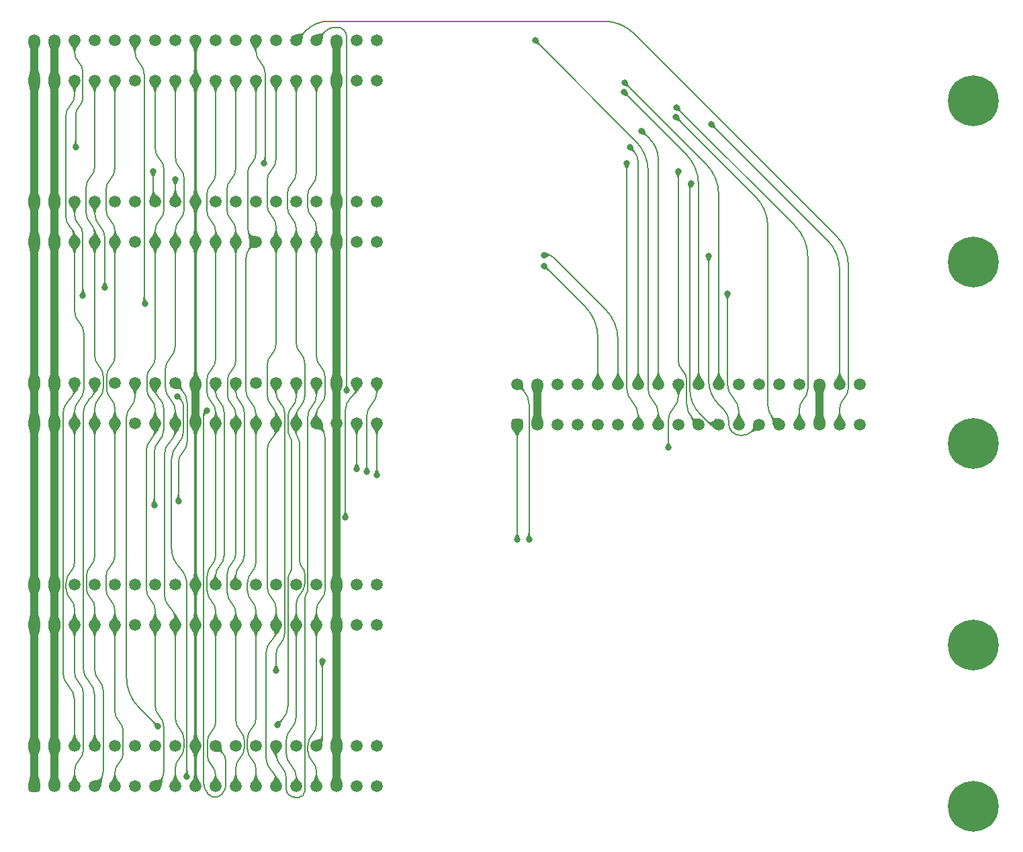
<source format=gbl>
%TF.GenerationSoftware,KiCad,Pcbnew,8.0.7*%
%TF.CreationDate,2025-04-28T08:58:49+02:00*%
%TF.ProjectId,GPIO Backplane Board,4750494f-2042-4616-936b-706c616e6520,Pico GPIO Wide*%
%TF.SameCoordinates,Original*%
%TF.FileFunction,Copper,L2,Bot*%
%TF.FilePolarity,Positive*%
%FSLAX46Y46*%
G04 Gerber Fmt 4.6, Leading zero omitted, Abs format (unit mm)*
G04 Created by KiCad (PCBNEW 8.0.7) date 2025-04-28 08:58:49*
%MOMM*%
%LPD*%
G01*
G04 APERTURE LIST*
G04 Aperture macros list*
%AMRoundRect*
0 Rectangle with rounded corners*
0 $1 Rounding radius*
0 $2 $3 $4 $5 $6 $7 $8 $9 X,Y pos of 4 corners*
0 Add a 4 corners polygon primitive as box body*
4,1,4,$2,$3,$4,$5,$6,$7,$8,$9,$2,$3,0*
0 Add four circle primitives for the rounded corners*
1,1,$1+$1,$2,$3*
1,1,$1+$1,$4,$5*
1,1,$1+$1,$6,$7*
1,1,$1+$1,$8,$9*
0 Add four rect primitives between the rounded corners*
20,1,$1+$1,$2,$3,$4,$5,0*
20,1,$1+$1,$4,$5,$6,$7,0*
20,1,$1+$1,$6,$7,$8,$9,0*
20,1,$1+$1,$8,$9,$2,$3,0*%
G04 Aperture macros list end*
%TA.AperFunction,ComponentPad*%
%ADD10C,6.400000*%
%TD*%
%TA.AperFunction,ComponentPad*%
%ADD11RoundRect,0.375000X0.375000X0.375000X-0.375000X0.375000X-0.375000X-0.375000X0.375000X-0.375000X0*%
%TD*%
%TA.AperFunction,ComponentPad*%
%ADD12C,1.500000*%
%TD*%
%TA.AperFunction,ViaPad*%
%ADD13C,0.800000*%
%TD*%
%TA.AperFunction,Conductor*%
%ADD14C,0.380000*%
%TD*%
%TA.AperFunction,Conductor*%
%ADD15C,1.000000*%
%TD*%
%TA.AperFunction,Conductor*%
%ADD16C,0.200000*%
%TD*%
G04 APERTURE END LIST*
D10*
%TO.P,H1,1,1*%
%TO.N,/GND*%
X149758400Y22860000D03*
%TD*%
D11*
%TO.P,J6,1,1*%
%TO.N,/12V*%
X31369000Y25400000D03*
D12*
%TO.P,J6,2,2*%
X31369000Y30480000D03*
%TO.P,J6,3,3*%
%TO.N,/GND*%
X33909000Y25400000D03*
%TO.P,J6,4,4*%
X33909000Y30480000D03*
%TO.P,J6,5,5*%
%TO.N,/Write Enable*%
X36449000Y25400000D03*
%TO.P,J6,6,6*%
%TO.N,/Read GD B1 _{32..39}*%
X36449000Y30480000D03*
%TO.P,J6,7,7*%
%TO.N,/Read GPIO _{ALL}*%
X38989000Y25400000D03*
%TO.P,J6,8,8*%
%TO.N,/Read GD B1 _{40..47}*%
X38989000Y30480000D03*
%TO.P,J6,9,9*%
%TO.N,/Write GPIO _{ALL}*%
X41529000Y25400000D03*
%TO.P,J6,10,10*%
%TO.N,/Write GD B1 _{32..39}*%
X41529000Y30480000D03*
%TO.P,J6,11,11*%
%TO.N,unconnected-(J6-Pad11)*%
X44069000Y25400000D03*
%TO.P,J6,12,12*%
%TO.N,/Write GD B1 _{40..47}*%
X44069000Y30480000D03*
%TO.P,J6,13,13*%
%TO.N,/D0*%
X46609000Y25400000D03*
%TO.P,J6,14,14*%
%TO.N,/Write OE B1 _{32..39}*%
X46609000Y30480000D03*
%TO.P,J6,15,15*%
%TO.N,/D1*%
X49149000Y25400000D03*
%TO.P,J6,16,16*%
%TO.N,/Write OE B1 _{40..47}*%
X49149000Y30480000D03*
%TO.P,J6,17,17*%
%TO.N,/GND*%
X51689000Y25400000D03*
%TO.P,J6,18,18*%
X51689000Y30480000D03*
%TO.P,J6,19,19*%
%TO.N,/D2*%
X54229000Y25400000D03*
%TO.P,J6,20,20*%
%TO.N,/Read GD B1 _{48..55}*%
X54229000Y30480000D03*
%TO.P,J6,21,21*%
%TO.N,/D3*%
X56769000Y25400000D03*
%TO.P,J6,22,22*%
%TO.N,/Read GD B1 _{56..63}*%
X56769000Y30480000D03*
%TO.P,J6,23,23*%
%TO.N,/D4*%
X59309000Y25400000D03*
%TO.P,J6,24,24*%
%TO.N,/Write GD B1 _{48..55}*%
X59309000Y30480000D03*
%TO.P,J6,25,25*%
%TO.N,/D5*%
X61849000Y25400000D03*
%TO.P,J6,26,26*%
%TO.N,/Write GD B1 _{56..63}*%
X61849000Y30480000D03*
%TO.P,J6,27,27*%
%TO.N,/D6*%
X64389000Y25400000D03*
%TO.P,J6,28,28*%
%TO.N,/Write OE B1 _{48..55}*%
X64389000Y30480000D03*
%TO.P,J6,29,29*%
%TO.N,/D7*%
X66929000Y25400000D03*
%TO.P,J6,30,30*%
%TO.N,/Write OE B1 _{56..63}*%
X66929000Y30480000D03*
%TO.P,J6,31,31*%
%TO.N,/GND*%
X69469000Y25400000D03*
%TO.P,J6,32,32*%
X69469000Y30480000D03*
%TO.P,J6,33,33*%
%TO.N,unconnected-(J6-Pad33)*%
X72009000Y25400000D03*
%TO.P,J6,34,34*%
%TO.N,unconnected-(J6-Pad34)*%
X72009000Y30480000D03*
%TO.P,J6,35,35*%
%TO.N,unconnected-(J6-Pad35)*%
X74549000Y25400000D03*
%TO.P,J6,36,36*%
%TO.N,unconnected-(J6-Pad36)*%
X74549000Y30480000D03*
%TD*%
D10*
%TO.P,H2,1,1*%
%TO.N,/GND*%
X149758400Y2540000D03*
%TD*%
D11*
%TO.P,J4,1,1*%
%TO.N,/Write OE B0 _{24..31}*%
X92238100Y-17907000D03*
D12*
%TO.P,J4,2,2*%
%TO.N,/Write OE B0 _{16..23}*%
X92238100Y-12827000D03*
%TO.P,J4,3,3*%
%TO.N,/GND*%
X94778100Y-17907000D03*
%TO.P,J4,4,4*%
X94778100Y-12827000D03*
%TO.P,J4,5,5*%
%TO.N,/Write OE B0 _{32..39}*%
X97318100Y-17907000D03*
%TO.P,J4,6,6*%
%TO.N,/Read GD B1 _{0..7}*%
X97318100Y-12827000D03*
%TO.P,J4,7,7*%
%TO.N,/Write OE B0 _{40..47}*%
X99858100Y-17907000D03*
%TO.P,J4,8,8*%
%TO.N,/Read GD B1 _{8..15}*%
X99858100Y-12827000D03*
%TO.P,J4,9,9*%
%TO.N,/Write OE B0 _{48..55}*%
X102398100Y-17907000D03*
%TO.P,J4,10,10*%
%TO.N,/Read GD B1 _{16..23}*%
X102398100Y-12827000D03*
%TO.P,J4,11,11*%
%TO.N,/Write OE B0 _{56..63}*%
X104938100Y-17907000D03*
%TO.P,J4,12,12*%
%TO.N,/Read GD B1 _{24..31}*%
X104938100Y-12827000D03*
%TO.P,J4,13,13*%
%TO.N,/Write GD B1 _{48..55}*%
X107478100Y-17907000D03*
%TO.P,J4,14,14*%
%TO.N,/Read GD B1 _{32..39}*%
X107478100Y-12827000D03*
%TO.P,J4,15,15*%
%TO.N,/Write GD B1 _{56..63}*%
X110018100Y-17907000D03*
%TO.P,J4,16,16*%
%TO.N,/Read GD B1 _{40..47}*%
X110018100Y-12827000D03*
%TO.P,J4,17,17*%
%TO.N,/Write OE B0 _{8..15}*%
X112558100Y-17907000D03*
%TO.P,J4,18,18*%
%TO.N,/Write OE B0 _{0..7}*%
X112558100Y-12827000D03*
%TO.P,J4,19,19*%
%TO.N,/Write OE B1 _{0..7}*%
X115098100Y-17907000D03*
%TO.P,J4,20,20*%
%TO.N,/Read GD B1 _{48..55}*%
X115098100Y-12827000D03*
%TO.P,J4,21,21*%
%TO.N,/Write OE B1 _{8..15}*%
X117638100Y-17907000D03*
%TO.P,J4,22,22*%
%TO.N,/Read GD B1 _{56..63}*%
X117638100Y-12827000D03*
%TO.P,J4,23,23*%
%TO.N,/Write OE B1 _{16..23}*%
X120178100Y-17907000D03*
%TO.P,J4,24,24*%
%TO.N,/Write GD B1 _{0..7}*%
X120178100Y-12827000D03*
%TO.P,J4,25,25*%
%TO.N,/Write OE B1 _{24..31}*%
X122718100Y-17907000D03*
%TO.P,J4,26,26*%
%TO.N,/Write GD B1 _{8..15}*%
X122718100Y-12827000D03*
%TO.P,J4,27,27*%
%TO.N,/Write OE B1 _{32..39}*%
X125258100Y-17907000D03*
%TO.P,J4,28,28*%
%TO.N,/Write GD B1 _{16..23}*%
X125258100Y-12827000D03*
%TO.P,J4,29,29*%
%TO.N,/Write OE B1 _{40..47}*%
X127798100Y-17907000D03*
%TO.P,J4,30,30*%
%TO.N,/Write GD B1 _{24..31}*%
X127798100Y-12827000D03*
%TO.P,J4,31,31*%
%TO.N,/GND*%
X130338100Y-17907000D03*
%TO.P,J4,32,32*%
X130338100Y-12827000D03*
%TO.P,J4,33,33*%
%TO.N,/Write OE B1 _{48..55}*%
X132878100Y-17907000D03*
%TO.P,J4,34,34*%
%TO.N,/Write GD B1 _{32..39}*%
X132878100Y-12827000D03*
%TO.P,J4,35,35*%
%TO.N,/Write OE B1 _{56..63}*%
X135418100Y-17907000D03*
%TO.P,J4,36,36*%
%TO.N,/Write GD B1 _{40..47}*%
X135418100Y-12827000D03*
%TD*%
D10*
%TO.P,H3,1,1*%
%TO.N,/GND*%
X149758400Y-45720000D03*
%TD*%
%TO.P,H4,1,1*%
%TO.N,/GND*%
X149758400Y-66040000D03*
%TD*%
D11*
%TO.P,J1,1,1*%
%TO.N,/12V*%
X31369000Y-63500000D03*
D12*
%TO.P,J1,2,2*%
X31369000Y-58420000D03*
%TO.P,J1,3,3*%
%TO.N,/GND*%
X33909000Y-63500000D03*
%TO.P,J1,4,4*%
X33909000Y-58420000D03*
%TO.P,J1,5,5*%
%TO.N,/Write Enable*%
X36449000Y-63500000D03*
%TO.P,J1,6,6*%
%TO.N,/Read GD B0 _{0..7}*%
X36449000Y-58420000D03*
%TO.P,J1,7,7*%
%TO.N,/Read GPIO _{ALL}*%
X38989000Y-63500000D03*
%TO.P,J1,8,8*%
%TO.N,/Read GD B0 _{8..15}*%
X38989000Y-58420000D03*
%TO.P,J1,9,9*%
%TO.N,/Write GPIO _{ALL}*%
X41529000Y-63500000D03*
%TO.P,J1,10,10*%
%TO.N,/Write GD B0 _{0..7}*%
X41529000Y-58420000D03*
%TO.P,J1,11,11*%
%TO.N,unconnected-(J1-Pad11)*%
X44069000Y-63500000D03*
%TO.P,J1,12,12*%
%TO.N,/Write GD B0 _{8..15}*%
X44069000Y-58420000D03*
%TO.P,J1,13,13*%
%TO.N,/D0*%
X46609000Y-63500000D03*
%TO.P,J1,14,14*%
%TO.N,/Write OE B0 _{0..7}*%
X46609000Y-58420000D03*
%TO.P,J1,15,15*%
%TO.N,/D1*%
X49149000Y-63500000D03*
%TO.P,J1,16,16*%
%TO.N,/Write OE B0 _{8..15}*%
X49149000Y-58420000D03*
%TO.P,J1,17,17*%
%TO.N,/GND*%
X51689000Y-63500000D03*
%TO.P,J1,18,18*%
X51689000Y-58420000D03*
%TO.P,J1,19,19*%
%TO.N,/D2*%
X54229000Y-63500000D03*
%TO.P,J1,20,20*%
%TO.N,/Read GD B0 _{16..23}*%
X54229000Y-58420000D03*
%TO.P,J1,21,21*%
%TO.N,/D3*%
X56769000Y-63500000D03*
%TO.P,J1,22,22*%
%TO.N,/Read GD B0 _{24..31}*%
X56769000Y-58420000D03*
%TO.P,J1,23,23*%
%TO.N,/D4*%
X59309000Y-63500000D03*
%TO.P,J1,24,24*%
%TO.N,/Write GD B0 _{16..23}*%
X59309000Y-58420000D03*
%TO.P,J1,25,25*%
%TO.N,/D5*%
X61849000Y-63500000D03*
%TO.P,J1,26,26*%
%TO.N,/Write GD B0 _{24..31}*%
X61849000Y-58420000D03*
%TO.P,J1,27,27*%
%TO.N,/D6*%
X64389000Y-63500000D03*
%TO.P,J1,28,28*%
%TO.N,/Write OE B0 _{16..23}*%
X64389000Y-58420000D03*
%TO.P,J1,29,29*%
%TO.N,/D7*%
X66929000Y-63500000D03*
%TO.P,J1,30,30*%
%TO.N,/Write OE B0 _{24..31}*%
X66929000Y-58420000D03*
%TO.P,J1,31,31*%
%TO.N,/GND*%
X69469000Y-63500000D03*
%TO.P,J1,32,32*%
X69469000Y-58420000D03*
%TO.P,J1,33,33*%
%TO.N,unconnected-(J1-Pad33)*%
X72009000Y-63500000D03*
%TO.P,J1,34,34*%
%TO.N,unconnected-(J1-Pad34)*%
X72009000Y-58420000D03*
%TO.P,J1,35,35*%
%TO.N,unconnected-(J1-Pad35)*%
X74549000Y-63500000D03*
%TO.P,J1,36,36*%
%TO.N,unconnected-(J1-Pad36)*%
X74549000Y-58420000D03*
%TD*%
D11*
%TO.P,J3,1,1*%
%TO.N,/12V*%
X31369000Y-43180000D03*
D12*
%TO.P,J3,2,2*%
X31369000Y-38100000D03*
%TO.P,J3,3,3*%
%TO.N,/GND*%
X33909000Y-43180000D03*
%TO.P,J3,4,4*%
X33909000Y-38100000D03*
%TO.P,J3,5,5*%
%TO.N,/Write Enable*%
X36449000Y-43180000D03*
%TO.P,J3,6,6*%
%TO.N,/Read GD B0 _{32..39}*%
X36449000Y-38100000D03*
%TO.P,J3,7,7*%
%TO.N,/Read GPIO _{ALL}*%
X38989000Y-43180000D03*
%TO.P,J3,8,8*%
%TO.N,/Read GD B0 _{40..47}*%
X38989000Y-38100000D03*
%TO.P,J3,9,9*%
%TO.N,/Write GPIO _{ALL}*%
X41529000Y-43180000D03*
%TO.P,J3,10,10*%
%TO.N,/Write GD B0 _{32..39}*%
X41529000Y-38100000D03*
%TO.P,J3,11,11*%
%TO.N,unconnected-(J3-Pad11)*%
X44069000Y-43180000D03*
%TO.P,J3,12,12*%
%TO.N,/Write GD B0 _{40..47}*%
X44069000Y-38100000D03*
%TO.P,J3,13,13*%
%TO.N,/D0*%
X46609000Y-43180000D03*
%TO.P,J3,14,14*%
%TO.N,/Write OE B0 _{32..39}*%
X46609000Y-38100000D03*
%TO.P,J3,15,15*%
%TO.N,/D1*%
X49149000Y-43180000D03*
%TO.P,J3,16,16*%
%TO.N,/Write OE B0 _{40..47}*%
X49149000Y-38100000D03*
%TO.P,J3,17,17*%
%TO.N,/GND*%
X51689000Y-43180000D03*
%TO.P,J3,18,18*%
X51689000Y-38100000D03*
%TO.P,J3,19,19*%
%TO.N,/D2*%
X54229000Y-43180000D03*
%TO.P,J3,20,20*%
%TO.N,/Read GD B0 _{48..55}*%
X54229000Y-38100000D03*
%TO.P,J3,21,21*%
%TO.N,/D3*%
X56769000Y-43180000D03*
%TO.P,J3,22,22*%
%TO.N,/Read GD B0 _{56..63}*%
X56769000Y-38100000D03*
%TO.P,J3,23,23*%
%TO.N,/D4*%
X59309000Y-43180000D03*
%TO.P,J3,24,24*%
%TO.N,/Write GD B0 _{48..55}*%
X59309000Y-38100000D03*
%TO.P,J3,25,25*%
%TO.N,/D5*%
X61849000Y-43180000D03*
%TO.P,J3,26,26*%
%TO.N,/Write GD B0 _{56..63}*%
X61849000Y-38100000D03*
%TO.P,J3,27,27*%
%TO.N,/D6*%
X64389000Y-43180000D03*
%TO.P,J3,28,28*%
%TO.N,/Write OE B0 _{48..55}*%
X64389000Y-38100000D03*
%TO.P,J3,29,29*%
%TO.N,/D7*%
X66929000Y-43180000D03*
%TO.P,J3,30,30*%
%TO.N,/Write OE B0 _{56..63}*%
X66929000Y-38100000D03*
%TO.P,J3,31,31*%
%TO.N,/GND*%
X69469000Y-43180000D03*
%TO.P,J3,32,32*%
X69469000Y-38100000D03*
%TO.P,J3,33,33*%
%TO.N,unconnected-(J3-Pad33)*%
X72009000Y-43180000D03*
%TO.P,J3,34,34*%
%TO.N,unconnected-(J3-Pad34)*%
X72009000Y-38100000D03*
%TO.P,J3,35,35*%
%TO.N,unconnected-(J3-Pad35)*%
X74549000Y-43180000D03*
%TO.P,J3,36,36*%
%TO.N,unconnected-(J3-Pad36)*%
X74549000Y-38100000D03*
%TD*%
D11*
%TO.P,J5,1,1*%
%TO.N,/12V*%
X31369000Y5080000D03*
D12*
%TO.P,J5,2,2*%
X31369000Y10160000D03*
%TO.P,J5,3,3*%
%TO.N,/GND*%
X33909000Y5080000D03*
%TO.P,J5,4,4*%
X33909000Y10160000D03*
%TO.P,J5,5,5*%
%TO.N,/Write Enable*%
X36449000Y5080000D03*
%TO.P,J5,6,6*%
%TO.N,/Read GD B1 _{0..7}*%
X36449000Y10160000D03*
%TO.P,J5,7,7*%
%TO.N,/Read GPIO _{ALL}*%
X38989000Y5080000D03*
%TO.P,J5,8,8*%
%TO.N,/Read GD B1 _{8..15}*%
X38989000Y10160000D03*
%TO.P,J5,9,9*%
%TO.N,/Write GPIO _{ALL}*%
X41529000Y5080000D03*
%TO.P,J5,10,10*%
%TO.N,/Write GD B1 _{0..7}*%
X41529000Y10160000D03*
%TO.P,J5,11,11*%
%TO.N,unconnected-(J5-Pad11)*%
X44069000Y5080000D03*
%TO.P,J5,12,12*%
%TO.N,/Write GD B1 _{8..15}*%
X44069000Y10160000D03*
%TO.P,J5,13,13*%
%TO.N,/D0*%
X46609000Y5080000D03*
%TO.P,J5,14,14*%
%TO.N,/Write OE B1 _{0..7}*%
X46609000Y10160000D03*
%TO.P,J5,15,15*%
%TO.N,/D1*%
X49149000Y5080000D03*
%TO.P,J5,16,16*%
%TO.N,/Write OE B1 _{8..15}*%
X49149000Y10160000D03*
%TO.P,J5,17,17*%
%TO.N,/GND*%
X51689000Y5080000D03*
%TO.P,J5,18,18*%
X51689000Y10160000D03*
%TO.P,J5,19,19*%
%TO.N,/D2*%
X54229000Y5080000D03*
%TO.P,J5,20,20*%
%TO.N,/Read GD B1 _{16..23}*%
X54229000Y10160000D03*
%TO.P,J5,21,21*%
%TO.N,/D3*%
X56769000Y5080000D03*
%TO.P,J5,22,22*%
%TO.N,/Read GD B1 _{24..31}*%
X56769000Y10160000D03*
%TO.P,J5,23,23*%
%TO.N,/D4*%
X59309000Y5080000D03*
%TO.P,J5,24,24*%
%TO.N,/Write GD B1 _{16..23}*%
X59309000Y10160000D03*
%TO.P,J5,25,25*%
%TO.N,/D5*%
X61849000Y5080000D03*
%TO.P,J5,26,26*%
%TO.N,/Write GD B1 _{24..31}*%
X61849000Y10160000D03*
%TO.P,J5,27,27*%
%TO.N,/D6*%
X64389000Y5080000D03*
%TO.P,J5,28,28*%
%TO.N,/Write OE B1 _{16..23}*%
X64389000Y10160000D03*
%TO.P,J5,29,29*%
%TO.N,/D7*%
X66929000Y5080000D03*
%TO.P,J5,30,30*%
%TO.N,/Write OE B1 _{24..31}*%
X66929000Y10160000D03*
%TO.P,J5,31,31*%
%TO.N,/GND*%
X69469000Y5080000D03*
%TO.P,J5,32,32*%
X69469000Y10160000D03*
%TO.P,J5,33,33*%
%TO.N,unconnected-(J5-Pad33)*%
X72009000Y5080000D03*
%TO.P,J5,34,34*%
%TO.N,unconnected-(J5-Pad34)*%
X72009000Y10160000D03*
%TO.P,J5,35,35*%
%TO.N,unconnected-(J5-Pad35)*%
X74549000Y5080000D03*
%TO.P,J5,36,36*%
%TO.N,unconnected-(J5-Pad36)*%
X74549000Y10160000D03*
%TD*%
D11*
%TO.P,J2,1,1*%
%TO.N,/12V*%
X31369000Y-17780000D03*
D12*
%TO.P,J2,2,2*%
X31369000Y-12700000D03*
%TO.P,J2,3,3*%
%TO.N,/GND*%
X33909000Y-17780000D03*
%TO.P,J2,4,4*%
X33909000Y-12700000D03*
%TO.P,J2,5,5*%
%TO.N,/Write Enable*%
X36449000Y-17780000D03*
%TO.P,J2,6,6*%
%TO.N,/Read GD B0 _{0..7}*%
X36449000Y-12700000D03*
%TO.P,J2,7,7*%
%TO.N,/Read GPIO _{ALL}*%
X38989000Y-17780000D03*
%TO.P,J2,8,8*%
%TO.N,/Read GD B0 _{8..15}*%
X38989000Y-12700000D03*
%TO.P,J2,9,9*%
%TO.N,/Write GPIO _{ALL}*%
X41529000Y-17780000D03*
%TO.P,J2,10,10*%
%TO.N,/Read GD B0 _{16..23}*%
X41529000Y-12700000D03*
%TO.P,J2,11,11*%
%TO.N,unconnected-(J2-Pad11)*%
X44069000Y-17780000D03*
%TO.P,J2,12,12*%
%TO.N,/Read GD B0 _{24..31}*%
X44069000Y-12700000D03*
%TO.P,J2,13,13*%
%TO.N,/D0*%
X46609000Y-17780000D03*
%TO.P,J2,14,14*%
%TO.N,/Read GD B0 _{32..39}*%
X46609000Y-12700000D03*
%TO.P,J2,15,15*%
%TO.N,/D1*%
X49149000Y-17780000D03*
%TO.P,J2,16,16*%
%TO.N,/Read GD B0 _{40..47}*%
X49149000Y-12700000D03*
%TO.P,J2,17,17*%
%TO.N,/GND*%
X51689000Y-17780000D03*
%TO.P,J2,18,18*%
X51689000Y-12700000D03*
%TO.P,J2,19,19*%
%TO.N,/D2*%
X54229000Y-17780000D03*
%TO.P,J2,20,20*%
%TO.N,/Read GD B0 _{48..55}*%
X54229000Y-12700000D03*
%TO.P,J2,21,21*%
%TO.N,/D3*%
X56769000Y-17780000D03*
%TO.P,J2,22,22*%
%TO.N,/Read GD B0 _{56..63}*%
X56769000Y-12700000D03*
%TO.P,J2,23,23*%
%TO.N,/D4*%
X59309000Y-17780000D03*
%TO.P,J2,24,24*%
%TO.N,/Write GD B0 _{0..7}*%
X59309000Y-12700000D03*
%TO.P,J2,25,25*%
%TO.N,/D5*%
X61849000Y-17780000D03*
%TO.P,J2,26,26*%
%TO.N,/Write GD B0 _{8..15}*%
X61849000Y-12700000D03*
%TO.P,J2,27,27*%
%TO.N,/D6*%
X64389000Y-17780000D03*
%TO.P,J2,28,28*%
%TO.N,/Write GD B0 _{16..23}*%
X64389000Y-12700000D03*
%TO.P,J2,29,29*%
%TO.N,/D7*%
X66929000Y-17780000D03*
%TO.P,J2,30,30*%
%TO.N,/Write GD B0 _{24..31}*%
X66929000Y-12700000D03*
%TO.P,J2,31,31*%
%TO.N,/GND*%
X69469000Y-17780000D03*
%TO.P,J2,32,32*%
X69469000Y-12700000D03*
%TO.P,J2,33,33*%
%TO.N,/Write GD B0 _{48..55}*%
X72009000Y-17780000D03*
%TO.P,J2,34,34*%
%TO.N,/Write GD B0 _{32..39}*%
X72009000Y-12700000D03*
%TO.P,J2,35,35*%
%TO.N,/Write GD B0 _{56..63}*%
X74549000Y-17780000D03*
%TO.P,J2,36,36*%
%TO.N,/Write GD B0 _{40..47}*%
X74549000Y-12700000D03*
%TD*%
D10*
%TO.P,H5,1,1*%
%TO.N,/GND*%
X149758400Y-20320000D03*
%TD*%
D13*
%TO.N,/Write GD B0 _{0..7}*%
X49403000Y-14351000D03*
X50546000Y-62345000D03*
%TO.N,/Write GD B0 _{8..15}*%
X61849000Y-48895000D03*
%TO.N,/Write OE B0 _{0..7}*%
X111288100Y-20828000D03*
%TO.N,/Read GD B0 _{24..31}*%
X46966000Y-56001800D03*
%TO.N,/Write OE B0 _{16..23}*%
X93726004Y-32385012D03*
%TO.N,/Read GD B0 _{16..23}*%
X53086000Y-16129000D03*
%TO.N,/Write OE B0 _{24..31}*%
X92238100Y-32385000D03*
X67673209Y-47781526D03*
%TO.N,/Write GD B0 _{16..23}*%
X61976000Y-55753000D03*
%TO.N,/Write GD B0 _{32..39}*%
X70576800Y-29591000D03*
%TO.N,/Read GD B0 _{40..47}*%
X49530000Y-27559000D03*
%TO.N,/Read GD B0 _{32..39}*%
X46482000Y-28066994D03*
%TO.N,/Write GD B0 _{40..47}*%
X73279000Y-23876000D03*
%TO.N,/Write GD B0 _{48..55}*%
X72009000Y-23495000D03*
%TO.N,/Write GD B0 _{56..63}*%
X74549000Y-24257000D03*
%TO.N,/Read GD B1 _{0..7}*%
X37465000Y-1651000D03*
%TO.N,/Read GD B1 _{48..55}*%
X105727497Y23939497D03*
%TO.N,/Read GD B1 _{40..47}*%
X107945550Y19045550D03*
%TO.N,/Write OE B1 _{32..39}*%
X112255550Y20815550D03*
%TO.N,/Write OE B1 _{8..15}*%
X49149000Y12954000D03*
X114173000Y12446000D03*
%TO.N,/Write OE B1 _{24..31}*%
X116368100Y3302000D03*
%TO.N,/Read GD B1 _{16..23}*%
X95631000Y2032000D03*
%TO.N,/Read GD B1 _{8..15}*%
X40259000Y-635000D03*
%TO.N,/Read GD B1 _{24..31}*%
X95630998Y3429000D03*
%TO.N,/Read GD B1 _{56..63}*%
X105790992Y25146000D03*
%TO.N,/Write GD B1 _{48..55}*%
X106045000Y14986000D03*
X60307200Y14986000D03*
%TO.N,/Write GD B1 _{40..47}*%
X45339000Y-2667000D03*
%TO.N,/Write OE B1 _{56..63}*%
X70742600Y-13647800D03*
%TO.N,/Read GD B1 _{32..39}*%
X36576000Y17018000D03*
X106426000Y17018000D03*
%TO.N,/Write OE B1 _{16..23}*%
X118745008Y-1397000D03*
%TO.N,/Write OE B1 _{0..7}*%
X112522000Y13989600D03*
X46348800Y13989600D03*
%TO.N,/Write GD B1 _{56..63}*%
X94488000Y30480000D03*
%TO.N,/Write GD B1 _{32..39}*%
X116713000Y19939004D03*
%TO.N,/Write OE B1 _{40..47}*%
X112327252Y22030248D03*
%TD*%
D14*
%TO.N,/GND*%
X130338100Y-15366829D02*
G75*
G02*
X130338043Y-15366943I-200J29D01*
G01*
X130338050Y-15366950D02*
G75*
G03*
X130337990Y-15367069I150J-150D01*
G01*
D15*
X130338021Y-15366921D02*
X130338019Y-15366922D01*
X130338017Y-15366924D01*
X130338015Y-15366925D01*
X130338012Y-15366926D01*
X130338010Y-15366927D01*
X130338008Y-15366928D01*
X130338005Y-15366929D01*
X130338003Y-15366929D01*
X130338000Y-15366929D01*
X130338000Y-15367070D02*
X130338000Y-15366929D01*
D16*
%TO.N,/Write OE B1 _{40..47}*%
X128862900Y-13471072D02*
G75*
G02*
X128330508Y-14756408I-1817700J-28D01*
G01*
X128330500Y-14756400D02*
G75*
G03*
X127798111Y-16041727I1285300J-1285300D01*
G01*
X127269107Y7088392D02*
G75*
G02*
X128862910Y3240636I-3847807J-3847792D01*
G01*
%TO.N,/Write GD B1 _{32..39}*%
X131284307Y5367696D02*
G75*
G02*
X132878113Y1519940I-3847807J-3847796D01*
G01*
%TO.N,/Write GD B1 _{56..63}*%
X109383100Y-14986000D02*
G75*
G02*
X110018089Y-16519027I-1533000J-1533000D01*
G01*
X108748100Y-13452973D02*
G75*
G03*
X109383092Y-14986008I2168000J-27D01*
G01*
X107154307Y17813692D02*
G75*
G02*
X108748110Y13965936I-3847807J-3847792D01*
G01*
%TO.N,/Write OE B1 _{0..7}*%
X113608100Y-15363410D02*
G75*
G03*
X114353103Y-17161997I2543600J10D01*
G01*
X113065050Y-11084050D02*
G75*
G02*
X113608105Y-12395088I-1311050J-1311050D01*
G01*
X112522000Y-9773011D02*
G75*
G03*
X113065053Y-11084047I1854100J11D01*
G01*
%TO.N,/Write OE B1 _{16..23}*%
X118745008Y-1397000D02*
X118745008Y-1397001D01*
X118745008Y-1397001D01*
X118745008Y-1397002D01*
X118745008Y-1397003D01*
X118745007Y-1397003D01*
X118745007Y-1397004D01*
X118745007Y-1397005D01*
X118745006Y-1397005D01*
X118745006Y-1397006D01*
X118745005Y-1397006D01*
X118745005Y-1397007D01*
X118745004Y-1397007D01*
X118745003Y-1397007D01*
X118745003Y-1397008D01*
X118745002Y-1397008D01*
X118745001Y-1397008D01*
X118745001Y-1397008D01*
X118745000Y-1397008D01*
X118744999Y-1397008D01*
X118744999Y-1397008D01*
X118744998Y-1397008D01*
X118744994Y-12829641D02*
G75*
G03*
X119461558Y-14559540I2446506J41D01*
G01*
X119461546Y-14559552D02*
G75*
G02*
X120178115Y-16289463I-1729946J-1729948D01*
G01*
%TO.N,/Read GD B1 _{32..39}*%
X106952050Y16491950D02*
G75*
G02*
X107478081Y15221952I-1269950J-1269950D01*
G01*
X36973999Y27702999D02*
G75*
G02*
X37499014Y26435538I-1267499J-1267499D01*
G01*
X37498999Y23258658D02*
G75*
G02*
X37037487Y22144512I-1575699J42D01*
G01*
X36449000Y28970460D02*
G75*
G03*
X36974011Y27703011I1792500J40D01*
G01*
X37037499Y22144500D02*
G75*
G03*
X36575983Y21030342I1114201J-1114200D01*
G01*
%TO.N,/Write OE B1 _{56..63}*%
X69311250Y32131000D02*
G75*
G03*
X68062952Y31613904I50J-1765400D01*
G01*
X70392550Y31780950D02*
G75*
G02*
X70742623Y30935854I-845150J-845150D01*
G01*
X70392550Y31780950D02*
G75*
G03*
X69547454Y32131023I-845150J-845150D01*
G01*
%TO.N,/Write GD B1 _{40..47}*%
X44640500Y27622499D02*
G75*
G02*
X45211990Y26242777I-1379700J-1379699D01*
G01*
X44069001Y29002221D02*
G75*
G03*
X44640494Y27622493I1951199J-21D01*
G01*
X45212000Y-2450197D02*
G75*
G03*
X45275499Y-2603501I216800J-3D01*
G01*
%TO.N,/Write OE B1 _{48..55}*%
X132395507Y5911792D02*
G75*
G02*
X133989310Y2064036I-3847807J-3847792D01*
G01*
X107008092Y31299207D02*
G75*
G03*
X103160336Y32893010I-3847792J-3847807D01*
G01*
X133989300Y-13311263D02*
G75*
G02*
X133433711Y-14652610I-1896900J-37D01*
G01*
X133433700Y-14652599D02*
G75*
G03*
X132878115Y-15993935I1341300J-1341301D01*
G01*
X68508247Y32893000D02*
G75*
G03*
X65595515Y31686484I53J-4119300D01*
G01*
%TO.N,/Write GD B1 _{48..55}*%
X106761550Y-15067550D02*
G75*
G02*
X107478119Y-16797454I-1729950J-1729950D01*
G01*
X106045000Y-13337645D02*
G75*
G03*
X106761563Y-15067537I2446500J45D01*
G01*
X60452000Y15233189D02*
G75*
G02*
X60379597Y15058403I-247200J11D01*
G01*
X59880500Y27749500D02*
G75*
G02*
X60451990Y26369776I-1379700J-1379700D01*
G01*
X59309000Y29129223D02*
G75*
G03*
X59880493Y27749493I1951200J-23D01*
G01*
%TO.N,/Read GD B1 _{56..63}*%
X116044307Y14892684D02*
G75*
G02*
X117638105Y11044928I-3847807J-3847784D01*
G01*
%TO.N,/Read GD B1 _{24..31}*%
X103344307Y-3395311D02*
G75*
G02*
X104938108Y-7243067I-3847807J-3847789D01*
G01*
X96834304Y3114691D02*
G75*
G03*
X96075497Y3429002I-758804J-758791D01*
G01*
%TO.N,/Read GD B1 _{8..15}*%
X39624000Y7112000D02*
G75*
G02*
X40258989Y5578974I-1533000J-1533000D01*
G01*
X38989000Y8645025D02*
G75*
G03*
X39623992Y7111992I2168000J-25D01*
G01*
%TO.N,/Read GD B1 _{16..23}*%
X95716950Y2009549D02*
G75*
G03*
X95662750Y2032020I-54250J-54249D01*
G01*
X100804307Y-3077807D02*
G75*
G02*
X102398111Y-6925563I-3847807J-3847793D01*
G01*
%TO.N,/Write OE B1 _{24..31}*%
X118279482Y-16044482D02*
G75*
G02*
X118908111Y-17562100I-1517582J-1517618D01*
G01*
X119334550Y-18877550D02*
G75*
G03*
X120364091Y-19304004I1029550J1029550D01*
G01*
X116368100Y-12337048D02*
G75*
G03*
X117638114Y-15403086I4336100J48D01*
G01*
X121872678Y-18752421D02*
G75*
G02*
X120541050Y-19304037I-1331678J1331621D01*
G01*
X118908100Y-17848008D02*
G75*
G03*
X119334553Y-18877547I1456000J8D01*
G01*
%TO.N,/Write OE B1 _{8..15}*%
X116209999Y-17533974D02*
G75*
G03*
X117110562Y-17907023I900601J900574D01*
G01*
X114008100Y-13511328D02*
G75*
G03*
X115295570Y-16619529I4395700J28D01*
G01*
X114090550Y12363550D02*
G75*
G03*
X114008101Y12164498I199050J-199050D01*
G01*
%TO.N,/Write OE B1 _{32..39}*%
X122241907Y10829192D02*
G75*
G02*
X123835710Y6981436I-3847807J-3847792D01*
G01*
X123835700Y-15478811D02*
G75*
G03*
X124546903Y-17195797I2428200J11D01*
G01*
%TO.N,/Read GD B1 _{40..47}*%
X108981825Y18009275D02*
G75*
G02*
X110018079Y15507485I-2501825J-2501775D01*
G01*
%TO.N,/Read GD B1 _{48..55}*%
X113504307Y16162686D02*
G75*
G02*
X115098106Y12314930I-3847807J-3847786D01*
G01*
%TO.N,/Read GD B1 _{0..7}*%
X36449000Y8523460D02*
G75*
G03*
X36974011Y7256011I1792500J40D01*
G01*
X36973999Y7255999D02*
G75*
G02*
X37499014Y5988538I-1267499J-1267499D01*
G01*
X37498999Y-1592960D02*
G75*
G02*
X37482032Y-1634033I-58099J-40D01*
G01*
%TO.N,/Read GD B0 _{56..63}*%
X57840500Y-34421335D02*
G75*
G02*
X57304740Y-35714740I-1829200J35D01*
G01*
X56769000Y-13791835D02*
G75*
G03*
X57304760Y-15085240I1829200J35D01*
G01*
X57304750Y-15085250D02*
G75*
G02*
X57840515Y-16378664I-1293450J-1293450D01*
G01*
X57304750Y-35714750D02*
G75*
G03*
X56768985Y-37008164I1293450J-1293450D01*
G01*
%TO.N,/Read GD B0 _{48..55}*%
X54229000Y-13816929D02*
G75*
G03*
X54757409Y-15092591I1804100J29D01*
G01*
X54757400Y-15092600D02*
G75*
G02*
X55285812Y-16368270I-1275700J-1275700D01*
G01*
X54757400Y-35707400D02*
G75*
G03*
X54228988Y-36983070I1275700J-1275700D01*
G01*
X55285800Y-34431729D02*
G75*
G02*
X54757391Y-35707391I-1804100J29D01*
G01*
%TO.N,/Write GD B0 _{40..47}*%
X73914000Y-15367000D02*
G75*
G03*
X73279011Y-16900025I1533000J-1533000D01*
G01*
X74549000Y-13833974D02*
G75*
G02*
X73914008Y-15367008I-2168000J-26D01*
G01*
%TO.N,/Read GD B0 _{32..39}*%
X47144675Y-14632675D02*
G75*
G02*
X47680332Y-15925908I-1293275J-1293225D01*
G01*
X47081175Y-20030175D02*
G75*
G03*
X46482005Y-21476711I1446525J-1446525D01*
G01*
X47680350Y-18583638D02*
G75*
G02*
X47081164Y-20030164I-2045750J38D01*
G01*
X46609000Y-13398500D02*
G75*
G03*
X47102920Y-14590908I1686300J0D01*
G01*
%TO.N,/Read GD B0 _{40..47}*%
X49894000Y-13445000D02*
G75*
G02*
X50639005Y-15243589I-1798600J-1798600D01*
G01*
X50639000Y-20077818D02*
G75*
G02*
X50084495Y-21416495I-1893200J18D01*
G01*
X50084500Y-21416500D02*
G75*
G03*
X49529992Y-22755181I1338700J-1338700D01*
G01*
%TO.N,/Write GD B0 _{32..39}*%
X71292899Y-14476759D02*
G75*
G03*
X70576778Y-16205578I1728801J-1728841D01*
G01*
X72009000Y-13230330D02*
G75*
G02*
X71633979Y-14135638I-1280300J30D01*
G01*
%TO.N,/Write GD B0 _{16..23}*%
X63333400Y-53435773D02*
G75*
G02*
X62654708Y-55074308I-2317200J-27D01*
G01*
X63543700Y-19347700D02*
G75*
G02*
X63753996Y-19855409I-507700J-507700D01*
G01*
X63754000Y-36238990D02*
G75*
G02*
X63543703Y-36746703I-718000J-10D01*
G01*
X64388999Y-14453979D02*
G75*
G02*
X63861205Y-15728206I-1801999J-21D01*
G01*
X63333400Y-18839990D02*
G75*
G03*
X63543697Y-19347703I718000J-10D01*
G01*
X63861199Y-15728200D02*
G75*
G03*
X63333408Y-17002421I1274201J-1274200D01*
G01*
X63543700Y-36746700D02*
G75*
G03*
X63333404Y-37254409I507700J-507700D01*
G01*
%TO.N,/Write OE B0 _{24..31}*%
X67673209Y-57149557D02*
G75*
G02*
X67301119Y-58047910I-1270409J-43D01*
G01*
%TO.N,/Write GD B0 _{24..31}*%
X63436500Y-64579500D02*
G75*
G03*
X64203012Y-64896995I766500J766500D01*
G01*
X66929001Y-14289420D02*
G75*
G02*
X66390195Y-15590194I-1839601J20D01*
G01*
X65851400Y-38832455D02*
G75*
G02*
X65650584Y-39317384I-685800J-45D01*
G01*
X63119000Y-63812987D02*
G75*
G03*
X63436496Y-64579504I1084000J-13D01*
G01*
X61849000Y-59426974D02*
G75*
G03*
X62483992Y-60960008I2168000J-26D01*
G01*
X65650550Y-39317350D02*
G75*
G03*
X65449719Y-39802244I484850J-484850D01*
G01*
X62484000Y-60960000D02*
G75*
G02*
X63118989Y-62493025I-1533000J-1533000D01*
G01*
X66390200Y-15590199D02*
G75*
G03*
X65851390Y-16890978I1300800J-1300801D01*
G01*
X65449700Y-64170284D02*
G75*
G02*
X65236854Y-64684154I-726700J-16D01*
G01*
X65236850Y-64684150D02*
G75*
G02*
X64722984Y-64896994I-513850J513850D01*
G01*
%TO.N,/Read GD B0 _{16..23}*%
X52739850Y-58837550D02*
G75*
G03*
X52739001Y-58839602I2050J-2050D01*
G01*
X52913350Y-16301650D02*
G75*
G03*
X52740685Y-16718463I416850J-416850D01*
G01*
X53406691Y-64582691D02*
G75*
G03*
X54165500Y-64897005I758809J758791D01*
G01*
X55014050Y-59205050D02*
G75*
G02*
X55510352Y-60403344I-1198350J-1198250D01*
G01*
X55510400Y-63359921D02*
G75*
G02*
X55060194Y-64446794I-1537100J21D01*
G01*
X52740700Y-58835497D02*
G75*
G02*
X52739851Y-58837551I-2900J-3D01*
G01*
X52739000Y-63220621D02*
G75*
G03*
X53230006Y-64405994I1676400J21D01*
G01*
X54924308Y-64582691D02*
G75*
G02*
X54165500Y-64897005I-758808J758791D01*
G01*
%TO.N,/Write OE B0 _{16..23}*%
X92982052Y-13570952D02*
G75*
G02*
X93725998Y-15367011I-1796052J-1796048D01*
G01*
%TO.N,/Read GD B0 _{24..31}*%
X43530750Y-15717749D02*
G75*
G03*
X42992499Y-17017201I1299450J-1299451D01*
G01*
X44069001Y-14418297D02*
G75*
G02*
X43530751Y-15717750I-1837701J-3D01*
G01*
X42992500Y-49774336D02*
G75*
G03*
X44586290Y-53622094I5441550J-4D01*
G01*
%TO.N,/Write OE B0 _{0..7}*%
X111923100Y-15875000D02*
G75*
G03*
X111288111Y-17408025I1533000J-1533000D01*
G01*
X112558100Y-14341974D02*
G75*
G02*
X111923108Y-15875008I-2168000J-26D01*
G01*
%TO.N,/Read GD B0 _{0..7}*%
X34973500Y-49121663D02*
G75*
G03*
X35711239Y-50902761I2518800J-37D01*
G01*
X36449000Y-13422750D02*
G75*
G02*
X35937919Y-14656542I-1744900J50D01*
G01*
X35711250Y-50902750D02*
G75*
G02*
X36448985Y-52683836I-1781050J-1781050D01*
G01*
X35711250Y-14883250D02*
G75*
G03*
X34973515Y-16664336I1781050J-1781050D01*
G01*
%TO.N,/Write GD B0 _{8..15}*%
X62931700Y-44252715D02*
G75*
G02*
X62390345Y-45559645I-1848300J15D01*
G01*
X62390350Y-15206650D02*
G75*
G02*
X62931706Y-16513584I-1306950J-1306950D01*
G01*
X61849000Y-13899715D02*
G75*
G03*
X62390355Y-15206645I1848300J15D01*
G01*
X62390350Y-45559650D02*
G75*
G03*
X61848994Y-46866584I1306950J-1306950D01*
G01*
%TO.N,/D1*%
X49683150Y-59953650D02*
G75*
G03*
X49149001Y-61243202I1289550J-1289550D01*
G01*
X50217300Y-58664097D02*
G75*
G02*
X49683151Y-59953651I-1823700J-3D01*
G01*
X48514000Y-14732000D02*
G75*
G02*
X49148989Y-16265027I-1533000J-1533000D01*
G01*
X47752000Y-39271171D02*
G75*
G03*
X48450492Y-40957508I2384800J-29D01*
G01*
X48450500Y-20129500D02*
G75*
G03*
X47752012Y-21815829I1686300J-1686300D01*
G01*
X49149001Y15739935D02*
G75*
G03*
X49704590Y14398589I1896899J-35D01*
G01*
X49149001Y-7991972D02*
G75*
G02*
X48514009Y-9525008I-2168001J-28D01*
G01*
X48610185Y-41117185D02*
G75*
G02*
X49149009Y-42418000I-1300785J-1300815D01*
G01*
X48514000Y-9524999D02*
G75*
G03*
X47879010Y-11058026I1533000J-1533001D01*
G01*
X49149001Y-18605500D02*
G75*
G02*
X48565278Y-20014710I-1992901J0D01*
G01*
X49704600Y7826400D02*
G75*
G03*
X49149015Y6485064I1341300J-1341300D01*
G01*
X47879000Y-13198973D02*
G75*
G03*
X48513992Y-14732008I2168000J-27D01*
G01*
X50260200Y9167736D02*
G75*
G02*
X49704611Y7826389I-1896900J-36D01*
G01*
X49149001Y-54945299D02*
G75*
G03*
X49683150Y-56234850I1823699J-1D01*
G01*
X49683150Y-56234850D02*
G75*
G02*
X50217299Y-57524401I-1289550J-1289550D01*
G01*
X49704600Y14398599D02*
G75*
G02*
X50260184Y13057263I-1341300J-1341299D01*
G01*
%TO.N,/Write GD B0 _{0..7}*%
X48672500Y-33548616D02*
G75*
G03*
X49645755Y-35898245I3322900J16D01*
G01*
X50619000Y-62220381D02*
G75*
G02*
X50582506Y-62308506I-124600J-19D01*
G01*
X49645750Y-35898250D02*
G75*
G02*
X50619007Y-38247883I-2349650J-2349650D01*
G01*
X50200700Y-18604399D02*
G75*
G02*
X49436600Y-20449100I-2608800J-1D01*
G01*
X49436600Y-20449100D02*
G75*
G03*
X48672500Y-22293800I1844700J-1844700D01*
G01*
X49801850Y-14749850D02*
G75*
G02*
X50200717Y-15712759I-962950J-962950D01*
G01*
%TO.N,/D4*%
X58777299Y-36552300D02*
G75*
G03*
X58245615Y-37835936I1283601J-1283600D01*
G01*
X58245600Y-38872063D02*
G75*
G03*
X58777288Y-40155710I1815300J-37D01*
G01*
X58783999Y15002999D02*
G75*
G03*
X58258984Y13735538I1267501J-1267499D01*
G01*
X58777299Y-60094699D02*
G75*
G02*
X59308985Y-61378335I-1283599J-1283601D01*
G01*
X59308999Y-54953664D02*
G75*
G02*
X58777310Y-56237311I-1815299J-36D01*
G01*
X58673999Y-15112999D02*
G75*
G02*
X59308989Y-16646023I-1532999J-1533001D01*
G01*
X58777299Y-56237300D02*
G75*
G03*
X58245615Y-57520936I1283601J-1283600D01*
G01*
X59308999Y-35268664D02*
G75*
G02*
X58777310Y-36552311I-1815299J-36D01*
G01*
X58245600Y-58811063D02*
G75*
G03*
X58777288Y-60094710I1815300J-37D01*
G01*
X58673999Y4445000D02*
G75*
G03*
X58039010Y2911976I1533001J-1533000D01*
G01*
X58777299Y-40155699D02*
G75*
G02*
X59308985Y-41439335I-1283599J-1283601D01*
G01*
X58039000Y-13579975D02*
G75*
G03*
X58673991Y-15113007I2168000J-25D01*
G01*
X58259000Y6872462D02*
G75*
G03*
X58784011Y5605011I1792500J38D01*
G01*
X59308999Y16270460D02*
G75*
G02*
X58783987Y15003011I-1792499J40D01*
G01*
%TO.N,/D3*%
X57306450Y-56485550D02*
G75*
G02*
X57843913Y-57783069I-1297550J-1297550D01*
G01*
X56769000Y-34150569D02*
G75*
G02*
X56237809Y-35433009I-1813600J-31D01*
G01*
X56211150Y13003850D02*
G75*
G03*
X55653308Y11657080I1346750J-1346750D01*
G01*
X56769000Y-55188030D02*
G75*
G03*
X57306459Y-56485541I1835000J30D01*
G01*
X56239450Y-15388550D02*
G75*
G02*
X56769001Y-16666996I-1278450J-1278450D01*
G01*
X56769000Y-9876003D02*
G75*
G02*
X56239449Y-11154449I-1808000J3D01*
G01*
X57843900Y-58675930D02*
G75*
G02*
X57306441Y-59973441I-1835000J30D01*
G01*
X55706600Y-39126769D02*
G75*
G03*
X56237791Y-40409209I1813600J-31D01*
G01*
X56211150Y7824150D02*
G75*
G02*
X56768992Y6477380I-1346750J-1346750D01*
G01*
X56239450Y-11154450D02*
G75*
G03*
X55709899Y-12432896I1278450J-1278450D01*
G01*
X56237800Y-35433000D02*
G75*
G03*
X55706613Y-36715430I1282400J-1282400D01*
G01*
X56237800Y-40409200D02*
G75*
G02*
X56768987Y-41691630I-1282400J-1282400D01*
G01*
X55653300Y9170919D02*
G75*
G03*
X56211144Y7824144I1904600J-19D01*
G01*
X56769000Y14350619D02*
G75*
G02*
X56211156Y13003844I-1904600J-19D01*
G01*
X57306450Y-59973450D02*
G75*
G03*
X56768987Y-61270969I1297550J-1297550D01*
G01*
X55709900Y-14110103D02*
G75*
G03*
X56239451Y-15388549I1808000J3D01*
G01*
%TO.N,/D0*%
X46609000Y16882937D02*
G75*
G03*
X47164589Y15541589I1896900J-37D01*
G01*
X46609000Y-18542000D02*
G75*
G02*
X46070178Y-19842809I-1839600J0D01*
G01*
X46053350Y-40052650D02*
G75*
G02*
X46608997Y-41394107I-1341450J-1341450D01*
G01*
X46609000Y-9507635D02*
G75*
G02*
X46083140Y-10777140I-1795400J35D01*
G01*
X46609000Y-53386131D02*
G75*
G03*
X47153459Y-54700541I1858900J31D01*
G01*
X47164600Y7826400D02*
G75*
G03*
X46609015Y6485062I1341300J-1341300D01*
G01*
X46083150Y-14749850D02*
G75*
G02*
X46609015Y-16019364I-1269550J-1269550D01*
G01*
X45497700Y-38711192D02*
G75*
G03*
X46053348Y-40052652I1897100J-8D01*
G01*
X47720200Y9167737D02*
G75*
G02*
X47164611Y7826389I-1896900J-37D01*
G01*
X47153450Y-54700550D02*
G75*
G02*
X47697913Y-56014968I-1314450J-1314450D01*
G01*
X47164600Y15541600D02*
G75*
G02*
X47720185Y14200262I-1341300J-1341300D01*
G01*
X45557300Y-13480335D02*
G75*
G03*
X46083160Y-14749840I1795400J35D01*
G01*
X46053350Y-19859650D02*
G75*
G03*
X45497703Y-21201107I1341450J-1341450D01*
G01*
X47697900Y-61641131D02*
G75*
G02*
X47153441Y-62955541I-1858900J31D01*
G01*
X46083150Y-10777150D02*
G75*
G03*
X45557285Y-12046664I1269550J-1269550D01*
G01*
%TO.N,/Write GPIO _{ALL}*%
X40973350Y-35766350D02*
G75*
G03*
X40417703Y-37107807I1341450J-1341450D01*
G01*
X41529000Y-9368173D02*
G75*
G02*
X40999508Y-10646508I-1807800J-27D01*
G01*
X40417700Y9136107D02*
G75*
G03*
X40973348Y7794648I1897100J-7D01*
G01*
X40999500Y-14626500D02*
G75*
G02*
X41528989Y-15904826I-1278300J-1278300D01*
G01*
X40417700Y-38711192D02*
G75*
G03*
X40973348Y-40052652I1897100J-8D01*
G01*
X40470000Y-13348173D02*
G75*
G03*
X40999492Y-14626508I1807800J-27D01*
G01*
X41529000Y-54084635D02*
G75*
G03*
X42054860Y-55354140I1795400J35D01*
G01*
X40999500Y-10646500D02*
G75*
G03*
X40470011Y-11924826I1278300J-1278300D01*
G01*
X42580700Y-59291635D02*
G75*
G02*
X42054840Y-60561140I-1795400J35D01*
G01*
X40973350Y7794650D02*
G75*
G02*
X41528997Y6453192I-1341450J-1341450D01*
G01*
X41529000Y14343107D02*
G75*
G02*
X40973352Y13001648I-1897100J-7D01*
G01*
X42054850Y-60561150D02*
G75*
G03*
X41528985Y-61830664I1269550J-1269550D01*
G01*
X40973350Y-40052650D02*
G75*
G02*
X41528997Y-41394107I-1341450J-1341450D01*
G01*
X42054850Y-55354150D02*
G75*
G02*
X42580715Y-56623664I-1269550J-1269550D01*
G01*
X41529000Y-34424892D02*
G75*
G02*
X40973352Y-35766352I-1897100J-8D01*
G01*
X40973350Y13001650D02*
G75*
G03*
X40417703Y11660192I1341450J-1341450D01*
G01*
%TO.N,/D7*%
X66373350Y12239650D02*
G75*
G03*
X65817703Y10898192I1341450J-1341450D01*
G01*
X66929000Y13581107D02*
G75*
G02*
X66373352Y12239648I-1897100J-7D01*
G01*
X67478500Y-10626500D02*
G75*
G02*
X68027996Y-11953110I-1326600J-1326600D01*
G01*
X66929000Y-9299889D02*
G75*
G03*
X67478497Y-10626503I1876100J-11D01*
G01*
X67477600Y-40045600D02*
G75*
G03*
X66929016Y-41370037I1324400J-1324400D01*
G01*
X66373350Y8207350D02*
G75*
G02*
X66928997Y6865892I-1341450J-1341450D01*
G01*
X68028000Y-14081889D02*
G75*
G02*
X67478503Y-15408503I-1876100J-11D01*
G01*
X66929000Y-55759456D02*
G75*
G02*
X66394783Y-57049283I-1824100J-44D01*
G01*
X66394750Y-57049250D02*
G75*
G03*
X65860518Y-58339043I1289750J-1289750D01*
G01*
X67478500Y-15408500D02*
G75*
G03*
X66929004Y-16735110I1326600J-1326600D01*
G01*
X67477600Y-18328600D02*
G75*
G02*
X68026184Y-19653037I-1324400J-1324400D01*
G01*
X68026200Y-38721162D02*
G75*
G02*
X67477611Y-40045611I-1873000J-38D01*
G01*
X65817700Y9548807D02*
G75*
G03*
X66373348Y8207348I1897100J-7D01*
G01*
X66394750Y-60351250D02*
G75*
G02*
X66928953Y-61641043I-1289850J-1289750D01*
G01*
X65860500Y-59061456D02*
G75*
G03*
X66394737Y-60351263I1824000J-44D01*
G01*
%TO.N,/Write Enable*%
X37560100Y-58904332D02*
G75*
G02*
X37004540Y-60245541I-1896800J32D01*
G01*
X35988777Y6841921D02*
G75*
G02*
X36449031Y5730850I-1111077J-1111121D01*
G01*
X37592000Y-13542776D02*
G75*
G02*
X37020506Y-14922507I-1951200J-24D01*
G01*
X37004549Y-50466550D02*
G75*
G02*
X37560113Y-51807768I-1341249J-1341250D01*
G01*
X35337700Y8278807D02*
G75*
G03*
X35893347Y6937348I1897100J-7D01*
G01*
X36448999Y23614106D02*
G75*
G02*
X35893351Y22272647I-1897099J-6D01*
G01*
X37020499Y-5016499D02*
G75*
G02*
X37591990Y-6396223I-1379699J-1379701D01*
G01*
X36448999Y-49125332D02*
G75*
G03*
X37004559Y-50466540I1896801J32D01*
G01*
X35387700Y-38619548D02*
G75*
G03*
X35918384Y-39900614I1811700J48D01*
G01*
X37004549Y-60245550D02*
G75*
G03*
X36448985Y-61586768I1341251J-1341250D01*
G01*
X35893349Y22272649D02*
G75*
G03*
X35337703Y20931192I1341451J-1341449D01*
G01*
X35918349Y-39900649D02*
G75*
G02*
X36449020Y-41181750I-1281149J-1281151D01*
G01*
X36448999Y-35272249D02*
G75*
G02*
X35918335Y-36553336I-1811799J49D01*
G01*
X36448999Y-3636775D02*
G75*
G03*
X37020492Y-5016506I1951201J-25D01*
G01*
X35918349Y-36553350D02*
G75*
G03*
X35387721Y-37834451I1281051J-1281050D01*
G01*
X37020499Y-14922500D02*
G75*
G03*
X36449009Y-16302224I1379701J-1379700D01*
G01*
%TO.N,/Read GPIO _{ALL}*%
X38989000Y-9275193D02*
G75*
G03*
X39524848Y-10568852I1829500J-7D01*
G01*
X38989000Y-34512808D02*
G75*
G02*
X38459098Y-35792098I-1809200J8D01*
G01*
X40060700Y-13339193D02*
G75*
G02*
X39524852Y-14632852I-1829500J-7D01*
G01*
X38989000Y14560748D02*
G75*
G02*
X38443984Y13245015I-1860800J52D01*
G01*
X38459100Y-39772900D02*
G75*
G02*
X38989003Y-41052191I-1279300J-1279300D01*
G01*
X38443999Y7455999D02*
G75*
G02*
X38989021Y6140251I-1315799J-1315799D01*
G01*
X38459100Y-35792100D02*
G75*
G03*
X37929197Y-37071391I1279300J-1279300D01*
G01*
X39524850Y-14632850D02*
G75*
G03*
X38989003Y-15926506I1293650J-1293650D01*
G01*
X39523250Y-50138750D02*
G75*
G02*
X40057453Y-51428543I-1289850J-1289750D01*
G01*
X39524850Y-10568850D02*
G75*
G02*
X40060697Y-11862506I-1293650J-1293650D01*
G01*
X37929200Y-38493608D02*
G75*
G03*
X38459102Y-39772898I1809200J8D01*
G01*
X38443999Y13245000D02*
G75*
G03*
X37899019Y11929252I1315701J-1315700D01*
G01*
X37898999Y8771747D02*
G75*
G03*
X38443986Y7455986I1860701J-47D01*
G01*
X40057500Y-61675956D02*
G75*
G02*
X39523283Y-62965783I-1824100J-44D01*
G01*
X38989000Y-48848956D02*
G75*
G03*
X39523237Y-50138763I1824000J-44D01*
G01*
%TO.N,/D5*%
X61293349Y-19732649D02*
G75*
G03*
X60737702Y-21074107I1341451J-1341451D01*
G01*
X61293350Y-9096350D02*
G75*
G03*
X60737703Y-10437807I1341450J-1341450D01*
G01*
X61355085Y-61609085D02*
G75*
G02*
X61849008Y-62801500I-1192385J-1192415D01*
G01*
X60737700Y-38457192D02*
G75*
G03*
X61293348Y-39798652I1897100J-8D01*
G01*
X61293350Y-15573350D02*
G75*
G02*
X61848997Y-16914807I-1341450J-1341450D01*
G01*
X60737700Y9675807D02*
G75*
G03*
X61293348Y8334348I1897100J-7D01*
G01*
X60579000Y-59934974D02*
G75*
G03*
X61213992Y-61468008I2168000J-26D01*
G01*
X61849000Y15517807D02*
G75*
G02*
X61293352Y14176348I-1897100J-7D01*
G01*
X61849000Y-43878500D02*
G75*
G02*
X61355080Y-45070909I-1686300J0D01*
G01*
X61293350Y-39798650D02*
G75*
G02*
X61848997Y-41140107I-1341450J-1341450D01*
G01*
X61293350Y8334350D02*
G75*
G02*
X61848997Y6992892I-1341450J-1341450D01*
G01*
X61214000Y-45212000D02*
G75*
G03*
X60579011Y-46745025I1533000J-1533000D01*
G01*
X61293350Y14176350D02*
G75*
G03*
X60737703Y12834892I1341450J-1341450D01*
G01*
X60737700Y-14231892D02*
G75*
G03*
X61293348Y-15573352I1897100J-8D01*
G01*
X61849000Y-18478500D02*
G75*
G02*
X61355080Y-19670909I-1686300J0D01*
G01*
X61849000Y-7754892D02*
G75*
G02*
X61293352Y-9096352I-1897100J-8D01*
G01*
X61849000Y-42481500D02*
X61849000Y-43878500D01*
X61849000Y-17081500D02*
X61849000Y-18478500D01*
%TO.N,/D6*%
X63119000Y-59335674D02*
G75*
G03*
X63753992Y-60868708I2168000J-26D01*
G01*
X64919350Y-15643350D02*
G75*
G03*
X64389012Y-16923728I1280350J-1280350D01*
G01*
X65449700Y-14362971D02*
G75*
G02*
X64919358Y-15643358I-1810700J-29D01*
G01*
X64833500Y-35187780D02*
G75*
G03*
X65141594Y-35931606I1051900J-20D01*
G01*
X63833350Y8080350D02*
G75*
G02*
X64388997Y6738892I-1341450J-1341450D01*
G01*
X64389000Y-19116691D02*
G75*
G03*
X64611247Y-19653253I758800J-9D01*
G01*
X64919350Y-39280350D02*
G75*
G03*
X64389012Y-40560728I1280350J-1280350D01*
G01*
X65141600Y-35931600D02*
G75*
G02*
X65449692Y-36675419I-743800J-743800D01*
G01*
X65449700Y-37999971D02*
G75*
G02*
X64919358Y-39280358I-1810700J-29D01*
G01*
X64919350Y-8912350D02*
G75*
G02*
X65449688Y-10192728I-1280350J-1280350D01*
G01*
X64389000Y-54738424D02*
G75*
G02*
X63753983Y-56271433I-2168000J24D01*
G01*
X64611250Y-19653250D02*
G75*
G02*
X64833496Y-20189808I-536550J-536550D01*
G01*
X64389000Y13835107D02*
G75*
G02*
X63833352Y12493648I-1897100J-7D01*
G01*
X63277700Y9421807D02*
G75*
G03*
X63833348Y8080348I1897100J-7D01*
G01*
X63754000Y-60868700D02*
G75*
G02*
X64388989Y-62401725I-1533000J-1533000D01*
G01*
X63754000Y-56271450D02*
G75*
G03*
X63118975Y-57804475I1533000J-1533050D01*
G01*
X64389000Y-7631971D02*
G75*
G03*
X64919342Y-8912358I1810700J-29D01*
G01*
X63833350Y12493650D02*
G75*
G03*
X63277703Y11152192I1341450J-1341450D01*
G01*
%TO.N,/D2*%
X54229000Y13708107D02*
G75*
G02*
X53673352Y12366648I-1897100J-7D01*
G01*
X53698450Y-40154550D02*
G75*
G02*
X54228995Y-41435411I-1280850J-1280850D01*
G01*
X53177300Y-59581335D02*
G75*
G03*
X53703160Y-60850840I1795400J35D01*
G01*
X53117700Y-13739592D02*
G75*
G03*
X53673348Y-15081052I1897100J-8D01*
G01*
X53673350Y12366650D02*
G75*
G03*
X53117703Y11025192I1341450J-1341450D01*
G01*
X53117700Y9040807D02*
G75*
G03*
X53673348Y7699348I1897100J-7D01*
G01*
X54229000Y-9659892D02*
G75*
G02*
X53673352Y-11001352I-1897100J-8D01*
G01*
X54229000Y-34428688D02*
G75*
G02*
X53698453Y-35709553I-1811400J-12D01*
G01*
X54229000Y-55390335D02*
G75*
G02*
X53703140Y-56659840I-1795400J35D01*
G01*
X53703150Y-56659850D02*
G75*
G03*
X53177285Y-57929364I1269550J-1269550D01*
G01*
X53673350Y-15081050D02*
G75*
G02*
X54228997Y-16422507I-1341450J-1341450D01*
G01*
X53167900Y-38873688D02*
G75*
G03*
X53698447Y-40154553I1811400J-12D01*
G01*
X53673350Y-11001350D02*
G75*
G03*
X53117703Y-12342807I1341450J-1341450D01*
G01*
X53703150Y-60850850D02*
G75*
G02*
X54229015Y-62120364I-1269550J-1269550D01*
G01*
X53673350Y7699350D02*
G75*
G02*
X54228997Y6357892I-1341450J-1341450D01*
G01*
X53698450Y-35709550D02*
G75*
G03*
X53167905Y-36990411I1280850J-1280850D01*
G01*
%TO.N,/Read GD B0 _{8..15}*%
X38258249Y-14827749D02*
G75*
G03*
X37527514Y-16591936I1764151J-1764151D01*
G01*
X38258250Y-50323250D02*
G75*
G02*
X38988985Y-52087436I-1764150J-1764150D01*
G01*
X37527500Y-48559063D02*
G75*
G03*
X38258239Y-50323261I2494900J-37D01*
G01*
X38989000Y-13398500D02*
G75*
G02*
X38495080Y-14590909I-1686300J0D01*
G01*
D14*
%TO.N,/GND*%
X51689000Y-12700000D02*
X51689000Y5080000D01*
D15*
X33909000Y-43180000D02*
X33909000Y-38100000D01*
X130338000Y-15366929D02*
X130338000Y-12827000D01*
X69469000Y-58420000D02*
X69469000Y-63500000D01*
X69469000Y10160000D02*
X69469000Y25400000D01*
X69469000Y-58420000D02*
X69469000Y-43180000D01*
X33909000Y5080000D02*
X33909000Y10160000D01*
D14*
X51689000Y5080000D02*
X51689000Y10160000D01*
D15*
X51689000Y-17780000D02*
X51689000Y-12700000D01*
X69469000Y-38100000D02*
X69469000Y-12700000D01*
D14*
X51689000Y-17780000D02*
X51689000Y-38100000D01*
D15*
X33909000Y-12700000D02*
X33909000Y5080000D01*
X33909000Y-17780000D02*
X33909000Y-12700000D01*
X33909000Y-58420000D02*
X33909000Y-63500000D01*
X69469000Y-43180000D02*
X69469000Y-38100000D01*
X69469000Y5080000D02*
X69469000Y10160000D01*
X33909000Y10160000D02*
X33909000Y25400000D01*
D14*
X51689000Y-58420000D02*
X51689000Y-63500000D01*
D15*
X130338000Y-15367070D02*
X130338000Y-17906903D01*
X69469000Y25400000D02*
X69469000Y30480000D01*
D14*
X51689000Y-43180000D02*
X51689000Y-38100000D01*
D15*
X94778100Y-17907000D02*
X94778100Y-12827000D01*
X33909000Y25400000D02*
X33909000Y30480000D01*
X33909000Y-43180000D02*
X33909000Y-58420000D01*
D14*
X51689000Y10160000D02*
X51689000Y25400000D01*
X130338100Y-15366829D02*
X130338100Y-12827000D01*
X51689000Y25400000D02*
X51689000Y30480000D01*
D15*
X69469000Y5080000D02*
X69469000Y-12573000D01*
D14*
X51689000Y-58420000D02*
X51689000Y-43180000D01*
D15*
X33909000Y-38100000D02*
X33909000Y-17780000D01*
D16*
%TO.N,/Read GD B0 _{8..15}*%
X38989000Y-52087436D02*
X38989000Y-58420000D01*
X38258249Y-14827749D02*
X38495085Y-14590914D01*
X38989000Y-13398500D02*
X38989000Y-12700000D01*
X37527500Y-16591936D02*
X37527500Y-48559063D01*
%TO.N,/D2*%
X54229000Y-62120364D02*
X54229000Y-63500000D01*
X53177300Y-59581335D02*
X53177300Y-57929364D01*
X54229000Y-41435411D02*
X54229000Y-43180000D01*
X54229000Y-34428688D02*
X54229000Y-17780000D01*
X54229000Y-9659892D02*
X54229000Y5080000D01*
X53117700Y11025192D02*
X53117700Y9040807D01*
X54229000Y13708107D02*
X54229000Y25400000D01*
X54229000Y5080000D02*
X54229000Y6357892D01*
X53117700Y-13739592D02*
X53117700Y-12342807D01*
X53167900Y-38873688D02*
X53167900Y-36990411D01*
X54229000Y-43180000D02*
X54229000Y-55390335D01*
X54229000Y-17780000D02*
X54229000Y-16422507D01*
%TO.N,/D6*%
X64389000Y-62401725D02*
X64389000Y-63500000D01*
X64833500Y-35187780D02*
X64833500Y-20189808D01*
X64389000Y-17780000D02*
X64389000Y-19116691D01*
X65449700Y-14362971D02*
X65449700Y-10192728D01*
X63277700Y9421807D02*
X63277700Y11152192D01*
X64389000Y13835107D02*
X64389000Y25400000D01*
X64389000Y5080000D02*
X64389000Y-7631971D01*
X64389000Y5080000D02*
X64389000Y6738892D01*
X63119000Y-59335674D02*
X63119000Y-57804475D01*
X64389000Y-54738424D02*
X64389000Y-43180000D01*
X64389000Y-40560728D02*
X64389000Y-43180000D01*
X65449700Y-36675419D02*
X65449700Y-37999971D01*
X64389000Y-17780000D02*
X64389000Y-16923728D01*
%TO.N,/D5*%
X61849000Y-7754892D02*
X61849000Y5080000D01*
X61849000Y15517807D02*
X61849000Y25400000D01*
X60737700Y-21074107D02*
X60737700Y-38457192D01*
X60737700Y-10437807D02*
X60737700Y-14231892D01*
X61355085Y-61609085D02*
X61214000Y-61468000D01*
X61849000Y6992892D02*
X61849000Y5080000D01*
X60579000Y-59934974D02*
X60579000Y-46745025D01*
X61293349Y-19732649D02*
X61355085Y-19670914D01*
X61849000Y-42481500D02*
X61849000Y-41140107D01*
X61849000Y-16914807D02*
X61849000Y-17081500D01*
X61355085Y-45070914D02*
X61214000Y-45212000D01*
X60737700Y9675807D02*
X60737700Y12834892D01*
X61849000Y-62801500D02*
X61849000Y-63500000D01*
%TO.N,/Read GPIO _{ALL}*%
X37898999Y11929252D02*
X37898999Y8771747D01*
X40060700Y-13339193D02*
X40060700Y-11862506D01*
X38989000Y5080000D02*
X38989000Y6140251D01*
X38989000Y-17780000D02*
X38989000Y-15926506D01*
X40057500Y-51428543D02*
X40057500Y-61675956D01*
X38989000Y-9275193D02*
X38989000Y5080000D01*
X38989000Y-34512808D02*
X38989000Y-17780000D01*
X38989000Y-43180000D02*
X38989000Y-48848956D01*
X39523250Y-62965750D02*
X38989000Y-63500000D01*
X37929200Y-37071391D02*
X37929200Y-38493608D01*
X38989000Y-41052191D02*
X38989000Y-43180000D01*
X38989000Y14560748D02*
X38989000Y25400000D01*
%TO.N,/Write Enable*%
X36448999Y-17780000D02*
X36448999Y-16302224D01*
X36448999Y-43180000D02*
X36448999Y-49125332D01*
X35387700Y-38619548D02*
X35387700Y-37834451D01*
X37560100Y-58904332D02*
X37560100Y-51807768D01*
X35988777Y6841921D02*
X35893349Y6937350D01*
X36448999Y23614106D02*
X36448999Y25400000D01*
X36448999Y-61586768D02*
X36448999Y-63500000D01*
X36448999Y5730850D02*
X36448999Y5080000D01*
X36448999Y5080000D02*
X36448999Y-3636775D01*
X36448999Y-43180000D02*
X36448999Y-41181750D01*
X36448999Y-17780000D02*
X36448999Y-35272249D01*
X35337700Y8278807D02*
X35337700Y20931192D01*
X37592000Y-13542776D02*
X37592000Y-6396223D01*
%TO.N,/D7*%
X68028000Y-11953110D02*
X68028000Y-14081889D01*
X66929000Y5080000D02*
X66929000Y6865892D01*
X66929000Y-55759456D02*
X66929000Y-43180000D01*
X66929000Y-9299889D02*
X66929000Y5080000D01*
X67477600Y-18328600D02*
X66929000Y-17780000D01*
X65817700Y10898192D02*
X65817700Y9548807D01*
X66929000Y-41370037D02*
X66929000Y-43180000D01*
X66929000Y-16735110D02*
X66929000Y-17780000D01*
X66929000Y13581107D02*
X66929000Y25400000D01*
X68026200Y-19653037D02*
X68026200Y-38721162D01*
X65860500Y-58339043D02*
X65860500Y-59061456D01*
X66929000Y-61641043D02*
X66929000Y-63500000D01*
%TO.N,/Write GPIO _{ALL}*%
X41529000Y14343107D02*
X41529000Y25400000D01*
X40417700Y-37107807D02*
X40417700Y-38711192D01*
X41529000Y-15904826D02*
X41529000Y-17780000D01*
X41529000Y-43180000D02*
X41529000Y-41394107D01*
X42580700Y-59291635D02*
X42580700Y-56623664D01*
X40417700Y9136107D02*
X40417700Y11660192D01*
X41529000Y-43180000D02*
X41529000Y-54084635D01*
X41529000Y5080000D02*
X41529000Y6453192D01*
X40470000Y-13348173D02*
X40470000Y-11924826D01*
X41529000Y-17780000D02*
X41529000Y-34424892D01*
X41529000Y-9368173D02*
X41529000Y5080000D01*
X41529000Y-61830664D02*
X41529000Y-63500000D01*
%TO.N,/D0*%
X47697900Y-56014968D02*
X47697900Y-61641131D01*
X46609000Y-43180000D02*
X46609000Y-53386131D01*
X47720200Y9167737D02*
X47720200Y14200262D01*
X47153450Y-62955550D02*
X46609000Y-63500000D01*
X46609000Y-9507635D02*
X46609000Y5080000D01*
X46609000Y-43180000D02*
X46609000Y-41394107D01*
X46609000Y-17780000D02*
X46609000Y-16019364D01*
X45497700Y-38711192D02*
X45497700Y-21201107D01*
X46609000Y6485062D02*
X46609000Y5080000D01*
X46609000Y16882937D02*
X46609000Y25400000D01*
X46070184Y-19842815D02*
X46053350Y-19859650D01*
X46609000Y-17780000D02*
X46609000Y-18542000D01*
X45557300Y-13480335D02*
X45557300Y-12046664D01*
%TO.N,/D3*%
X55653300Y11657080D02*
X55653300Y9170919D01*
X56769000Y-16666996D02*
X56769000Y-17780000D01*
X56769000Y14350619D02*
X56769000Y25400000D01*
X56769000Y-55188030D02*
X56769000Y-43180000D01*
X56769000Y-43180000D02*
X56769000Y-41691630D01*
X57843900Y-57783069D02*
X57843900Y-58675930D01*
X56769000Y-61270969D02*
X56769000Y-63500000D01*
X56769000Y5080000D02*
X56769000Y6477380D01*
X56769000Y5080000D02*
X56769000Y-9876003D01*
X55709900Y-12432896D02*
X55709900Y-14110103D01*
X56769000Y-34150569D02*
X56769000Y-17780000D01*
X55706600Y-39126769D02*
X55706600Y-36715430D01*
%TO.N,/D4*%
X59308999Y-61378335D02*
X59308999Y-63500000D01*
X58673999Y4445000D02*
X59308999Y5080000D01*
X59308999Y-54953664D02*
X59308999Y-43180000D01*
X58039000Y2911976D02*
X58039000Y-13579975D01*
X58784000Y5605000D02*
X59309000Y5080000D01*
X58245600Y-37835936D02*
X58245600Y-38872063D01*
X59308999Y-43180000D02*
X59308999Y-41439335D01*
X59308999Y-16646023D02*
X59308999Y-17780000D01*
X59308999Y-17780000D02*
X59308999Y-35268664D01*
X59308999Y16270460D02*
X59308999Y25400000D01*
X58259000Y13735538D02*
X58259000Y6872462D01*
X58245600Y-57520936D02*
X58245600Y-58811063D01*
%TO.N,/Write GD B0 _{0..7}*%
X48672500Y-33548616D02*
X48672500Y-22293800D01*
X50619000Y-62220381D02*
X50619000Y-38247883D01*
X49801850Y-14749850D02*
X49403000Y-14351000D01*
X50200700Y-18604399D02*
X50200700Y-15712759D01*
X50582500Y-62308500D02*
X50546000Y-62345000D01*
%TO.N,/D1*%
X49149001Y-42418000D02*
X49149001Y-43180000D01*
X48450500Y-40957500D02*
X48610185Y-41117185D01*
X50217300Y-58664097D02*
X50217300Y-57524401D01*
X50260200Y9167736D02*
X50260200Y13057263D01*
X49149001Y-17780000D02*
X49149001Y-18605500D01*
X49149001Y5080000D02*
X49149001Y-7991972D01*
X47879000Y-11058026D02*
X47879000Y-13198973D01*
X49149001Y-17780000D02*
X49149001Y-16265027D01*
X47752000Y-39271171D02*
X47752000Y-21815829D01*
X49149001Y15739935D02*
X49149001Y25400000D01*
X48450500Y-20129500D02*
X48565284Y-20014716D01*
X49149000Y-61243202D02*
X49149000Y-63500000D01*
X49149001Y5080000D02*
X49149001Y6485064D01*
X49149001Y-54945299D02*
X49149001Y-43180000D01*
%TO.N,/Write GD B0 _{8..15}*%
X61849000Y-13899715D02*
X61849000Y-12700000D01*
X62931700Y-44252715D02*
X62931700Y-16513584D01*
X61849000Y-46866584D02*
X61849000Y-48895000D01*
%TO.N,/Read GD B0 _{0..7}*%
X35937938Y-14656561D02*
X35711250Y-14883250D01*
X34973500Y-49121663D02*
X34973500Y-16664336D01*
X36449000Y-52683836D02*
X36449000Y-58420000D01*
X36449000Y-13422750D02*
X36449000Y-12700000D01*
%TO.N,/Write OE B0 _{0..7}*%
X111288100Y-17408025D02*
X111288100Y-20828000D01*
X112558100Y-14341974D02*
X112558100Y-12827000D01*
%TO.N,/Read GD B0 _{24..31}*%
X46966000Y-56001800D02*
X44586292Y-53622092D01*
X42992500Y-17017201D02*
X42992500Y-49774336D01*
X44069001Y-14418297D02*
X44069001Y-12700000D01*
%TO.N,/Write OE B0 _{16..23}*%
X93726004Y-15367011D02*
X93726004Y-32385004D01*
X92982052Y-13570952D02*
X92238100Y-12827000D01*
%TO.N,/Read GD B0 _{16..23}*%
X52740700Y-16718463D02*
X52740700Y-58835497D01*
X55510400Y-60403344D02*
X55510400Y-63359921D01*
X52913350Y-16301650D02*
X53086000Y-16129000D01*
X55014050Y-59205050D02*
X54517700Y-58708700D01*
X55060199Y-64446799D02*
X54924308Y-64582691D01*
X53406691Y-64582691D02*
X53230000Y-64406000D01*
X52739000Y-58839602D02*
X52739000Y-63220621D01*
%TO.N,/Write GD B0 _{24..31}*%
X63119000Y-63812987D02*
X63119000Y-62493025D01*
X65851400Y-38832455D02*
X65851400Y-16890978D01*
X66929001Y-14289420D02*
X66929001Y-12700000D01*
X61849000Y-59426974D02*
X61849000Y-58420000D01*
X64203012Y-64897000D02*
X64722984Y-64897000D01*
X65449700Y-39802244D02*
X65449700Y-64170284D01*
%TO.N,/Write OE B0 _{24..31}*%
X67673209Y-47781526D02*
X67673209Y-57149557D01*
X92238100Y-32385000D02*
X92238100Y-17907000D01*
%TO.N,/Write GD B0 _{16..23}*%
X64388999Y-14453979D02*
X64388999Y-12700000D01*
X63333400Y-18839990D02*
X63333400Y-17002421D01*
X62654700Y-55074300D02*
X61976000Y-55753000D01*
X63754000Y-19855409D02*
X63754000Y-36238990D01*
X63333400Y-53435773D02*
X63333400Y-37254409D01*
%TO.N,/Write GD B0 _{32..39}*%
X70576800Y-16205578D02*
X70576800Y-29591000D01*
X71292899Y-14476759D02*
X71634000Y-14135659D01*
%TO.N,/Read GD B0 _{40..47}*%
X50639000Y-15243589D02*
X50639000Y-20077818D01*
X49894000Y-13445000D02*
X49149000Y-12700000D01*
X49530000Y-27559000D02*
X49530000Y-22755181D01*
%TO.N,/Read GD B0 _{32..39}*%
X47144675Y-14632675D02*
X47102914Y-14590914D01*
X46482000Y-21476711D02*
X46482000Y-28066994D01*
X47680350Y-15925908D02*
X47680350Y-18583638D01*
X46609000Y-13398500D02*
X46609000Y-12700000D01*
%TO.N,/Write GD B0 _{40..47}*%
X73279000Y-16900025D02*
X73279000Y-23876000D01*
X74549000Y-13833974D02*
X74549000Y-12700000D01*
%TO.N,/Read GD B0 _{48..55}*%
X54229000Y-13816929D02*
X54229000Y-12700001D01*
X55285800Y-16368270D02*
X55285800Y-34431729D01*
X54229000Y-36983070D02*
X54229000Y-38100001D01*
%TO.N,/Read GD B0 _{56..63}*%
X57840500Y-34421335D02*
X57840500Y-16378664D01*
X56769000Y-13791835D02*
X56769000Y-12700000D01*
X56769000Y-37008164D02*
X56769000Y-38100000D01*
%TO.N,/Write GD B0 _{48..55}*%
X72009000Y-23495000D02*
X72009000Y-17780000D01*
%TO.N,/Write GD B0 _{56..63}*%
X74549000Y-24257000D02*
X74549000Y-17780000D01*
%TO.N,/Read GD B1 _{0..7}*%
X37498999Y5988538D02*
X37498999Y-1592960D01*
X36449000Y8523460D02*
X36449000Y10160000D01*
X37465000Y-1651000D02*
X37481999Y-1634000D01*
%TO.N,/Read GD B1 _{48..55}*%
X115098100Y12314930D02*
X115098100Y-12827000D01*
X105727497Y23939497D02*
X113504307Y16162686D01*
%TO.N,/Read GD B1 _{40..47}*%
X110018100Y15507485D02*
X110018100Y-12827000D01*
X108981825Y18009275D02*
X107945550Y19045550D01*
%TO.N,/Write OE B1 _{32..39}*%
X123835700Y6981436D02*
X123835700Y-15478811D01*
X112255550Y20815550D02*
X122241907Y10829192D01*
X124546900Y-17195800D02*
X125258100Y-17907000D01*
%TO.N,/Write OE B1 _{8..15}*%
X49149000Y12954000D02*
X49149000Y10160000D01*
X114090550Y12363550D02*
X114173000Y12446000D01*
X114008100Y-13511328D02*
X114008100Y12164498D01*
X116209999Y-17533974D02*
X115295562Y-16619537D01*
%TO.N,/Write OE B1 _{24..31}*%
X118279482Y-16044482D02*
X117638100Y-15403100D01*
X118908100Y-17562100D02*
X118908100Y-17848008D01*
X121872678Y-18752421D02*
X122718100Y-17907000D01*
X116368100Y3302000D02*
X116368100Y-12337048D01*
X120364091Y-19304000D02*
X120541050Y-19304000D01*
%TO.N,/Read GD B1 _{16..23}*%
X95716950Y2009549D02*
X100804307Y-3077807D01*
X102398100Y-6925563D02*
X102398100Y-12827000D01*
X95662750Y2032000D02*
X95631000Y2032000D01*
%TO.N,/Read GD B1 _{8..15}*%
X38989000Y8645025D02*
X38989000Y10160000D01*
X40259000Y-635000D02*
X40259000Y5578974D01*
%TO.N,/Read GD B1 _{24..31}*%
X104938100Y-7243067D02*
X104938100Y-12827000D01*
X96075497Y3429000D02*
X95630998Y3429000D01*
X103344307Y-3395311D02*
X96834304Y3114691D01*
%TO.N,/Read GD B1 _{56..63}*%
X117638100Y11044928D02*
X117638100Y-12827000D01*
X116044307Y14892684D02*
X105790992Y25146000D01*
%TO.N,/Write GD B1 _{48..55}*%
X106045000Y-13337645D02*
X106045000Y14986000D01*
X60452000Y15233189D02*
X60452000Y26369776D01*
X107478100Y-16797454D02*
X107478100Y-17907000D01*
X59309000Y29129223D02*
X59309000Y30480000D01*
X60379600Y15058400D02*
X60307200Y14986000D01*
%TO.N,/Write OE B1 _{48..55}*%
X132395507Y5911792D02*
X107008092Y31299207D01*
X103160336Y32893000D02*
X68508247Y32893000D01*
X132878101Y-15993935D02*
X132878101Y-17907000D01*
X133989300Y2064036D02*
X133989300Y-13311263D01*
X65595499Y31686500D02*
X64388999Y30480000D01*
%TO.N,/Write GD B1 _{40..47}*%
X45212000Y26242777D02*
X45212000Y-2450197D01*
X45339000Y-2667000D02*
X45275500Y-2603500D01*
X44069001Y29002221D02*
X44069001Y30480000D01*
%TO.N,/Write OE B1 _{56..63}*%
X68062928Y31613928D02*
X66929000Y30480000D01*
X70742600Y30935854D02*
X70742600Y-13647800D01*
X69311250Y32131000D02*
X69547454Y32131000D01*
%TO.N,/Read GD B1 _{32..39}*%
X36449000Y28970460D02*
X36449000Y30480000D01*
X106952050Y16491950D02*
X106426000Y17018000D01*
X107478100Y15221952D02*
X107478100Y-12827000D01*
X37498999Y26435538D02*
X37498999Y23258658D01*
X36576000Y17018000D02*
X36576000Y21030342D01*
%TO.N,/Write OE B1 _{16..23}*%
X120178099Y-16289463D02*
X120178099Y-17907000D01*
X118744994Y-1397023D02*
X118744994Y-12829641D01*
%TO.N,/Write OE B1 _{0..7}*%
X112522000Y13989600D02*
X112522000Y-9773011D01*
X113608100Y-15363410D02*
X113608100Y-12395088D01*
X46348800Y13989600D02*
X46348800Y10420200D01*
X114353100Y-17162000D02*
X115098100Y-17907000D01*
%TO.N,/Write GD B1 _{56..63}*%
X94488000Y30480000D02*
X107154307Y17813692D01*
X110018101Y-16519027D02*
X110018101Y-17907000D01*
X108748100Y-13452973D02*
X108748100Y13965936D01*
%TO.N,/Write GD B1 _{32..39}*%
X132878100Y1519940D02*
X132878100Y-12827000D01*
X131284307Y5367696D02*
X116713000Y19939004D01*
%TO.N,/Write OE B1 _{40..47}*%
X127798100Y-16041727D02*
X127798100Y-17907000D01*
X112327252Y22030248D02*
X127269107Y7088392D01*
X128862900Y-13471072D02*
X128862900Y3240636D01*
D15*
%TO.N,/12V*%
X31369000Y5080000D02*
X31369000Y-12700000D01*
X31369000Y-17780000D02*
X31369000Y-38100001D01*
X31369000Y25400000D02*
X31369000Y30480000D01*
X31369000Y-43180000D02*
X31369000Y-38100000D01*
X31369000Y5080000D02*
X31369000Y10160000D01*
X31369000Y25400000D02*
X31369000Y10160000D01*
X31369000Y-58420000D02*
X31369000Y-43180000D01*
X31369000Y-17780000D02*
X31369000Y-12700000D01*
X31369000Y-58420000D02*
X31369000Y-63500000D01*
%TD*%
%TA.AperFunction,Conductor*%
%TO.N,/Write OE B1 _{8..15}*%
G36*
X117355539Y-17224984D02*
G01*
X117356058Y-17226073D01*
X117635817Y-17900458D01*
X117635822Y-17909413D01*
X117633272Y-17913225D01*
X117115810Y-18429310D01*
X117107532Y-18432726D01*
X117099514Y-18429532D01*
X117099279Y-18429310D01*
X116882092Y-18224160D01*
X116711600Y-18084093D01*
X116648853Y-18036832D01*
X116558992Y-17969147D01*
X116558717Y-17968933D01*
X116386730Y-17831174D01*
X116386162Y-17830688D01*
X116165803Y-17629802D01*
X116161998Y-17621698D01*
X116165040Y-17613276D01*
X116165234Y-17613068D01*
X116289027Y-17484661D01*
X116297234Y-17481085D01*
X116303816Y-17482968D01*
X116507601Y-17615238D01*
X116691647Y-17607941D01*
X116875290Y-17505521D01*
X117085416Y-17358054D01*
X117086546Y-17357355D01*
X117339679Y-17220267D01*
X117348586Y-17219341D01*
X117355539Y-17224984D01*
G37*
%TD.AperFunction*%
%TD*%
%TA.AperFunction,Conductor*%
%TO.N,/Read GD B0 _{32..39}*%
G36*
X46613021Y-12700966D02*
G01*
X47289736Y-12981958D01*
X47296061Y-12988295D01*
X47296054Y-12997250D01*
X47295444Y-12998501D01*
X47143924Y-13267737D01*
X47142821Y-13269361D01*
X46976920Y-13474260D01*
X46976888Y-13474302D01*
X46848230Y-13653074D01*
X46848228Y-13653079D01*
X46838431Y-13696946D01*
X46803356Y-13853988D01*
X46885280Y-14116581D01*
X46884473Y-14125500D01*
X46879423Y-14130491D01*
X46719859Y-14211796D01*
X46710932Y-14212498D01*
X46704448Y-14207278D01*
X46620802Y-14064244D01*
X46526743Y-13903404D01*
X46367683Y-13696953D01*
X46367682Y-13696952D01*
X46367676Y-13696944D01*
X46221235Y-13524650D01*
X46220522Y-13523721D01*
X46074814Y-13312690D01*
X46073923Y-13311164D01*
X46053196Y-13268596D01*
X45921522Y-12998170D01*
X45920982Y-12989234D01*
X45926920Y-12982531D01*
X45927514Y-12982263D01*
X46604058Y-12700974D01*
X46613011Y-12700963D01*
X46613021Y-12700966D01*
G37*
%TD.AperFunction*%
%TD*%
%TA.AperFunction,Conductor*%
%TO.N,/Write GD B0 _{32..39}*%
G36*
X72015225Y-12704827D02*
G01*
X72531322Y-13222301D01*
X72534738Y-13230579D01*
X72531556Y-13238584D01*
X72326644Y-13456177D01*
X72326634Y-13456188D01*
X72187481Y-13627289D01*
X72073580Y-13780583D01*
X72073352Y-13780881D01*
X71936385Y-13953373D01*
X71935872Y-13953975D01*
X71735266Y-14174251D01*
X71727162Y-14178060D01*
X71718738Y-14175023D01*
X71718487Y-14174788D01*
X71590248Y-14050897D01*
X71586679Y-14042684D01*
X71588562Y-14036114D01*
X71721021Y-13832035D01*
X71712992Y-13647744D01*
X71609389Y-13463817D01*
X71603995Y-13456177D01*
X71460764Y-13253303D01*
X71460040Y-13252138D01*
X71322287Y-12998426D01*
X71321351Y-12989520D01*
X71326986Y-12982561D01*
X71328075Y-12982040D01*
X72002459Y-12702281D01*
X72011413Y-12702277D01*
X72015225Y-12704827D01*
G37*
%TD.AperFunction*%
%TD*%
%TA.AperFunction,Conductor*%
%TO.N,/Write OE B0 _{24..31}*%
G36*
X67760843Y-57170138D02*
G01*
X67769055Y-57173706D01*
X67772339Y-57182036D01*
X67772329Y-57182359D01*
X67758998Y-57480355D01*
X67758942Y-57481092D01*
X67735204Y-57700253D01*
X67735161Y-57700598D01*
X67708950Y-57889851D01*
X67687730Y-58109579D01*
X67687730Y-58109582D01*
X67679319Y-58408644D01*
X67675661Y-58416817D01*
X67667640Y-58420015D01*
X66936817Y-58420988D01*
X66928539Y-58417572D01*
X66925989Y-58413760D01*
X66800182Y-58109579D01*
X66646943Y-57739072D01*
X66646948Y-57730119D01*
X66653283Y-57723790D01*
X66654412Y-57723390D01*
X66929987Y-57641336D01*
X66931284Y-57641030D01*
X67183797Y-57596529D01*
X67183801Y-57596527D01*
X67183810Y-57596526D01*
X67385735Y-57538868D01*
X67385736Y-57538867D01*
X67520688Y-57413787D01*
X67570900Y-57176360D01*
X67575965Y-57168975D01*
X67582545Y-57167083D01*
X67760843Y-57170138D01*
G37*
%TD.AperFunction*%
%TD*%
%TA.AperFunction,Conductor*%
%TO.N,/Read GD B0 _{16..23}*%
G36*
X53089405Y-16131418D02*
G01*
X53089441Y-16131453D01*
X53358946Y-16401911D01*
X53362358Y-16410191D01*
X53358917Y-16418458D01*
X53357300Y-16419802D01*
X53225223Y-16510870D01*
X53222261Y-16512344D01*
X53081743Y-16558910D01*
X53081469Y-16558997D01*
X52959057Y-16596248D01*
X52959054Y-16596250D01*
X52873110Y-16666701D01*
X52873108Y-16666703D01*
X52842728Y-16804140D01*
X52837596Y-16811479D01*
X52831304Y-16813315D01*
X52652729Y-16813315D01*
X52644456Y-16809888D01*
X52641029Y-16801615D01*
X52641033Y-16801291D01*
X52645401Y-16643737D01*
X52645445Y-16643019D01*
X52656629Y-16523220D01*
X52656662Y-16522923D01*
X52670054Y-16419257D01*
X52681288Y-16298925D01*
X52685685Y-16140346D01*
X52689340Y-16132172D01*
X52697350Y-16128971D01*
X53081124Y-16128012D01*
X53089405Y-16131418D01*
G37*
%TD.AperFunction*%
%TD*%
%TA.AperFunction,Conductor*%
%TO.N,/Read GD B0 _{0..7}*%
G36*
X37130503Y-12982270D02*
G01*
X37136826Y-12988610D01*
X37136814Y-12997565D01*
X37136555Y-12998144D01*
X36986009Y-13311138D01*
X36985199Y-13312558D01*
X36843388Y-13525213D01*
X36842732Y-13526103D01*
X36700902Y-13700536D01*
X36545838Y-13908580D01*
X36370161Y-14212325D01*
X36363053Y-14217771D01*
X36354721Y-14216892D01*
X36195170Y-14135593D01*
X36189355Y-14128783D01*
X36189299Y-14121730D01*
X36270660Y-13857235D01*
X36222167Y-13655770D01*
X36088516Y-13476839D01*
X35917949Y-13271340D01*
X35916783Y-13269653D01*
X35762633Y-12998522D01*
X35761524Y-12989638D01*
X35767022Y-12982570D01*
X35768309Y-12981939D01*
X36444967Y-12700972D01*
X36453918Y-12700966D01*
X37130503Y-12982270D01*
G37*
%TD.AperFunction*%
%TD*%
%TA.AperFunction,Conductor*%
%TO.N,/D4*%
G36*
X58469695Y6267190D02*
G01*
X58474705Y6262274D01*
X58605637Y6016932D01*
X58605638Y6016931D01*
X58784803Y5910554D01*
X59008789Y5881367D01*
X59277728Y5859047D01*
X59279823Y5858679D01*
X59583188Y5776388D01*
X59590276Y5770915D01*
X59591417Y5762033D01*
X59590938Y5760628D01*
X59311165Y5083541D01*
X59304841Y5077205D01*
X58627463Y4797680D01*
X58618508Y4797692D01*
X58612185Y4804032D01*
X58611985Y4804552D01*
X58496020Y5131299D01*
X58495614Y5132734D01*
X58442311Y5382081D01*
X58442142Y5383084D01*
X58415173Y5605277D01*
X58374470Y5860608D01*
X58282799Y6198368D01*
X58283940Y6207249D01*
X58290475Y6212559D01*
X58460767Y6267892D01*
X58469695Y6267190D01*
G37*
%TD.AperFunction*%
%TD*%
%TA.AperFunction,Conductor*%
%TO.N,/Write Enable*%
G36*
X36320118Y6576071D02*
G01*
X36320154Y6575999D01*
X36446842Y6323062D01*
X36544323Y6135891D01*
X36544332Y6135875D01*
X36642280Y5982808D01*
X36642288Y5982798D01*
X36775640Y5821672D01*
X36775653Y5821657D01*
X36971368Y5618590D01*
X36974642Y5610255D01*
X36971228Y5602208D01*
X36454987Y5084658D01*
X36446718Y5081221D01*
X36442217Y5082114D01*
X35768154Y5362003D01*
X35761830Y5368340D01*
X35761837Y5377295D01*
X35762396Y5378455D01*
X35885705Y5602208D01*
X35908719Y5643970D01*
X35909692Y5645455D01*
X36045211Y5821657D01*
X36066392Y5849196D01*
X36185163Y6027647D01*
X36222810Y6227394D01*
X36139722Y6486249D01*
X36140456Y6495174D01*
X36145550Y6500250D01*
X36304381Y6581184D01*
X36313308Y6581886D01*
X36320118Y6576071D01*
G37*
%TD.AperFunction*%
%TD*%
%TA.AperFunction,Conductor*%
%TO.N,/D5*%
G36*
X61753551Y-61992722D02*
G01*
X61801077Y-62073991D01*
X61931255Y-62296595D01*
X61969326Y-62346009D01*
X62090321Y-62503055D01*
X62127607Y-62546923D01*
X62236762Y-62675348D01*
X62237475Y-62676277D01*
X62383184Y-62887308D01*
X62384075Y-62888834D01*
X62536476Y-63201827D01*
X62537017Y-63210765D01*
X62531079Y-63217468D01*
X62530449Y-63217752D01*
X61853943Y-63499024D01*
X61844988Y-63499036D01*
X61844964Y-63499027D01*
X61168264Y-63218042D01*
X61161938Y-63211704D01*
X61161945Y-63202749D01*
X61162550Y-63201506D01*
X61314079Y-62932250D01*
X61315169Y-62930645D01*
X61481096Y-62725715D01*
X61609769Y-62546919D01*
X61654642Y-62346012D01*
X61572718Y-62083415D01*
X61573525Y-62074499D01*
X61578573Y-62069509D01*
X61738141Y-61988203D01*
X61747067Y-61987502D01*
X61753551Y-61992722D01*
G37*
%TD.AperFunction*%
%TD*%
%TA.AperFunction,Conductor*%
%TO.N,/D5*%
G36*
X62530450Y-43462248D02*
G01*
X62536772Y-43468587D01*
X62536760Y-43477542D01*
X62536476Y-43478172D01*
X62384075Y-43791163D01*
X62383184Y-43792689D01*
X62237475Y-44003720D01*
X62236762Y-44004649D01*
X62090319Y-44176944D01*
X62090313Y-44176951D01*
X61931254Y-44383402D01*
X61753552Y-44687276D01*
X61746417Y-44692688D01*
X61738140Y-44691795D01*
X61578575Y-44610491D01*
X61572760Y-44603681D01*
X61572718Y-44596585D01*
X61654642Y-44333986D01*
X61609769Y-44133079D01*
X61609766Y-44133075D01*
X61609766Y-44133074D01*
X61481109Y-43954302D01*
X61481108Y-43954300D01*
X61481096Y-43954284D01*
X61315173Y-43749357D01*
X61314076Y-43747741D01*
X61162554Y-43478500D01*
X61161484Y-43469611D01*
X61167013Y-43462567D01*
X61168250Y-43461963D01*
X61844966Y-43180971D01*
X61853916Y-43180965D01*
X62530450Y-43462248D01*
G37*
%TD.AperFunction*%
%TD*%
%TA.AperFunction,Conductor*%
%TO.N,/D5*%
G36*
X62530450Y-18062248D02*
G01*
X62536772Y-18068587D01*
X62536760Y-18077542D01*
X62536476Y-18078172D01*
X62384075Y-18391163D01*
X62383184Y-18392689D01*
X62237475Y-18603720D01*
X62236762Y-18604649D01*
X62090319Y-18776944D01*
X62090313Y-18776951D01*
X61931254Y-18983402D01*
X61753552Y-19287276D01*
X61746417Y-19292688D01*
X61738140Y-19291795D01*
X61578575Y-19210491D01*
X61572760Y-19203681D01*
X61572718Y-19196585D01*
X61654642Y-18933986D01*
X61609769Y-18733079D01*
X61609766Y-18733075D01*
X61609766Y-18733074D01*
X61481109Y-18554302D01*
X61481108Y-18554300D01*
X61481096Y-18554284D01*
X61315173Y-18349357D01*
X61314076Y-18347741D01*
X61162554Y-18078500D01*
X61161484Y-18069611D01*
X61167013Y-18062567D01*
X61168250Y-18061963D01*
X61844966Y-17780971D01*
X61853916Y-17780965D01*
X62530450Y-18062248D01*
G37*
%TD.AperFunction*%
%TD*%
%TA.AperFunction,Conductor*%
%TO.N,/Read GD B0 _{8..15}*%
G36*
X39670450Y-12982248D02*
G01*
X39676772Y-12988587D01*
X39676760Y-12997542D01*
X39676476Y-12998172D01*
X39524075Y-13311163D01*
X39523184Y-13312689D01*
X39377475Y-13523720D01*
X39376762Y-13524649D01*
X39230319Y-13696944D01*
X39230313Y-13696951D01*
X39071254Y-13903402D01*
X38893552Y-14207276D01*
X38886417Y-14212688D01*
X38878140Y-14211795D01*
X38718575Y-14130491D01*
X38712760Y-14123681D01*
X38712718Y-14116585D01*
X38794642Y-13853986D01*
X38749769Y-13653079D01*
X38749766Y-13653075D01*
X38749766Y-13653074D01*
X38621109Y-13474302D01*
X38621108Y-13474300D01*
X38621096Y-13474284D01*
X38455173Y-13269357D01*
X38454076Y-13267741D01*
X38302554Y-12998500D01*
X38301484Y-12989611D01*
X38307013Y-12982567D01*
X38308250Y-12981963D01*
X38984966Y-12700971D01*
X38993916Y-12700965D01*
X39670450Y-12982248D01*
G37*
%TD.AperFunction*%
%TD*%
%TA.AperFunction,Conductor*%
%TO.N,/GND*%
G36*
X51876558Y-11203427D02*
G01*
X51879940Y-11210674D01*
X51907182Y-11520035D01*
X51983662Y-11735907D01*
X51983663Y-11735908D01*
X52096340Y-11913057D01*
X52232716Y-12116328D01*
X52233454Y-12117592D01*
X52376264Y-12401754D01*
X52376917Y-12410685D01*
X52371064Y-12417462D01*
X52370301Y-12417812D01*
X51693491Y-12699133D01*
X51684536Y-12699144D01*
X51684509Y-12699133D01*
X51007698Y-12417812D01*
X51001374Y-12411472D01*
X51001385Y-12402517D01*
X51001735Y-12401754D01*
X51144549Y-12117581D01*
X51145271Y-12116345D01*
X51281655Y-11913061D01*
X51394336Y-11735908D01*
X51470817Y-11520035D01*
X51498060Y-11210673D01*
X51502199Y-11202733D01*
X51509715Y-11200000D01*
X51868285Y-11200000D01*
X51876558Y-11203427D01*
G37*
%TD.AperFunction*%
%TD*%
%TA.AperFunction,Conductor*%
%TO.N,/GND*%
G36*
X51693491Y5079133D02*
G01*
X52370301Y4797812D01*
X52376625Y4791472D01*
X52376614Y4782517D01*
X52376264Y4781754D01*
X52233454Y4497592D01*
X52232716Y4496328D01*
X52096340Y4293057D01*
X51983663Y4115908D01*
X51983662Y4115907D01*
X51907182Y3900035D01*
X51879940Y3590674D01*
X51875801Y3582733D01*
X51868285Y3580000D01*
X51509715Y3580000D01*
X51501442Y3583427D01*
X51498060Y3590674D01*
X51470817Y3900035D01*
X51394336Y4115908D01*
X51281655Y4293061D01*
X51145271Y4496345D01*
X51144549Y4497581D01*
X51001734Y4781754D01*
X51001082Y4790685D01*
X51006935Y4797462D01*
X51007698Y4797812D01*
X51684509Y5079133D01*
X51693464Y5079144D01*
X51693491Y5079133D01*
G37*
%TD.AperFunction*%
%TD*%
%TA.AperFunction,Conductor*%
%TO.N,/GND*%
G36*
X34406356Y-41683427D02*
G01*
X34409755Y-41690891D01*
X34434999Y-42054977D01*
X34497002Y-42317497D01*
X34497002Y-42317498D01*
X34570840Y-42542026D01*
X34571113Y-42542992D01*
X34632781Y-42804093D01*
X34633066Y-42805973D01*
X34658133Y-43167507D01*
X34655287Y-43175997D01*
X34647270Y-43179988D01*
X34646477Y-43180016D01*
X33909016Y-43180999D01*
X33908984Y-43180999D01*
X33171522Y-43180016D01*
X33163254Y-43176578D01*
X33159838Y-43168300D01*
X33159866Y-43167507D01*
X33184934Y-42805961D01*
X33185216Y-42804104D01*
X33246886Y-42542988D01*
X33247159Y-42542026D01*
X33320997Y-42317498D01*
X33320997Y-42317497D01*
X33321000Y-42317489D01*
X33383000Y-42054979D01*
X33408245Y-41690891D01*
X33412236Y-41682874D01*
X33419917Y-41680000D01*
X34398083Y-41680000D01*
X34406356Y-41683427D01*
G37*
%TD.AperFunction*%
%TD*%
%TA.AperFunction,Conductor*%
%TO.N,/GND*%
G36*
X34646477Y-38099983D02*
G01*
X34654745Y-38103421D01*
X34658161Y-38111699D01*
X34658133Y-38112492D01*
X34633066Y-38474025D01*
X34632781Y-38475905D01*
X34571113Y-38737006D01*
X34570840Y-38737972D01*
X34497002Y-38962500D01*
X34497002Y-38962501D01*
X34434999Y-39225021D01*
X34409755Y-39589109D01*
X34405764Y-39597126D01*
X34398083Y-39600000D01*
X33419917Y-39600000D01*
X33411644Y-39596573D01*
X33408245Y-39589109D01*
X33383000Y-39225021D01*
X33383000Y-39225020D01*
X33321000Y-38962510D01*
X33247159Y-38737972D01*
X33246886Y-38737006D01*
X33240902Y-38711671D01*
X33185216Y-38475896D01*
X33184934Y-38474035D01*
X33159866Y-38112491D01*
X33162712Y-38104002D01*
X33170729Y-38100011D01*
X33171513Y-38099983D01*
X33909000Y-38099000D01*
X34646477Y-38099983D01*
G37*
%TD.AperFunction*%
%TD*%
%TA.AperFunction,Conductor*%
%TO.N,/GND*%
G36*
X131075577Y-12826983D02*
G01*
X131083845Y-12830421D01*
X131087261Y-12838699D01*
X131087233Y-12839493D01*
X131062154Y-13201028D01*
X131061868Y-13202908D01*
X131000180Y-13463987D01*
X130999908Y-13464953D01*
X130926034Y-13689499D01*
X130926028Y-13689519D01*
X130864010Y-13951998D01*
X130838755Y-14316090D01*
X130834764Y-14324106D01*
X130827083Y-14326980D01*
X129848917Y-14326980D01*
X129840644Y-14323553D01*
X129837245Y-14316089D01*
X129812010Y-13952008D01*
X129812008Y-13951998D01*
X129750035Y-13689499D01*
X129676214Y-13464936D01*
X129675952Y-13464006D01*
X129614308Y-13202899D01*
X129614023Y-13201020D01*
X129588965Y-12839489D01*
X129591812Y-12831002D01*
X129599828Y-12827011D01*
X129600612Y-12826983D01*
X130338100Y-12826000D01*
X131075577Y-12826983D01*
G37*
%TD.AperFunction*%
%TD*%
%TA.AperFunction,Conductor*%
%TO.N,/GND*%
G36*
X69966356Y-62003427D02*
G01*
X69969755Y-62010891D01*
X69994999Y-62374977D01*
X70057002Y-62637497D01*
X70057002Y-62637498D01*
X70130840Y-62862026D01*
X70131113Y-62862992D01*
X70192781Y-63124093D01*
X70193066Y-63125973D01*
X70218133Y-63487507D01*
X70215287Y-63495997D01*
X70207270Y-63499988D01*
X70206477Y-63500016D01*
X69469016Y-63500999D01*
X69468984Y-63500999D01*
X68731522Y-63500016D01*
X68723254Y-63496578D01*
X68719838Y-63488300D01*
X68719866Y-63487507D01*
X68744934Y-63125961D01*
X68745216Y-63124104D01*
X68806886Y-62862988D01*
X68807159Y-62862026D01*
X68880997Y-62637498D01*
X68880997Y-62637497D01*
X68881000Y-62637489D01*
X68943000Y-62374979D01*
X68968245Y-62010891D01*
X68972236Y-62002874D01*
X68979917Y-62000000D01*
X69958083Y-62000000D01*
X69966356Y-62003427D01*
G37*
%TD.AperFunction*%
%TD*%
%TA.AperFunction,Conductor*%
%TO.N,/GND*%
G36*
X70206477Y-58419983D02*
G01*
X70214745Y-58423421D01*
X70218161Y-58431699D01*
X70218133Y-58432492D01*
X70193066Y-58794025D01*
X70192781Y-58795905D01*
X70131113Y-59057006D01*
X70130840Y-59057972D01*
X70057002Y-59282500D01*
X70057002Y-59282501D01*
X69994999Y-59545021D01*
X69969755Y-59909109D01*
X69965764Y-59917126D01*
X69958083Y-59920000D01*
X68979917Y-59920000D01*
X68971644Y-59916573D01*
X68968245Y-59909109D01*
X68943000Y-59545021D01*
X68943000Y-59545020D01*
X68881000Y-59282510D01*
X68807159Y-59057972D01*
X68806886Y-59057006D01*
X68800902Y-59031671D01*
X68745216Y-58795896D01*
X68744934Y-58794035D01*
X68719866Y-58432491D01*
X68722712Y-58424002D01*
X68730729Y-58420011D01*
X68731513Y-58419983D01*
X69469000Y-58419000D01*
X70206477Y-58419983D01*
G37*
%TD.AperFunction*%
%TD*%
%TA.AperFunction,Conductor*%
%TO.N,/GND*%
G36*
X69966356Y11656573D02*
G01*
X69969755Y11649109D01*
X69994999Y11285021D01*
X70057002Y11022501D01*
X70057002Y11022500D01*
X70130840Y10797972D01*
X70131113Y10797006D01*
X70192781Y10535905D01*
X70193066Y10534025D01*
X70218133Y10172492D01*
X70215287Y10164002D01*
X70207270Y10160011D01*
X70206485Y10159983D01*
X69469000Y10159000D01*
X68731521Y10159983D01*
X68723254Y10163421D01*
X68719838Y10171699D01*
X68719866Y10172492D01*
X68744934Y10534035D01*
X68745216Y10535896D01*
X68806886Y10797006D01*
X68807159Y10797972D01*
X68880997Y11022500D01*
X68880997Y11022501D01*
X68881000Y11022510D01*
X68943000Y11285020D01*
X68968245Y11649109D01*
X68972236Y11657126D01*
X68979917Y11660000D01*
X69958083Y11660000D01*
X69966356Y11656573D01*
G37*
%TD.AperFunction*%
%TD*%
%TA.AperFunction,Conductor*%
%TO.N,/GND*%
G36*
X70206477Y25400016D02*
G01*
X70214745Y25396578D01*
X70218161Y25388300D01*
X70218133Y25387507D01*
X70193066Y25025973D01*
X70192781Y25024093D01*
X70131113Y24762992D01*
X70130840Y24762026D01*
X70057002Y24537498D01*
X70057002Y24537497D01*
X69994999Y24274977D01*
X69969755Y23910891D01*
X69965764Y23902874D01*
X69958083Y23900000D01*
X68979917Y23900000D01*
X68971644Y23903427D01*
X68968245Y23910891D01*
X68943000Y24274977D01*
X68943000Y24274979D01*
X68881000Y24537489D01*
X68807157Y24762029D01*
X68806886Y24762992D01*
X68745216Y25024104D01*
X68744934Y25025961D01*
X68719866Y25387507D01*
X68722712Y25395997D01*
X68730729Y25399988D01*
X68731522Y25400016D01*
X69468984Y25400999D01*
X69469016Y25400999D01*
X70206477Y25400016D01*
G37*
%TD.AperFunction*%
%TD*%
%TA.AperFunction,Conductor*%
%TO.N,/GND*%
G36*
X70206477Y-43179983D02*
G01*
X70214745Y-43183421D01*
X70218161Y-43191699D01*
X70218133Y-43192492D01*
X70193066Y-43554025D01*
X70192781Y-43555905D01*
X70131113Y-43817006D01*
X70130840Y-43817972D01*
X70057002Y-44042500D01*
X70057002Y-44042501D01*
X69994999Y-44305021D01*
X69969755Y-44669109D01*
X69965764Y-44677126D01*
X69958083Y-44680000D01*
X68979917Y-44680000D01*
X68971644Y-44676573D01*
X68968245Y-44669109D01*
X68943000Y-44305021D01*
X68943000Y-44305020D01*
X68881000Y-44042510D01*
X68807159Y-43817972D01*
X68806886Y-43817006D01*
X68800902Y-43791671D01*
X68745216Y-43555896D01*
X68744934Y-43554035D01*
X68719866Y-43192491D01*
X68722712Y-43184002D01*
X68730729Y-43180011D01*
X68731513Y-43179983D01*
X69469000Y-43179000D01*
X70206477Y-43179983D01*
G37*
%TD.AperFunction*%
%TD*%
%TA.AperFunction,Conductor*%
%TO.N,/GND*%
G36*
X69966356Y-56923427D02*
G01*
X69969755Y-56930891D01*
X69994999Y-57294977D01*
X70057002Y-57557497D01*
X70057002Y-57557498D01*
X70130840Y-57782026D01*
X70131113Y-57782992D01*
X70192781Y-58044093D01*
X70193066Y-58045973D01*
X70218133Y-58407507D01*
X70215287Y-58415997D01*
X70207270Y-58419988D01*
X70206477Y-58420016D01*
X69469016Y-58420999D01*
X69468984Y-58420999D01*
X68731522Y-58420016D01*
X68723254Y-58416578D01*
X68719838Y-58408300D01*
X68719866Y-58407507D01*
X68744934Y-58045961D01*
X68745216Y-58044104D01*
X68806886Y-57782988D01*
X68807159Y-57782026D01*
X68880997Y-57557498D01*
X68880997Y-57557497D01*
X68881000Y-57557489D01*
X68943000Y-57294979D01*
X68968245Y-56930891D01*
X68972236Y-56922874D01*
X68979917Y-56920000D01*
X69958083Y-56920000D01*
X69966356Y-56923427D01*
G37*
%TD.AperFunction*%
%TD*%
%TA.AperFunction,Conductor*%
%TO.N,/GND*%
G36*
X34646477Y10160016D02*
G01*
X34654745Y10156578D01*
X34658161Y10148300D01*
X34658133Y10147507D01*
X34633066Y9785973D01*
X34632781Y9784093D01*
X34571113Y9522992D01*
X34570840Y9522026D01*
X34497002Y9297498D01*
X34497002Y9297497D01*
X34434999Y9034977D01*
X34409755Y8670891D01*
X34405764Y8662874D01*
X34398083Y8660000D01*
X33419917Y8660000D01*
X33411644Y8663427D01*
X33408245Y8670891D01*
X33383000Y9034977D01*
X33383000Y9034979D01*
X33321000Y9297489D01*
X33247157Y9522029D01*
X33246886Y9522992D01*
X33185216Y9784104D01*
X33184934Y9785961D01*
X33159866Y10147507D01*
X33162712Y10155997D01*
X33170729Y10159988D01*
X33171522Y10160016D01*
X33908984Y10160999D01*
X33909016Y10160999D01*
X34646477Y10160016D01*
G37*
%TD.AperFunction*%
%TD*%
%TA.AperFunction,Conductor*%
%TO.N,/GND*%
G36*
X34406356Y6576573D02*
G01*
X34409755Y6569109D01*
X34434999Y6205021D01*
X34497002Y5942501D01*
X34497002Y5942500D01*
X34570840Y5717972D01*
X34571113Y5717006D01*
X34632781Y5455905D01*
X34633066Y5454025D01*
X34658133Y5092492D01*
X34655287Y5084002D01*
X34647270Y5080011D01*
X34646485Y5079983D01*
X33909000Y5079000D01*
X33171521Y5079983D01*
X33163254Y5083421D01*
X33159838Y5091699D01*
X33159866Y5092492D01*
X33184934Y5454035D01*
X33185216Y5455896D01*
X33246886Y5717006D01*
X33247159Y5717972D01*
X33320997Y5942500D01*
X33320997Y5942501D01*
X33321000Y5942510D01*
X33383000Y6205020D01*
X33408245Y6569109D01*
X33412236Y6577126D01*
X33419917Y6580000D01*
X34398083Y6580000D01*
X34406356Y6576573D01*
G37*
%TD.AperFunction*%
%TD*%
%TA.AperFunction,Conductor*%
%TO.N,/GND*%
G36*
X51876558Y6576573D02*
G01*
X51879940Y6569326D01*
X51907182Y6259962D01*
X51983662Y6044090D01*
X51983663Y6044089D01*
X52096340Y5866940D01*
X52232716Y5663669D01*
X52233454Y5662405D01*
X52376264Y5378245D01*
X52376917Y5369314D01*
X52371064Y5362537D01*
X52370315Y5362193D01*
X51693489Y5080865D01*
X51684537Y5080855D01*
X51007696Y5362188D01*
X51001374Y5368527D01*
X51001385Y5377482D01*
X51001735Y5378245D01*
X51144544Y5662405D01*
X51145282Y5663669D01*
X51281658Y5866940D01*
X51394335Y6044089D01*
X51394336Y6044090D01*
X51470817Y6259963D01*
X51498060Y6569326D01*
X51502199Y6577267D01*
X51509715Y6580000D01*
X51868285Y6580000D01*
X51876558Y6576573D01*
G37*
%TD.AperFunction*%
%TD*%
%TA.AperFunction,Conductor*%
%TO.N,/GND*%
G36*
X51693491Y10159133D02*
G01*
X52370301Y9877812D01*
X52376625Y9871472D01*
X52376614Y9862517D01*
X52376264Y9861754D01*
X52233454Y9577592D01*
X52232716Y9576328D01*
X52096340Y9373057D01*
X51983663Y9195908D01*
X51983662Y9195907D01*
X51907182Y8980035D01*
X51879940Y8670674D01*
X51875801Y8662733D01*
X51868285Y8660000D01*
X51509715Y8660000D01*
X51501442Y8663427D01*
X51498060Y8670674D01*
X51470817Y8980035D01*
X51394336Y9195908D01*
X51281655Y9373061D01*
X51145271Y9576345D01*
X51144549Y9577581D01*
X51001734Y9861754D01*
X51001082Y9870685D01*
X51006935Y9877462D01*
X51007698Y9877812D01*
X51684509Y10159133D01*
X51693464Y10159144D01*
X51693491Y10159133D01*
G37*
%TD.AperFunction*%
%TD*%
%TA.AperFunction,Conductor*%
%TO.N,/GND*%
G36*
X52186356Y-16283427D02*
G01*
X52189755Y-16290891D01*
X52214999Y-16654977D01*
X52277002Y-16917497D01*
X52277002Y-16917498D01*
X52350840Y-17142026D01*
X52351113Y-17142992D01*
X52412781Y-17404093D01*
X52413066Y-17405973D01*
X52438133Y-17767507D01*
X52435287Y-17775997D01*
X52427270Y-17779988D01*
X52426477Y-17780016D01*
X51689016Y-17780999D01*
X51688984Y-17780999D01*
X50951522Y-17780016D01*
X50943254Y-17776578D01*
X50939838Y-17768300D01*
X50939866Y-17767507D01*
X50964934Y-17405961D01*
X50965216Y-17404104D01*
X51026886Y-17142988D01*
X51027159Y-17142026D01*
X51100997Y-16917498D01*
X51100997Y-16917497D01*
X51101000Y-16917489D01*
X51163000Y-16654979D01*
X51188245Y-16290891D01*
X51192236Y-16282874D01*
X51199917Y-16280000D01*
X52178083Y-16280000D01*
X52186356Y-16283427D01*
G37*
%TD.AperFunction*%
%TD*%
%TA.AperFunction,Conductor*%
%TO.N,/GND*%
G36*
X52426477Y-12699983D02*
G01*
X52434745Y-12703421D01*
X52438161Y-12711699D01*
X52438133Y-12712492D01*
X52413066Y-13074025D01*
X52412781Y-13075905D01*
X52351113Y-13337006D01*
X52350840Y-13337972D01*
X52277002Y-13562500D01*
X52277002Y-13562501D01*
X52214999Y-13825021D01*
X52189755Y-14189109D01*
X52185764Y-14197126D01*
X52178083Y-14200000D01*
X51199917Y-14200000D01*
X51191644Y-14196573D01*
X51188245Y-14189109D01*
X51163000Y-13825021D01*
X51163000Y-13825020D01*
X51101000Y-13562510D01*
X51027159Y-13337972D01*
X51026886Y-13337006D01*
X51020902Y-13311671D01*
X50965216Y-13075896D01*
X50964934Y-13074035D01*
X50939866Y-12712491D01*
X50942712Y-12704002D01*
X50950729Y-12700011D01*
X50951513Y-12699983D01*
X51689000Y-12699000D01*
X52426477Y-12699983D01*
G37*
%TD.AperFunction*%
%TD*%
%TA.AperFunction,Conductor*%
%TO.N,/GND*%
G36*
X69966356Y-36603427D02*
G01*
X69969755Y-36610891D01*
X69994999Y-36974977D01*
X70057002Y-37237497D01*
X70057002Y-37237498D01*
X70130840Y-37462026D01*
X70131113Y-37462992D01*
X70192781Y-37724093D01*
X70193066Y-37725973D01*
X70218133Y-38087507D01*
X70215287Y-38095997D01*
X70207270Y-38099988D01*
X70206477Y-38100016D01*
X69469016Y-38100999D01*
X69468984Y-38100999D01*
X68731522Y-38100016D01*
X68723254Y-38096578D01*
X68719838Y-38088300D01*
X68719866Y-38087507D01*
X68744934Y-37725961D01*
X68745216Y-37724104D01*
X68806886Y-37462988D01*
X68807159Y-37462026D01*
X68880997Y-37237498D01*
X68880997Y-37237497D01*
X68881000Y-37237489D01*
X68943000Y-36974979D01*
X68968245Y-36610891D01*
X68972236Y-36602874D01*
X68979917Y-36600000D01*
X69958083Y-36600000D01*
X69966356Y-36603427D01*
G37*
%TD.AperFunction*%
%TD*%
%TA.AperFunction,Conductor*%
%TO.N,/GND*%
G36*
X69817111Y-17518822D02*
G01*
X69824567Y-17523782D01*
X69825045Y-17524558D01*
X69959169Y-17762556D01*
X69960245Y-17771446D01*
X69954720Y-17778493D01*
X69948976Y-17780000D01*
X69466594Y-17780000D01*
X68975368Y-17780000D01*
X68967095Y-17776573D01*
X68965544Y-17774654D01*
X68955289Y-17758788D01*
X68955288Y-17758788D01*
X68920144Y-17852359D01*
X68872858Y-17984416D01*
X68872191Y-17985931D01*
X68844395Y-18038621D01*
X68844394Y-18038621D01*
X68835761Y-18054985D01*
X68826167Y-18073173D01*
X68819276Y-18078892D01*
X68812177Y-18078833D01*
X68785122Y-18069971D01*
X68778327Y-18064139D01*
X68777135Y-18057567D01*
X68809448Y-17765616D01*
X68813764Y-17757772D01*
X68813939Y-17757635D01*
X69092605Y-17545950D01*
X69096978Y-17543885D01*
X69479017Y-17453357D01*
X69483967Y-17453263D01*
X69817111Y-17518822D01*
G37*
%TD.AperFunction*%
%TD*%
%TA.AperFunction,Conductor*%
%TO.N,/GND*%
G36*
X70206477Y-12699983D02*
G01*
X70214745Y-12703421D01*
X70218161Y-12711699D01*
X70218133Y-12712492D01*
X70193066Y-13074025D01*
X70192781Y-13075905D01*
X70131113Y-13337006D01*
X70130840Y-13337972D01*
X70057002Y-13562500D01*
X70057002Y-13562501D01*
X69994999Y-13825021D01*
X69969755Y-14189109D01*
X69965764Y-14197126D01*
X69958083Y-14200000D01*
X68979917Y-14200000D01*
X68971644Y-14196573D01*
X68968245Y-14189109D01*
X68943000Y-13825021D01*
X68943000Y-13825020D01*
X68881000Y-13562510D01*
X68807159Y-13337972D01*
X68806886Y-13337006D01*
X68800902Y-13311671D01*
X68745216Y-13075896D01*
X68744934Y-13074035D01*
X68719866Y-12712491D01*
X68722712Y-12704002D01*
X68730729Y-12700011D01*
X68731513Y-12699983D01*
X69469000Y-12699000D01*
X70206477Y-12699983D01*
G37*
%TD.AperFunction*%
%TD*%
%TA.AperFunction,Conductor*%
%TO.N,/GND*%
G36*
X52370302Y-18062188D02*
G01*
X52376625Y-18068527D01*
X52376614Y-18077482D01*
X52376264Y-18078245D01*
X52233454Y-18362405D01*
X52232716Y-18363669D01*
X52096340Y-18566940D01*
X51983663Y-18744089D01*
X51983662Y-18744090D01*
X51907182Y-18959962D01*
X51879940Y-19269326D01*
X51875801Y-19277267D01*
X51868285Y-19280000D01*
X51509715Y-19280000D01*
X51501442Y-19276573D01*
X51498060Y-19269326D01*
X51470817Y-18959963D01*
X51394336Y-18744090D01*
X51366165Y-18699801D01*
X51281658Y-18566940D01*
X51145282Y-18363669D01*
X51144544Y-18362405D01*
X51001735Y-18078245D01*
X51001082Y-18069314D01*
X51006935Y-18062537D01*
X51007673Y-18062198D01*
X51684510Y-17780865D01*
X51693462Y-17780855D01*
X52370302Y-18062188D01*
G37*
%TD.AperFunction*%
%TD*%
%TA.AperFunction,Conductor*%
%TO.N,/GND*%
G36*
X51876558Y-36603427D02*
G01*
X51879940Y-36610674D01*
X51907182Y-36920035D01*
X51983662Y-37135907D01*
X51983663Y-37135908D01*
X52096340Y-37313057D01*
X52232716Y-37516328D01*
X52233454Y-37517592D01*
X52376264Y-37801754D01*
X52376917Y-37810685D01*
X52371064Y-37817462D01*
X52370301Y-37817812D01*
X51693491Y-38099133D01*
X51684536Y-38099144D01*
X51684509Y-38099133D01*
X51007698Y-37817812D01*
X51001374Y-37811472D01*
X51001385Y-37802517D01*
X51001735Y-37801754D01*
X51144549Y-37517581D01*
X51145271Y-37516345D01*
X51281655Y-37313061D01*
X51394336Y-37135908D01*
X51470817Y-36920035D01*
X51498060Y-36610673D01*
X51502199Y-36602733D01*
X51509715Y-36600000D01*
X51868285Y-36600000D01*
X51876558Y-36603427D01*
G37*
%TD.AperFunction*%
%TD*%
%TA.AperFunction,Conductor*%
%TO.N,/GND*%
G36*
X34646477Y5080016D02*
G01*
X34654745Y5076578D01*
X34658161Y5068300D01*
X34658133Y5067507D01*
X34633066Y4705973D01*
X34632781Y4704093D01*
X34571113Y4442992D01*
X34570840Y4442026D01*
X34497002Y4217498D01*
X34497002Y4217497D01*
X34434999Y3954977D01*
X34409755Y3590891D01*
X34405764Y3582874D01*
X34398083Y3580000D01*
X33419917Y3580000D01*
X33411644Y3583427D01*
X33408245Y3590891D01*
X33383000Y3954977D01*
X33383000Y3954979D01*
X33321000Y4217489D01*
X33247157Y4442029D01*
X33246886Y4442992D01*
X33185216Y4704104D01*
X33184934Y4705961D01*
X33159866Y5067507D01*
X33162712Y5075997D01*
X33170729Y5079988D01*
X33171522Y5080016D01*
X33908984Y5080999D01*
X33909016Y5080999D01*
X34646477Y5080016D01*
G37*
%TD.AperFunction*%
%TD*%
%TA.AperFunction,Conductor*%
%TO.N,/GND*%
G36*
X34406356Y-11203427D02*
G01*
X34409755Y-11210891D01*
X34434999Y-11574977D01*
X34497002Y-11837497D01*
X34497002Y-11837498D01*
X34570840Y-12062026D01*
X34571113Y-12062992D01*
X34632781Y-12324093D01*
X34633066Y-12325973D01*
X34658133Y-12687507D01*
X34655287Y-12695997D01*
X34647270Y-12699988D01*
X34646477Y-12700016D01*
X33909016Y-12700999D01*
X33908984Y-12700999D01*
X33171522Y-12700016D01*
X33163254Y-12696578D01*
X33159838Y-12688300D01*
X33159866Y-12687507D01*
X33184934Y-12325961D01*
X33185216Y-12324104D01*
X33246886Y-12062988D01*
X33247159Y-12062026D01*
X33320997Y-11837498D01*
X33320997Y-11837497D01*
X33321000Y-11837489D01*
X33383000Y-11574979D01*
X33408245Y-11210891D01*
X33412236Y-11202874D01*
X33419917Y-11200000D01*
X34398083Y-11200000D01*
X34406356Y-11203427D01*
G37*
%TD.AperFunction*%
%TD*%
%TA.AperFunction,Conductor*%
%TO.N,/GND*%
G36*
X34406356Y-16283427D02*
G01*
X34409755Y-16290891D01*
X34434999Y-16654977D01*
X34497002Y-16917497D01*
X34497002Y-16917498D01*
X34570840Y-17142026D01*
X34571113Y-17142992D01*
X34632781Y-17404093D01*
X34633066Y-17405973D01*
X34658133Y-17767507D01*
X34655287Y-17775997D01*
X34647270Y-17779988D01*
X34646477Y-17780016D01*
X33909016Y-17780999D01*
X33908984Y-17780999D01*
X33171522Y-17780016D01*
X33163254Y-17776578D01*
X33159838Y-17768300D01*
X33159866Y-17767507D01*
X33184934Y-17405961D01*
X33185216Y-17404104D01*
X33246886Y-17142988D01*
X33247159Y-17142026D01*
X33320997Y-16917498D01*
X33320997Y-16917497D01*
X33321000Y-16917489D01*
X33383000Y-16654979D01*
X33408245Y-16290891D01*
X33412236Y-16282874D01*
X33419917Y-16280000D01*
X34398083Y-16280000D01*
X34406356Y-16283427D01*
G37*
%TD.AperFunction*%
%TD*%
%TA.AperFunction,Conductor*%
%TO.N,/GND*%
G36*
X34646477Y-12699983D02*
G01*
X34654745Y-12703421D01*
X34658161Y-12711699D01*
X34658133Y-12712492D01*
X34633066Y-13074025D01*
X34632781Y-13075905D01*
X34571113Y-13337006D01*
X34570840Y-13337972D01*
X34497002Y-13562500D01*
X34497002Y-13562501D01*
X34434999Y-13825021D01*
X34409755Y-14189109D01*
X34405764Y-14197126D01*
X34398083Y-14200000D01*
X33419917Y-14200000D01*
X33411644Y-14196573D01*
X33408245Y-14189109D01*
X33383000Y-13825021D01*
X33383000Y-13825020D01*
X33321000Y-13562510D01*
X33247159Y-13337972D01*
X33246886Y-13337006D01*
X33240902Y-13311671D01*
X33185216Y-13075896D01*
X33184934Y-13074035D01*
X33159866Y-12712491D01*
X33162712Y-12704002D01*
X33170729Y-12700011D01*
X33171513Y-12699983D01*
X33909000Y-12699000D01*
X34646477Y-12699983D01*
G37*
%TD.AperFunction*%
%TD*%
%TA.AperFunction,Conductor*%
%TO.N,/GND*%
G36*
X34406356Y-62003427D02*
G01*
X34409755Y-62010891D01*
X34434999Y-62374977D01*
X34497002Y-62637497D01*
X34497002Y-62637498D01*
X34570840Y-62862026D01*
X34571113Y-62862992D01*
X34632781Y-63124093D01*
X34633066Y-63125973D01*
X34658133Y-63487507D01*
X34655287Y-63495997D01*
X34647270Y-63499988D01*
X34646477Y-63500016D01*
X33909016Y-63500999D01*
X33908984Y-63500999D01*
X33171522Y-63500016D01*
X33163254Y-63496578D01*
X33159838Y-63488300D01*
X33159866Y-63487507D01*
X33184934Y-63125961D01*
X33185216Y-63124104D01*
X33246886Y-62862988D01*
X33247159Y-62862026D01*
X33320997Y-62637498D01*
X33320997Y-62637497D01*
X33321000Y-62637489D01*
X33383000Y-62374979D01*
X33408245Y-62010891D01*
X33412236Y-62002874D01*
X33419917Y-62000000D01*
X34398083Y-62000000D01*
X34406356Y-62003427D01*
G37*
%TD.AperFunction*%
%TD*%
%TA.AperFunction,Conductor*%
%TO.N,/GND*%
G36*
X34646477Y-58419983D02*
G01*
X34654745Y-58423421D01*
X34658161Y-58431699D01*
X34658133Y-58432492D01*
X34633066Y-58794025D01*
X34632781Y-58795905D01*
X34571113Y-59057006D01*
X34570840Y-59057972D01*
X34497002Y-59282500D01*
X34497002Y-59282501D01*
X34434999Y-59545021D01*
X34409755Y-59909109D01*
X34405764Y-59917126D01*
X34398083Y-59920000D01*
X33419917Y-59920000D01*
X33411644Y-59916573D01*
X33408245Y-59909109D01*
X33383000Y-59545021D01*
X33383000Y-59545020D01*
X33321000Y-59282510D01*
X33247159Y-59057972D01*
X33246886Y-59057006D01*
X33240902Y-59031671D01*
X33185216Y-58795896D01*
X33184934Y-58794035D01*
X33159866Y-58432491D01*
X33162712Y-58424002D01*
X33170729Y-58420011D01*
X33171513Y-58419983D01*
X33909000Y-58419000D01*
X34646477Y-58419983D01*
G37*
%TD.AperFunction*%
%TD*%
%TA.AperFunction,Conductor*%
%TO.N,/GND*%
G36*
X69966356Y-41683427D02*
G01*
X69969755Y-41690891D01*
X69994999Y-42054977D01*
X70057002Y-42317497D01*
X70057002Y-42317498D01*
X70130840Y-42542026D01*
X70131113Y-42542992D01*
X70192781Y-42804093D01*
X70193066Y-42805973D01*
X70218133Y-43167507D01*
X70215287Y-43175997D01*
X70207270Y-43179988D01*
X70206477Y-43180016D01*
X69469016Y-43180999D01*
X69468984Y-43180999D01*
X68731522Y-43180016D01*
X68723254Y-43176578D01*
X68719838Y-43168300D01*
X68719866Y-43167507D01*
X68744934Y-42805961D01*
X68745216Y-42804104D01*
X68806886Y-42542988D01*
X68807159Y-42542026D01*
X68880997Y-42317498D01*
X68880997Y-42317497D01*
X68881000Y-42317489D01*
X68943000Y-42054979D01*
X68968245Y-41690891D01*
X68972236Y-41682874D01*
X68979917Y-41680000D01*
X69958083Y-41680000D01*
X69966356Y-41683427D01*
G37*
%TD.AperFunction*%
%TD*%
%TA.AperFunction,Conductor*%
%TO.N,/GND*%
G36*
X70206477Y-38099983D02*
G01*
X70214745Y-38103421D01*
X70218161Y-38111699D01*
X70218133Y-38112492D01*
X70193066Y-38474025D01*
X70192781Y-38475905D01*
X70131113Y-38737006D01*
X70130840Y-38737972D01*
X70057002Y-38962500D01*
X70057002Y-38962501D01*
X69994999Y-39225021D01*
X69969755Y-39589109D01*
X69965764Y-39597126D01*
X69958083Y-39600000D01*
X68979917Y-39600000D01*
X68971644Y-39596573D01*
X68968245Y-39589109D01*
X68943000Y-39225021D01*
X68943000Y-39225020D01*
X68881000Y-38962510D01*
X68807159Y-38737972D01*
X68806886Y-38737006D01*
X68800902Y-38711671D01*
X68745216Y-38475896D01*
X68744934Y-38474035D01*
X68719866Y-38112491D01*
X68722712Y-38104002D01*
X68730729Y-38100011D01*
X68731513Y-38099983D01*
X69469000Y-38099000D01*
X70206477Y-38099983D01*
G37*
%TD.AperFunction*%
%TD*%
%TA.AperFunction,Conductor*%
%TO.N,/GND*%
G36*
X69966356Y6576573D02*
G01*
X69969755Y6569109D01*
X69994999Y6205021D01*
X70057002Y5942501D01*
X70057002Y5942500D01*
X70130840Y5717972D01*
X70131113Y5717006D01*
X70192781Y5455905D01*
X70193066Y5454025D01*
X70218133Y5092492D01*
X70215287Y5084002D01*
X70207270Y5080011D01*
X70206485Y5079983D01*
X69469000Y5079000D01*
X68731521Y5079983D01*
X68723254Y5083421D01*
X68719838Y5091699D01*
X68719866Y5092492D01*
X68744934Y5454035D01*
X68745216Y5455896D01*
X68806886Y5717006D01*
X68807159Y5717972D01*
X68880997Y5942500D01*
X68880997Y5942501D01*
X68881000Y5942510D01*
X68943000Y6205020D01*
X68968245Y6569109D01*
X68972236Y6577126D01*
X68979917Y6580000D01*
X69958083Y6580000D01*
X69966356Y6576573D01*
G37*
%TD.AperFunction*%
%TD*%
%TA.AperFunction,Conductor*%
%TO.N,/GND*%
G36*
X70206477Y10160016D02*
G01*
X70214745Y10156578D01*
X70218161Y10148300D01*
X70218133Y10147507D01*
X70193066Y9785973D01*
X70192781Y9784093D01*
X70131113Y9522992D01*
X70130840Y9522026D01*
X70057002Y9297498D01*
X70057002Y9297497D01*
X69994999Y9034977D01*
X69969755Y8670891D01*
X69965764Y8662874D01*
X69958083Y8660000D01*
X68979917Y8660000D01*
X68971644Y8663427D01*
X68968245Y8670891D01*
X68943000Y9034977D01*
X68943000Y9034979D01*
X68881000Y9297489D01*
X68807157Y9522029D01*
X68806886Y9522992D01*
X68745216Y9784104D01*
X68744934Y9785961D01*
X68719866Y10147507D01*
X68722712Y10155997D01*
X68730729Y10159988D01*
X68731522Y10160016D01*
X69468984Y10160999D01*
X69469016Y10160999D01*
X70206477Y10160016D01*
G37*
%TD.AperFunction*%
%TD*%
%TA.AperFunction,Conductor*%
%TO.N,/GND*%
G36*
X34406356Y11656573D02*
G01*
X34409755Y11649109D01*
X34434999Y11285021D01*
X34497002Y11022501D01*
X34497002Y11022500D01*
X34570840Y10797972D01*
X34571113Y10797006D01*
X34632781Y10535905D01*
X34633066Y10534025D01*
X34658133Y10172492D01*
X34655287Y10164002D01*
X34647270Y10160011D01*
X34646485Y10159983D01*
X33909000Y10159000D01*
X33171521Y10159983D01*
X33163254Y10163421D01*
X33159838Y10171699D01*
X33159866Y10172492D01*
X33184934Y10534035D01*
X33185216Y10535896D01*
X33246886Y10797006D01*
X33247159Y10797972D01*
X33320997Y11022500D01*
X33320997Y11022501D01*
X33321000Y11022510D01*
X33383000Y11285020D01*
X33408245Y11649109D01*
X33412236Y11657126D01*
X33419917Y11660000D01*
X34398083Y11660000D01*
X34406356Y11656573D01*
G37*
%TD.AperFunction*%
%TD*%
%TA.AperFunction,Conductor*%
%TO.N,/GND*%
G36*
X34646477Y25400016D02*
G01*
X34654745Y25396578D01*
X34658161Y25388300D01*
X34658133Y25387507D01*
X34633066Y25025973D01*
X34632781Y25024093D01*
X34571113Y24762992D01*
X34570840Y24762026D01*
X34497002Y24537498D01*
X34497002Y24537497D01*
X34434999Y24274977D01*
X34409755Y23910891D01*
X34405764Y23902874D01*
X34398083Y23900000D01*
X33419917Y23900000D01*
X33411644Y23903427D01*
X33408245Y23910891D01*
X33383000Y24274977D01*
X33383000Y24274979D01*
X33321000Y24537489D01*
X33247157Y24762029D01*
X33246886Y24762992D01*
X33185216Y25024104D01*
X33184934Y25025961D01*
X33159866Y25387507D01*
X33162712Y25395997D01*
X33170729Y25399988D01*
X33171522Y25400016D01*
X33908984Y25400999D01*
X33909016Y25400999D01*
X34646477Y25400016D01*
G37*
%TD.AperFunction*%
%TD*%
%TA.AperFunction,Conductor*%
%TO.N,/GND*%
G36*
X51876558Y-62003427D02*
G01*
X51879940Y-62010674D01*
X51907182Y-62320035D01*
X51983662Y-62535907D01*
X51983663Y-62535908D01*
X52096340Y-62713057D01*
X52232716Y-62916328D01*
X52233454Y-62917592D01*
X52376264Y-63201754D01*
X52376917Y-63210685D01*
X52371064Y-63217462D01*
X52370301Y-63217812D01*
X51693491Y-63499133D01*
X51684536Y-63499144D01*
X51684509Y-63499133D01*
X51007698Y-63217812D01*
X51001374Y-63211472D01*
X51001385Y-63202517D01*
X51001735Y-63201754D01*
X51144549Y-62917581D01*
X51145271Y-62916345D01*
X51281655Y-62713061D01*
X51394336Y-62535908D01*
X51470817Y-62320035D01*
X51498060Y-62010673D01*
X51502199Y-62002733D01*
X51509715Y-62000000D01*
X51868285Y-62000000D01*
X51876558Y-62003427D01*
G37*
%TD.AperFunction*%
%TD*%
%TA.AperFunction,Conductor*%
%TO.N,/GND*%
G36*
X52370302Y-58702188D02*
G01*
X52376625Y-58708527D01*
X52376614Y-58717482D01*
X52376264Y-58718245D01*
X52233454Y-59002405D01*
X52232716Y-59003669D01*
X52096340Y-59206940D01*
X51983663Y-59384089D01*
X51983662Y-59384090D01*
X51907182Y-59599962D01*
X51879940Y-59909326D01*
X51875801Y-59917267D01*
X51868285Y-59920000D01*
X51509715Y-59920000D01*
X51501442Y-59916573D01*
X51498060Y-59909326D01*
X51470817Y-59599963D01*
X51394336Y-59384090D01*
X51366165Y-59339801D01*
X51281658Y-59206940D01*
X51145282Y-59003669D01*
X51144544Y-59002405D01*
X51001735Y-58718245D01*
X51001082Y-58709314D01*
X51006935Y-58702537D01*
X51007673Y-58702198D01*
X51684510Y-58420865D01*
X51693462Y-58420855D01*
X52370302Y-58702188D01*
G37*
%TD.AperFunction*%
%TD*%
%TA.AperFunction,Conductor*%
%TO.N,/GND*%
G36*
X130835356Y-16410447D02*
G01*
X130838755Y-16417910D01*
X130864010Y-16781999D01*
X130926028Y-17044479D01*
X130926034Y-17044499D01*
X130999908Y-17269045D01*
X131000180Y-17270011D01*
X131061868Y-17531089D01*
X131062154Y-17532969D01*
X131087233Y-17894506D01*
X131084387Y-17902997D01*
X131076371Y-17906988D01*
X131075577Y-17907016D01*
X130338116Y-17907999D01*
X130338084Y-17907999D01*
X129600621Y-17907016D01*
X129592353Y-17903578D01*
X129588937Y-17895300D01*
X129588964Y-17894532D01*
X129614024Y-17532969D01*
X129614308Y-17531099D01*
X129614310Y-17531089D01*
X129675953Y-17269986D01*
X129676212Y-17269068D01*
X129750035Y-17044500D01*
X129812010Y-16781992D01*
X129837245Y-16417910D01*
X129841236Y-16409895D01*
X129848917Y-16407020D01*
X130827083Y-16407020D01*
X130835356Y-16410447D01*
G37*
%TD.AperFunction*%
%TD*%
%TA.AperFunction,Conductor*%
%TO.N,/GND*%
G36*
X69966356Y26896573D02*
G01*
X69969755Y26889109D01*
X69994999Y26525021D01*
X70057002Y26262501D01*
X70057002Y26262500D01*
X70130840Y26037972D01*
X70131113Y26037006D01*
X70192781Y25775905D01*
X70193066Y25774025D01*
X70218133Y25412492D01*
X70215287Y25404002D01*
X70207270Y25400011D01*
X70206485Y25399983D01*
X69469000Y25399000D01*
X68731521Y25399983D01*
X68723254Y25403421D01*
X68719838Y25411699D01*
X68719866Y25412492D01*
X68744934Y25774035D01*
X68745216Y25775896D01*
X68806886Y26037006D01*
X68807159Y26037972D01*
X68880997Y26262500D01*
X68880997Y26262501D01*
X68881000Y26262510D01*
X68943000Y26525020D01*
X68968245Y26889109D01*
X68972236Y26897126D01*
X68979917Y26900000D01*
X69958083Y26900000D01*
X69966356Y26896573D01*
G37*
%TD.AperFunction*%
%TD*%
%TA.AperFunction,Conductor*%
%TO.N,/GND*%
G36*
X70206477Y30480016D02*
G01*
X70214745Y30476578D01*
X70218161Y30468300D01*
X70218133Y30467507D01*
X70193066Y30105973D01*
X70192781Y30104093D01*
X70131113Y29842992D01*
X70130840Y29842026D01*
X70057002Y29617498D01*
X70057002Y29617497D01*
X69994999Y29354977D01*
X69969755Y28990891D01*
X69965764Y28982874D01*
X69958083Y28980000D01*
X68979917Y28980000D01*
X68971644Y28983427D01*
X68968245Y28990891D01*
X68943000Y29354977D01*
X68943000Y29354979D01*
X68881000Y29617489D01*
X68807157Y29842029D01*
X68806886Y29842992D01*
X68745216Y30104104D01*
X68744934Y30105961D01*
X68719866Y30467507D01*
X68722712Y30475997D01*
X68730729Y30479988D01*
X68731522Y30480016D01*
X69468984Y30480999D01*
X69469016Y30480999D01*
X70206477Y30480016D01*
G37*
%TD.AperFunction*%
%TD*%
%TA.AperFunction,Conductor*%
%TO.N,/GND*%
G36*
X52370302Y-38382188D02*
G01*
X52376625Y-38388527D01*
X52376614Y-38397482D01*
X52376264Y-38398245D01*
X52233454Y-38682405D01*
X52232716Y-38683669D01*
X52096340Y-38886940D01*
X51983663Y-39064089D01*
X51983662Y-39064090D01*
X51907182Y-39279962D01*
X51879940Y-39589326D01*
X51875801Y-39597267D01*
X51868285Y-39600000D01*
X51509715Y-39600000D01*
X51501442Y-39596573D01*
X51498060Y-39589326D01*
X51470817Y-39279963D01*
X51394336Y-39064090D01*
X51366165Y-39019801D01*
X51281658Y-38886940D01*
X51145282Y-38683669D01*
X51144544Y-38682405D01*
X51001735Y-38398245D01*
X51001082Y-38389314D01*
X51006935Y-38382537D01*
X51007673Y-38382198D01*
X51684510Y-38100865D01*
X51693462Y-38100855D01*
X52370302Y-38382188D01*
G37*
%TD.AperFunction*%
%TD*%
%TA.AperFunction,Conductor*%
%TO.N,/GND*%
G36*
X51876558Y-41683427D02*
G01*
X51879940Y-41690674D01*
X51907182Y-42000035D01*
X51983662Y-42215907D01*
X51983663Y-42215908D01*
X52096340Y-42393057D01*
X52232716Y-42596328D01*
X52233454Y-42597592D01*
X52376264Y-42881754D01*
X52376917Y-42890685D01*
X52371064Y-42897462D01*
X52370301Y-42897812D01*
X51693491Y-43179133D01*
X51684536Y-43179144D01*
X51684509Y-43179133D01*
X51007698Y-42897812D01*
X51001374Y-42891472D01*
X51001385Y-42882517D01*
X51001735Y-42881754D01*
X51144549Y-42597581D01*
X51145271Y-42596345D01*
X51281655Y-42393061D01*
X51394336Y-42215908D01*
X51470817Y-42000035D01*
X51498060Y-41690673D01*
X51502199Y-41682733D01*
X51509715Y-41680000D01*
X51868285Y-41680000D01*
X51876558Y-41683427D01*
G37*
%TD.AperFunction*%
%TD*%
%TA.AperFunction,Conductor*%
%TO.N,/GND*%
G36*
X95515577Y-12826983D02*
G01*
X95523845Y-12830421D01*
X95527261Y-12838699D01*
X95527233Y-12839492D01*
X95502166Y-13201025D01*
X95501881Y-13202905D01*
X95440213Y-13464006D01*
X95439940Y-13464972D01*
X95366102Y-13689500D01*
X95366102Y-13689501D01*
X95304099Y-13952021D01*
X95278855Y-14316109D01*
X95274864Y-14324126D01*
X95267183Y-14327000D01*
X94289017Y-14327000D01*
X94280744Y-14323573D01*
X94277345Y-14316109D01*
X94252100Y-13952021D01*
X94252100Y-13952020D01*
X94190100Y-13689510D01*
X94116259Y-13464972D01*
X94115986Y-13464006D01*
X94110002Y-13438671D01*
X94054316Y-13202896D01*
X94054034Y-13201035D01*
X94028966Y-12839491D01*
X94031812Y-12831002D01*
X94039829Y-12827011D01*
X94040613Y-12826983D01*
X94778100Y-12826000D01*
X95515577Y-12826983D01*
G37*
%TD.AperFunction*%
%TD*%
%TA.AperFunction,Conductor*%
%TO.N,/GND*%
G36*
X95275456Y-16410427D02*
G01*
X95278855Y-16417891D01*
X95304099Y-16781977D01*
X95366102Y-17044497D01*
X95366102Y-17044498D01*
X95439940Y-17269026D01*
X95440213Y-17269992D01*
X95501881Y-17531093D01*
X95502166Y-17532973D01*
X95527233Y-17894507D01*
X95524387Y-17902997D01*
X95516370Y-17906988D01*
X95515577Y-17907016D01*
X94778116Y-17907999D01*
X94778084Y-17907999D01*
X94040622Y-17907016D01*
X94032354Y-17903578D01*
X94028938Y-17895300D01*
X94028966Y-17894507D01*
X94054034Y-17532961D01*
X94054316Y-17531104D01*
X94115986Y-17269988D01*
X94116259Y-17269026D01*
X94190097Y-17044498D01*
X94190097Y-17044497D01*
X94190100Y-17044489D01*
X94252100Y-16781979D01*
X94277345Y-16417891D01*
X94281336Y-16409874D01*
X94289017Y-16407000D01*
X95267183Y-16407000D01*
X95275456Y-16410427D01*
G37*
%TD.AperFunction*%
%TD*%
%TA.AperFunction,Conductor*%
%TO.N,/GND*%
G36*
X34406356Y26896573D02*
G01*
X34409755Y26889109D01*
X34434999Y26525021D01*
X34497002Y26262501D01*
X34497002Y26262500D01*
X34570840Y26037972D01*
X34571113Y26037006D01*
X34632781Y25775905D01*
X34633066Y25774025D01*
X34658133Y25412492D01*
X34655287Y25404002D01*
X34647270Y25400011D01*
X34646485Y25399983D01*
X33909000Y25399000D01*
X33171521Y25399983D01*
X33163254Y25403421D01*
X33159838Y25411699D01*
X33159866Y25412492D01*
X33184934Y25774035D01*
X33185216Y25775896D01*
X33246886Y26037006D01*
X33247159Y26037972D01*
X33320997Y26262500D01*
X33320997Y26262501D01*
X33321000Y26262510D01*
X33383000Y26525020D01*
X33408245Y26889109D01*
X33412236Y26897126D01*
X33419917Y26900000D01*
X34398083Y26900000D01*
X34406356Y26896573D01*
G37*
%TD.AperFunction*%
%TD*%
%TA.AperFunction,Conductor*%
%TO.N,/GND*%
G36*
X34646477Y30480016D02*
G01*
X34654745Y30476578D01*
X34658161Y30468300D01*
X34658133Y30467507D01*
X34633066Y30105973D01*
X34632781Y30104093D01*
X34571113Y29842992D01*
X34570840Y29842026D01*
X34497002Y29617498D01*
X34497002Y29617497D01*
X34434999Y29354977D01*
X34409755Y28990891D01*
X34405764Y28982874D01*
X34398083Y28980000D01*
X33419917Y28980000D01*
X33411644Y28983427D01*
X33408245Y28990891D01*
X33383000Y29354977D01*
X33383000Y29354979D01*
X33321000Y29617489D01*
X33247157Y29842029D01*
X33246886Y29842992D01*
X33185216Y30104104D01*
X33184934Y30105961D01*
X33159866Y30467507D01*
X33162712Y30475997D01*
X33170729Y30479988D01*
X33171522Y30480016D01*
X33908984Y30480999D01*
X33909016Y30480999D01*
X34646477Y30480016D01*
G37*
%TD.AperFunction*%
%TD*%
%TA.AperFunction,Conductor*%
%TO.N,/GND*%
G36*
X34406356Y-56923427D02*
G01*
X34409755Y-56930891D01*
X34434999Y-57294977D01*
X34497002Y-57557497D01*
X34497002Y-57557498D01*
X34570840Y-57782026D01*
X34571113Y-57782992D01*
X34632781Y-58044093D01*
X34633066Y-58045973D01*
X34658133Y-58407507D01*
X34655287Y-58415997D01*
X34647270Y-58419988D01*
X34646477Y-58420016D01*
X33909016Y-58420999D01*
X33908984Y-58420999D01*
X33171522Y-58420016D01*
X33163254Y-58416578D01*
X33159838Y-58408300D01*
X33159866Y-58407507D01*
X33184934Y-58045961D01*
X33185216Y-58044104D01*
X33246886Y-57782988D01*
X33247159Y-57782026D01*
X33320997Y-57557498D01*
X33320997Y-57557497D01*
X33321000Y-57557489D01*
X33383000Y-57294979D01*
X33408245Y-56930891D01*
X33412236Y-56922874D01*
X33419917Y-56920000D01*
X34398083Y-56920000D01*
X34406356Y-56923427D01*
G37*
%TD.AperFunction*%
%TD*%
%TA.AperFunction,Conductor*%
%TO.N,/GND*%
G36*
X34646477Y-43179983D02*
G01*
X34654745Y-43183421D01*
X34658161Y-43191699D01*
X34658133Y-43192492D01*
X34633066Y-43554025D01*
X34632781Y-43555905D01*
X34571113Y-43817006D01*
X34570840Y-43817972D01*
X34497002Y-44042500D01*
X34497002Y-44042501D01*
X34434999Y-44305021D01*
X34409755Y-44669109D01*
X34405764Y-44677126D01*
X34398083Y-44680000D01*
X33419917Y-44680000D01*
X33411644Y-44676573D01*
X33408245Y-44669109D01*
X33383000Y-44305021D01*
X33383000Y-44305020D01*
X33321000Y-44042510D01*
X33247159Y-43817972D01*
X33246886Y-43817006D01*
X33240902Y-43791671D01*
X33185216Y-43555896D01*
X33184934Y-43554035D01*
X33159866Y-43192491D01*
X33162712Y-43184002D01*
X33170729Y-43180011D01*
X33171513Y-43179983D01*
X33909000Y-43179000D01*
X34646477Y-43179983D01*
G37*
%TD.AperFunction*%
%TD*%
%TA.AperFunction,Conductor*%
%TO.N,/GND*%
G36*
X51876558Y11656573D02*
G01*
X51879940Y11649326D01*
X51907182Y11339962D01*
X51983662Y11124090D01*
X51983663Y11124089D01*
X52096340Y10946940D01*
X52232716Y10743669D01*
X52233454Y10742405D01*
X52376264Y10458245D01*
X52376917Y10449314D01*
X52371064Y10442537D01*
X52370315Y10442193D01*
X51693489Y10160865D01*
X51684537Y10160855D01*
X51007696Y10442188D01*
X51001374Y10448527D01*
X51001385Y10457482D01*
X51001735Y10458245D01*
X51144544Y10742405D01*
X51145282Y10743669D01*
X51281658Y10946940D01*
X51394335Y11124089D01*
X51394336Y11124090D01*
X51470817Y11339963D01*
X51498060Y11649326D01*
X51502199Y11657267D01*
X51509715Y11660000D01*
X51868285Y11660000D01*
X51876558Y11656573D01*
G37*
%TD.AperFunction*%
%TD*%
%TA.AperFunction,Conductor*%
%TO.N,/GND*%
G36*
X51693491Y25399133D02*
G01*
X52370301Y25117812D01*
X52376625Y25111472D01*
X52376614Y25102517D01*
X52376264Y25101754D01*
X52233454Y24817592D01*
X52232716Y24816328D01*
X52096340Y24613057D01*
X51983663Y24435908D01*
X51983662Y24435907D01*
X51907182Y24220035D01*
X51879940Y23910674D01*
X51875801Y23902733D01*
X51868285Y23900000D01*
X51509715Y23900000D01*
X51501442Y23903427D01*
X51498060Y23910674D01*
X51470817Y24220035D01*
X51394336Y24435908D01*
X51281655Y24613061D01*
X51145271Y24816345D01*
X51144549Y24817581D01*
X51001734Y25101754D01*
X51001082Y25110685D01*
X51006935Y25117462D01*
X51007698Y25117812D01*
X51684509Y25399133D01*
X51693464Y25399144D01*
X51693491Y25399133D01*
G37*
%TD.AperFunction*%
%TD*%
%TA.AperFunction,Conductor*%
%TO.N,/GND*%
G36*
X131019402Y-13109188D02*
G01*
X131025725Y-13115527D01*
X131025714Y-13124482D01*
X131025364Y-13125245D01*
X130882554Y-13409405D01*
X130881816Y-13410669D01*
X130745440Y-13613940D01*
X130632763Y-13791089D01*
X130632762Y-13791090D01*
X130556282Y-14006962D01*
X130529040Y-14316326D01*
X130524901Y-14324267D01*
X130517385Y-14327000D01*
X130158815Y-14327000D01*
X130150542Y-14323573D01*
X130147160Y-14316326D01*
X130119917Y-14006963D01*
X130043436Y-13791090D01*
X130015265Y-13746801D01*
X129930758Y-13613940D01*
X129794382Y-13410669D01*
X129793644Y-13409405D01*
X129650835Y-13125245D01*
X129650182Y-13116314D01*
X129656035Y-13109537D01*
X129656773Y-13109198D01*
X130333610Y-12827865D01*
X130342562Y-12827855D01*
X131019402Y-13109188D01*
G37*
%TD.AperFunction*%
%TD*%
%TA.AperFunction,Conductor*%
%TO.N,/GND*%
G36*
X51876558Y26896573D02*
G01*
X51879940Y26889326D01*
X51907182Y26579962D01*
X51983662Y26364090D01*
X51983663Y26364089D01*
X52096340Y26186940D01*
X52232716Y25983669D01*
X52233454Y25982405D01*
X52376264Y25698245D01*
X52376917Y25689314D01*
X52371064Y25682537D01*
X52370315Y25682193D01*
X51693489Y25400865D01*
X51684537Y25400855D01*
X51007696Y25682188D01*
X51001374Y25688527D01*
X51001385Y25697482D01*
X51001735Y25698245D01*
X51144544Y25982405D01*
X51145282Y25983669D01*
X51281658Y26186940D01*
X51394335Y26364089D01*
X51394336Y26364090D01*
X51470817Y26579963D01*
X51498060Y26889326D01*
X51502199Y26897267D01*
X51509715Y26900000D01*
X51868285Y26900000D01*
X51876558Y26896573D01*
G37*
%TD.AperFunction*%
%TD*%
%TA.AperFunction,Conductor*%
%TO.N,/GND*%
G36*
X51693491Y30479133D02*
G01*
X52370301Y30197812D01*
X52376625Y30191472D01*
X52376614Y30182517D01*
X52376264Y30181754D01*
X52233454Y29897592D01*
X52232716Y29896328D01*
X52096340Y29693057D01*
X51983663Y29515908D01*
X51983662Y29515907D01*
X51907182Y29300035D01*
X51879940Y28990674D01*
X51875801Y28982733D01*
X51868285Y28980000D01*
X51509715Y28980000D01*
X51501442Y28983427D01*
X51498060Y28990674D01*
X51470817Y29300035D01*
X51394336Y29515908D01*
X51281655Y29693061D01*
X51145271Y29896345D01*
X51144549Y29897581D01*
X51001734Y30181754D01*
X51001082Y30190685D01*
X51006935Y30197462D01*
X51007698Y30197812D01*
X51684509Y30479133D01*
X51693464Y30479144D01*
X51693491Y30479133D01*
G37*
%TD.AperFunction*%
%TD*%
%TA.AperFunction,Conductor*%
%TO.N,/GND*%
G36*
X70206477Y5080016D02*
G01*
X70214745Y5076578D01*
X70218161Y5068300D01*
X70218133Y5067507D01*
X70193066Y4705973D01*
X70192781Y4704093D01*
X70131113Y4442992D01*
X70130840Y4442026D01*
X70057002Y4217498D01*
X70057002Y4217497D01*
X69994999Y3954977D01*
X69969755Y3590891D01*
X69965764Y3582874D01*
X69958083Y3580000D01*
X68979917Y3580000D01*
X68971644Y3583427D01*
X68968245Y3590891D01*
X68943000Y3954977D01*
X68943000Y3954979D01*
X68881000Y4217489D01*
X68807157Y4442029D01*
X68806886Y4442992D01*
X68745216Y4704104D01*
X68744934Y4705961D01*
X68719866Y5067507D01*
X68722712Y5075997D01*
X68730729Y5079988D01*
X68731522Y5080016D01*
X69468984Y5080999D01*
X69469016Y5080999D01*
X70206477Y5080016D01*
G37*
%TD.AperFunction*%
%TD*%
%TA.AperFunction,Conductor*%
%TO.N,/GND*%
G36*
X69966356Y-11203427D02*
G01*
X69969755Y-11210891D01*
X69994999Y-11574977D01*
X70057002Y-11837497D01*
X70057002Y-11837498D01*
X70130840Y-12062026D01*
X70131113Y-12062992D01*
X70192781Y-12324093D01*
X70193066Y-12325973D01*
X70218133Y-12687507D01*
X70215287Y-12695997D01*
X70207270Y-12699988D01*
X70206477Y-12700016D01*
X69469016Y-12700999D01*
X69468984Y-12700999D01*
X68731522Y-12700016D01*
X68723254Y-12696578D01*
X68719838Y-12688300D01*
X68719866Y-12687507D01*
X68744934Y-12325961D01*
X68745216Y-12324104D01*
X68806886Y-12062988D01*
X68807159Y-12062026D01*
X68880997Y-11837498D01*
X68880997Y-11837497D01*
X68881000Y-11837489D01*
X68943000Y-11574979D01*
X68968245Y-11210891D01*
X68972236Y-11202874D01*
X68979917Y-11200000D01*
X69958083Y-11200000D01*
X69966356Y-11203427D01*
G37*
%TD.AperFunction*%
%TD*%
%TA.AperFunction,Conductor*%
%TO.N,/GND*%
G36*
X51876558Y-56923427D02*
G01*
X51879940Y-56930674D01*
X51907182Y-57240035D01*
X51983662Y-57455907D01*
X51983663Y-57455908D01*
X52096340Y-57633057D01*
X52232716Y-57836328D01*
X52233454Y-57837592D01*
X52376264Y-58121754D01*
X52376917Y-58130685D01*
X52371064Y-58137462D01*
X52370301Y-58137812D01*
X51693491Y-58419133D01*
X51684536Y-58419144D01*
X51684509Y-58419133D01*
X51007698Y-58137812D01*
X51001374Y-58131472D01*
X51001385Y-58122517D01*
X51001735Y-58121754D01*
X51144549Y-57837581D01*
X51145271Y-57836345D01*
X51281655Y-57633061D01*
X51394336Y-57455908D01*
X51470817Y-57240035D01*
X51498060Y-56930673D01*
X51502199Y-56922733D01*
X51509715Y-56920000D01*
X51868285Y-56920000D01*
X51876558Y-56923427D01*
G37*
%TD.AperFunction*%
%TD*%
%TA.AperFunction,Conductor*%
%TO.N,/GND*%
G36*
X52370302Y-43462188D02*
G01*
X52376625Y-43468527D01*
X52376614Y-43477482D01*
X52376264Y-43478245D01*
X52233454Y-43762405D01*
X52232716Y-43763669D01*
X52096340Y-43966940D01*
X51983663Y-44144089D01*
X51983662Y-44144090D01*
X51907182Y-44359962D01*
X51879940Y-44669326D01*
X51875801Y-44677267D01*
X51868285Y-44680000D01*
X51509715Y-44680000D01*
X51501442Y-44676573D01*
X51498060Y-44669326D01*
X51470817Y-44359963D01*
X51394336Y-44144090D01*
X51366165Y-44099801D01*
X51281658Y-43966940D01*
X51145282Y-43763669D01*
X51144544Y-43762405D01*
X51001735Y-43478245D01*
X51001082Y-43469314D01*
X51006935Y-43462537D01*
X51007673Y-43462198D01*
X51684510Y-43180865D01*
X51693462Y-43180855D01*
X52370302Y-43462188D01*
G37*
%TD.AperFunction*%
%TD*%
%TA.AperFunction,Conductor*%
%TO.N,/GND*%
G36*
X34646477Y-17779983D02*
G01*
X34654745Y-17783421D01*
X34658161Y-17791699D01*
X34658133Y-17792492D01*
X34633066Y-18154025D01*
X34632781Y-18155905D01*
X34571113Y-18417006D01*
X34570840Y-18417972D01*
X34497002Y-18642500D01*
X34497002Y-18642501D01*
X34434999Y-18905021D01*
X34409755Y-19269109D01*
X34405764Y-19277126D01*
X34398083Y-19280000D01*
X33419917Y-19280000D01*
X33411644Y-19276573D01*
X33408245Y-19269109D01*
X33383000Y-18905021D01*
X33383000Y-18905020D01*
X33321000Y-18642510D01*
X33247159Y-18417972D01*
X33246886Y-18417006D01*
X33240902Y-18391671D01*
X33185216Y-18155896D01*
X33184934Y-18154035D01*
X33159866Y-17792491D01*
X33162712Y-17784002D01*
X33170729Y-17780011D01*
X33171513Y-17779983D01*
X33909000Y-17779000D01*
X34646477Y-17779983D01*
G37*
%TD.AperFunction*%
%TD*%
%TA.AperFunction,Conductor*%
%TO.N,/GND*%
G36*
X34406356Y-36603427D02*
G01*
X34409755Y-36610891D01*
X34434999Y-36974977D01*
X34497002Y-37237497D01*
X34497002Y-37237498D01*
X34570840Y-37462026D01*
X34571113Y-37462992D01*
X34632781Y-37724093D01*
X34633066Y-37725973D01*
X34658133Y-38087507D01*
X34655287Y-38095997D01*
X34647270Y-38099988D01*
X34646477Y-38100016D01*
X33909016Y-38100999D01*
X33908984Y-38100999D01*
X33171522Y-38100016D01*
X33163254Y-38096578D01*
X33159838Y-38088300D01*
X33159866Y-38087507D01*
X33184934Y-37725961D01*
X33185216Y-37724104D01*
X33246886Y-37462988D01*
X33247159Y-37462026D01*
X33320997Y-37237498D01*
X33320997Y-37237497D01*
X33321000Y-37237489D01*
X33383000Y-36974979D01*
X33408245Y-36610891D01*
X33412236Y-36602874D01*
X33419917Y-36600000D01*
X34398083Y-36600000D01*
X34406356Y-36603427D01*
G37*
%TD.AperFunction*%
%TD*%
%TA.AperFunction,Conductor*%
%TO.N,/Read GD B0 _{8..15}*%
G36*
X39086823Y-56923427D02*
G01*
X39090176Y-56930383D01*
X39125862Y-57245503D01*
X39223300Y-57458977D01*
X39361603Y-57631004D01*
X39361653Y-57631067D01*
X39520391Y-57831323D01*
X39521540Y-57833074D01*
X39675829Y-58121615D01*
X39676708Y-58130527D01*
X39671028Y-58137450D01*
X39670002Y-58137936D01*
X38993491Y-58419133D01*
X38984536Y-58419144D01*
X38984509Y-58419133D01*
X38307997Y-58137936D01*
X38301673Y-58131596D01*
X38301684Y-58122641D01*
X38302163Y-58121628D01*
X38456462Y-57833066D01*
X38457602Y-57831330D01*
X38616396Y-57631004D01*
X38754697Y-57458980D01*
X38852137Y-57245503D01*
X38887824Y-56930382D01*
X38892160Y-56922548D01*
X38899450Y-56920000D01*
X39078550Y-56920000D01*
X39086823Y-56923427D01*
G37*
%TD.AperFunction*%
%TD*%
%TA.AperFunction,Conductor*%
%TO.N,/D2*%
G36*
X54327004Y-62121975D02*
G01*
X54330464Y-62128718D01*
X54372209Y-62416084D01*
X54372211Y-62416090D01*
X54474079Y-62606984D01*
X54474081Y-62606987D01*
X54613507Y-62758411D01*
X54613726Y-62758655D01*
X54769079Y-62937162D01*
X54770492Y-62939181D01*
X54915580Y-63201541D01*
X54916585Y-63210439D01*
X54911003Y-63217442D01*
X54909832Y-63218007D01*
X54233508Y-63499132D01*
X54224553Y-63499143D01*
X54166919Y-63475188D01*
X53548249Y-63218040D01*
X53541925Y-63211700D01*
X53541936Y-63202745D01*
X53542533Y-63201517D01*
X53689450Y-62940021D01*
X53690937Y-62937946D01*
X53850680Y-62760092D01*
X53850789Y-62759973D01*
X53993693Y-62609118D01*
X54094577Y-62418929D01*
X54127838Y-62132374D01*
X54132196Y-62124553D01*
X54139241Y-62122027D01*
X54318669Y-62118702D01*
X54327004Y-62121975D01*
G37*
%TD.AperFunction*%
%TD*%
%TA.AperFunction,Conductor*%
%TO.N,/D2*%
G36*
X54326823Y-41683427D02*
G01*
X54330176Y-41690383D01*
X54365862Y-42005503D01*
X54463300Y-42218977D01*
X54601603Y-42391004D01*
X54601653Y-42391067D01*
X54760391Y-42591323D01*
X54761540Y-42593074D01*
X54915829Y-42881615D01*
X54916708Y-42890527D01*
X54911028Y-42897450D01*
X54910002Y-42897936D01*
X54233491Y-43179133D01*
X54224536Y-43179144D01*
X54224509Y-43179133D01*
X53547997Y-42897936D01*
X53541673Y-42891596D01*
X53541684Y-42882641D01*
X53542163Y-42881628D01*
X53696462Y-42593066D01*
X53697602Y-42591330D01*
X53856396Y-42391004D01*
X53994697Y-42218980D01*
X54092137Y-42005503D01*
X54127824Y-41690382D01*
X54132160Y-41682548D01*
X54139450Y-41680000D01*
X54318550Y-41680000D01*
X54326823Y-41683427D01*
G37*
%TD.AperFunction*%
%TD*%
%TA.AperFunction,Conductor*%
%TO.N,/D2*%
G36*
X54910002Y-18062063D02*
G01*
X54916326Y-18068403D01*
X54916315Y-18077358D01*
X54915829Y-18078384D01*
X54761540Y-18366924D01*
X54760391Y-18368675D01*
X54601653Y-18568932D01*
X54601603Y-18568995D01*
X54463300Y-18741021D01*
X54365862Y-18954495D01*
X54330176Y-19269617D01*
X54325840Y-19277452D01*
X54318550Y-19280000D01*
X54139450Y-19280000D01*
X54131177Y-19276573D01*
X54127824Y-19269617D01*
X54092137Y-18954496D01*
X53994697Y-18741019D01*
X53856396Y-18568995D01*
X53697606Y-18368673D01*
X53696458Y-18366924D01*
X53542170Y-18078384D01*
X53541291Y-18069472D01*
X53546971Y-18062549D01*
X53547983Y-18062069D01*
X54224510Y-17780865D01*
X54233462Y-17780855D01*
X54910002Y-18062063D01*
G37*
%TD.AperFunction*%
%TD*%
%TA.AperFunction,Conductor*%
%TO.N,/D2*%
G36*
X54233491Y5079133D02*
G01*
X54910002Y4797936D01*
X54916326Y4791596D01*
X54916315Y4782641D01*
X54915829Y4781615D01*
X54761540Y4493074D01*
X54760391Y4491323D01*
X54601653Y4291067D01*
X54601603Y4291004D01*
X54463300Y4118977D01*
X54365862Y3905503D01*
X54330176Y3590383D01*
X54325840Y3582548D01*
X54318550Y3580000D01*
X54139450Y3580000D01*
X54131177Y3583427D01*
X54127824Y3590383D01*
X54092137Y3905503D01*
X53994697Y4118980D01*
X53856396Y4291004D01*
X53697602Y4491330D01*
X53696462Y4493066D01*
X53542169Y4781616D01*
X53541291Y4790527D01*
X53546971Y4797450D01*
X53547997Y4797936D01*
X54224509Y5079133D01*
X54233464Y5079144D01*
X54233491Y5079133D01*
G37*
%TD.AperFunction*%
%TD*%
%TA.AperFunction,Conductor*%
%TO.N,/D2*%
G36*
X54233491Y25399133D02*
G01*
X54910002Y25117936D01*
X54916326Y25111596D01*
X54916315Y25102641D01*
X54915829Y25101615D01*
X54761540Y24813074D01*
X54760391Y24811323D01*
X54601653Y24611067D01*
X54601603Y24611004D01*
X54463300Y24438977D01*
X54365862Y24225503D01*
X54330176Y23910383D01*
X54325840Y23902548D01*
X54318550Y23900000D01*
X54139450Y23900000D01*
X54131177Y23903427D01*
X54127824Y23910383D01*
X54092137Y24225503D01*
X53994697Y24438980D01*
X53856396Y24611004D01*
X53697602Y24811330D01*
X53696462Y24813066D01*
X53542169Y25101616D01*
X53541291Y25110527D01*
X53546971Y25117450D01*
X53547997Y25117936D01*
X54224509Y25399133D01*
X54233464Y25399144D01*
X54233491Y25399133D01*
G37*
%TD.AperFunction*%
%TD*%
%TA.AperFunction,Conductor*%
%TO.N,/D2*%
G36*
X54324439Y6491463D02*
G01*
X54328713Y6484827D01*
X54396791Y6191566D01*
X54396793Y6191562D01*
X54501621Y5994587D01*
X54501627Y5994579D01*
X54630687Y5836691D01*
X54630905Y5836415D01*
X54773602Y5650734D01*
X54774697Y5649019D01*
X54916002Y5378330D01*
X54916792Y5369410D01*
X54911044Y5362544D01*
X54910121Y5362112D01*
X54909561Y5361879D01*
X54233619Y5080875D01*
X54224666Y5080864D01*
X53548438Y5361881D01*
X53542116Y5368218D01*
X53542127Y5377173D01*
X53542821Y5378571D01*
X53696705Y5642797D01*
X53698358Y5644994D01*
X53871293Y5825899D01*
X53871445Y5826055D01*
X53881725Y5836415D01*
X54023867Y5979671D01*
X54120791Y6171795D01*
X54127781Y6459055D01*
X54131409Y6467241D01*
X54137951Y6470369D01*
X54315789Y6493781D01*
X54324439Y6491463D01*
G37*
%TD.AperFunction*%
%TD*%
%TA.AperFunction,Conductor*%
%TO.N,/D2*%
G36*
X54910002Y-43462063D02*
G01*
X54916326Y-43468403D01*
X54916315Y-43477358D01*
X54915829Y-43478384D01*
X54761540Y-43766924D01*
X54760391Y-43768675D01*
X54601653Y-43968932D01*
X54601603Y-43968995D01*
X54463300Y-44141021D01*
X54365862Y-44354495D01*
X54330176Y-44669617D01*
X54325840Y-44677452D01*
X54318550Y-44680000D01*
X54139450Y-44680000D01*
X54131177Y-44676573D01*
X54127824Y-44669617D01*
X54092137Y-44354496D01*
X53994697Y-44141019D01*
X53856396Y-43968995D01*
X53697606Y-43768673D01*
X53696458Y-43766924D01*
X53542170Y-43478384D01*
X53541291Y-43469472D01*
X53546971Y-43462549D01*
X53547983Y-43462069D01*
X54224510Y-43180865D01*
X54233462Y-43180855D01*
X54910002Y-43462063D01*
G37*
%TD.AperFunction*%
%TD*%
%TA.AperFunction,Conductor*%
%TO.N,/D2*%
G36*
X54324318Y-16288951D02*
G01*
X54328621Y-16295717D01*
X54397266Y-16607460D01*
X54397267Y-16607463D01*
X54499720Y-16819590D01*
X54626208Y-16991313D01*
X54626320Y-16991468D01*
X54768953Y-17191881D01*
X54769854Y-17193370D01*
X54916198Y-17481732D01*
X54916887Y-17490660D01*
X54911060Y-17497460D01*
X54910256Y-17497831D01*
X54233619Y-17779124D01*
X54224665Y-17779135D01*
X54224638Y-17779124D01*
X53548299Y-17498060D01*
X53541974Y-17491721D01*
X53541985Y-17482766D01*
X53542606Y-17481494D01*
X53702423Y-17199636D01*
X53703866Y-17197625D01*
X53878535Y-17001990D01*
X54029754Y-16834477D01*
X54123860Y-16627198D01*
X54127891Y-16321458D01*
X54131427Y-16313233D01*
X54138061Y-16310014D01*
X54315668Y-16286633D01*
X54324318Y-16288951D01*
G37*
%TD.AperFunction*%
%TD*%
%TA.AperFunction,Conductor*%
%TO.N,/D6*%
G36*
X64484449Y-62250377D02*
G01*
X64488646Y-62256701D01*
X64555600Y-62512958D01*
X64555602Y-62512964D01*
X64665227Y-62678922D01*
X64665230Y-62678925D01*
X64799401Y-62808138D01*
X64799902Y-62808651D01*
X64942709Y-62964133D01*
X64944309Y-62966347D01*
X65075513Y-63201522D01*
X65076552Y-63210416D01*
X65070996Y-63217439D01*
X65069787Y-63218026D01*
X64393619Y-63499124D01*
X64384665Y-63499135D01*
X64384638Y-63499124D01*
X64016645Y-63346199D01*
X63708794Y-63218266D01*
X63702470Y-63211928D01*
X63702481Y-63202973D01*
X63703340Y-63201300D01*
X63845308Y-62972463D01*
X63847462Y-62969901D01*
X64016862Y-62819129D01*
X64017264Y-62818788D01*
X64172015Y-62693859D01*
X64274457Y-62532788D01*
X64287250Y-62282543D01*
X64291095Y-62274457D01*
X64297406Y-62271542D01*
X64475800Y-62248059D01*
X64484449Y-62250377D01*
G37*
%TD.AperFunction*%
%TD*%
%TA.AperFunction,Conductor*%
%TO.N,/D6*%
G36*
X64393296Y-17780886D02*
G01*
X65069438Y-18061831D01*
X65075763Y-18068170D01*
X65075753Y-18077124D01*
X65075004Y-18078618D01*
X64917047Y-18344084D01*
X64915300Y-18346339D01*
X64734216Y-18528965D01*
X64734084Y-18529096D01*
X64575449Y-18684067D01*
X64480230Y-18876345D01*
X64480230Y-18876346D01*
X64488249Y-19161901D01*
X64485056Y-19170267D01*
X64478836Y-19173704D01*
X64302955Y-19208687D01*
X64294173Y-19206940D01*
X64289419Y-19200412D01*
X64205737Y-18906143D01*
X64205737Y-18906142D01*
X64099207Y-18706525D01*
X64099206Y-18706523D01*
X63976479Y-18545005D01*
X63976257Y-18544703D01*
X63841308Y-18354764D01*
X63840399Y-18353255D01*
X63836912Y-18346339D01*
X63701755Y-18078251D01*
X63701091Y-18069322D01*
X63706936Y-18062538D01*
X63707697Y-18062187D01*
X64384316Y-17780885D01*
X64393269Y-17780875D01*
X64393296Y-17780886D01*
G37*
%TD.AperFunction*%
%TD*%
%TA.AperFunction,Conductor*%
%TO.N,/D6*%
G36*
X64393491Y25399133D02*
G01*
X65070002Y25117936D01*
X65076326Y25111596D01*
X65076315Y25102641D01*
X65075829Y25101615D01*
X64921540Y24813074D01*
X64920391Y24811323D01*
X64761653Y24611067D01*
X64761603Y24611004D01*
X64623300Y24438977D01*
X64525862Y24225503D01*
X64490176Y23910383D01*
X64485840Y23902548D01*
X64478550Y23900000D01*
X64299450Y23900000D01*
X64291177Y23903427D01*
X64287824Y23910383D01*
X64252137Y24225503D01*
X64154697Y24438980D01*
X64016396Y24611004D01*
X63857602Y24811330D01*
X63856462Y24813066D01*
X63702169Y25101616D01*
X63701291Y25110527D01*
X63706971Y25117450D01*
X63707997Y25117936D01*
X64384509Y25399133D01*
X64393464Y25399144D01*
X64393491Y25399133D01*
G37*
%TD.AperFunction*%
%TD*%
%TA.AperFunction,Conductor*%
%TO.N,/D6*%
G36*
X64393491Y5079133D02*
G01*
X65070002Y4797936D01*
X65076326Y4791596D01*
X65076315Y4782641D01*
X65075829Y4781615D01*
X64921540Y4493074D01*
X64920391Y4491323D01*
X64761653Y4291067D01*
X64761603Y4291004D01*
X64623300Y4118977D01*
X64525862Y3905503D01*
X64490176Y3590383D01*
X64485840Y3582548D01*
X64478550Y3580000D01*
X64299450Y3580000D01*
X64291177Y3583427D01*
X64287824Y3590383D01*
X64252137Y3905503D01*
X64154697Y4118980D01*
X64016396Y4291004D01*
X63857602Y4491330D01*
X63856462Y4493066D01*
X63702169Y4781616D01*
X63701291Y4790527D01*
X63706971Y4797450D01*
X63707997Y4797936D01*
X64384509Y5079133D01*
X64393464Y5079144D01*
X64393491Y5079133D01*
G37*
%TD.AperFunction*%
%TD*%
%TA.AperFunction,Conductor*%
%TO.N,/D6*%
G36*
X64486823Y6576573D02*
G01*
X64490176Y6569617D01*
X64525862Y6254495D01*
X64623300Y6041021D01*
X64761603Y5868995D01*
X64761653Y5868932D01*
X64920391Y5668675D01*
X64921540Y5666924D01*
X65075829Y5378384D01*
X65076708Y5369473D01*
X65071028Y5362549D01*
X65070008Y5362065D01*
X64393489Y5080865D01*
X64384537Y5080855D01*
X63707995Y5362064D01*
X63701673Y5368403D01*
X63701684Y5377358D01*
X63702170Y5378384D01*
X63856458Y5666924D01*
X63857607Y5668675D01*
X64016346Y5868932D01*
X64016396Y5868995D01*
X64154697Y6041019D01*
X64252137Y6254496D01*
X64287824Y6569617D01*
X64292160Y6577452D01*
X64299450Y6580000D01*
X64478550Y6580000D01*
X64486823Y6576573D01*
G37*
%TD.AperFunction*%
%TD*%
%TA.AperFunction,Conductor*%
%TO.N,/D6*%
G36*
X65070002Y-43462063D02*
G01*
X65076326Y-43468403D01*
X65076315Y-43477358D01*
X65075829Y-43478384D01*
X64921540Y-43766924D01*
X64920391Y-43768675D01*
X64761653Y-43968932D01*
X64761603Y-43968995D01*
X64623300Y-44141021D01*
X64525862Y-44354495D01*
X64490176Y-44669617D01*
X64485840Y-44677452D01*
X64478550Y-44680000D01*
X64299450Y-44680000D01*
X64291177Y-44676573D01*
X64287824Y-44669617D01*
X64252137Y-44354496D01*
X64154697Y-44141019D01*
X64016396Y-43968995D01*
X63857606Y-43768673D01*
X63856458Y-43766924D01*
X63702170Y-43478384D01*
X63701291Y-43469472D01*
X63706971Y-43462549D01*
X63707983Y-43462069D01*
X64384510Y-43180865D01*
X64393462Y-43180855D01*
X65070002Y-43462063D01*
G37*
%TD.AperFunction*%
%TD*%
%TA.AperFunction,Conductor*%
%TO.N,/D6*%
G36*
X64486823Y-41683427D02*
G01*
X64490176Y-41690383D01*
X64525862Y-42005503D01*
X64623300Y-42218977D01*
X64761603Y-42391004D01*
X64761653Y-42391067D01*
X64920391Y-42591323D01*
X64921540Y-42593074D01*
X65075829Y-42881615D01*
X65076708Y-42890527D01*
X65071028Y-42897450D01*
X65070002Y-42897936D01*
X64393491Y-43179133D01*
X64384536Y-43179144D01*
X64384509Y-43179133D01*
X63707997Y-42897936D01*
X63701673Y-42891596D01*
X63701684Y-42882641D01*
X63702163Y-42881628D01*
X63856462Y-42593066D01*
X63857602Y-42591330D01*
X64016396Y-42391004D01*
X64154697Y-42218980D01*
X64252137Y-42005503D01*
X64287824Y-41690382D01*
X64292160Y-41682548D01*
X64299450Y-41680000D01*
X64478550Y-41680000D01*
X64486823Y-41683427D01*
G37*
%TD.AperFunction*%
%TD*%
%TA.AperFunction,Conductor*%
%TO.N,/D6*%
G36*
X64497988Y-16402732D02*
G01*
X64556367Y-16421701D01*
X64563177Y-16427516D01*
X64564339Y-16434449D01*
X64527198Y-16699861D01*
X64527199Y-16699863D01*
X64602833Y-16886645D01*
X64721458Y-17012989D01*
X64749338Y-17042683D01*
X64922538Y-17224634D01*
X64924127Y-17226733D01*
X65075036Y-17481388D01*
X65076306Y-17490253D01*
X65070936Y-17497418D01*
X65069459Y-17498158D01*
X64393180Y-17779086D01*
X64384227Y-17779094D01*
X63707748Y-17497834D01*
X63701425Y-17491494D01*
X63701437Y-17482539D01*
X63701803Y-17481741D01*
X63843617Y-17202652D01*
X63844673Y-17200956D01*
X63985316Y-17012978D01*
X63985820Y-17012352D01*
X64120992Y-16856161D01*
X64250821Y-16662757D01*
X64371343Y-16372901D01*
X64377682Y-16366580D01*
X64385759Y-16366268D01*
X64497988Y-16402732D01*
G37*
%TD.AperFunction*%
%TD*%
%TA.AperFunction,Conductor*%
%TO.N,/D5*%
G36*
X61853491Y5079133D02*
G01*
X62530002Y4797936D01*
X62536326Y4791596D01*
X62536315Y4782641D01*
X62535829Y4781615D01*
X62381540Y4493074D01*
X62380391Y4491323D01*
X62221653Y4291067D01*
X62221603Y4291004D01*
X62083300Y4118977D01*
X61985862Y3905503D01*
X61950176Y3590383D01*
X61945840Y3582548D01*
X61938550Y3580000D01*
X61759450Y3580000D01*
X61751177Y3583427D01*
X61747824Y3590383D01*
X61712137Y3905503D01*
X61614697Y4118980D01*
X61476396Y4291004D01*
X61317602Y4491330D01*
X61316462Y4493066D01*
X61162169Y4781616D01*
X61161291Y4790527D01*
X61166971Y4797450D01*
X61167997Y4797936D01*
X61844509Y5079133D01*
X61853464Y5079144D01*
X61853491Y5079133D01*
G37*
%TD.AperFunction*%
%TD*%
%TA.AperFunction,Conductor*%
%TO.N,/D5*%
G36*
X61853491Y25399133D02*
G01*
X62530002Y25117936D01*
X62536326Y25111596D01*
X62536315Y25102641D01*
X62535829Y25101615D01*
X62381540Y24813074D01*
X62380391Y24811323D01*
X62221653Y24611067D01*
X62221603Y24611004D01*
X62083300Y24438977D01*
X61985862Y24225503D01*
X61950176Y23910383D01*
X61945840Y23902548D01*
X61938550Y23900000D01*
X61759450Y23900000D01*
X61751177Y23903427D01*
X61747824Y23910383D01*
X61712137Y24225503D01*
X61614697Y24438980D01*
X61476396Y24611004D01*
X61317602Y24811330D01*
X61316462Y24813066D01*
X61162169Y25101616D01*
X61161291Y25110527D01*
X61166971Y25117450D01*
X61167997Y25117936D01*
X61844509Y25399133D01*
X61853464Y25399144D01*
X61853491Y25399133D01*
G37*
%TD.AperFunction*%
%TD*%
%TA.AperFunction,Conductor*%
%TO.N,/D5*%
G36*
X61946823Y6576573D02*
G01*
X61950176Y6569617D01*
X61985862Y6254495D01*
X62083300Y6041021D01*
X62221603Y5868995D01*
X62221653Y5868932D01*
X62380391Y5668675D01*
X62381540Y5666924D01*
X62535829Y5378384D01*
X62536708Y5369473D01*
X62531028Y5362549D01*
X62530008Y5362065D01*
X61853489Y5080865D01*
X61844537Y5080855D01*
X61167995Y5362064D01*
X61161673Y5368403D01*
X61161684Y5377358D01*
X61162170Y5378384D01*
X61316458Y5666924D01*
X61317607Y5668675D01*
X61476346Y5868932D01*
X61476396Y5868995D01*
X61614697Y6041019D01*
X61712137Y6254496D01*
X61747824Y6569617D01*
X61752160Y6577452D01*
X61759450Y6580000D01*
X61938550Y6580000D01*
X61946823Y6576573D01*
G37*
%TD.AperFunction*%
%TD*%
%TA.AperFunction,Conductor*%
%TO.N,/D5*%
G36*
X61946823Y-41683427D02*
G01*
X61950176Y-41690383D01*
X61985862Y-42005503D01*
X62083300Y-42218977D01*
X62221603Y-42391004D01*
X62221653Y-42391067D01*
X62380391Y-42591323D01*
X62381540Y-42593074D01*
X62535829Y-42881615D01*
X62536708Y-42890527D01*
X62531028Y-42897450D01*
X62530002Y-42897936D01*
X61853491Y-43179133D01*
X61844536Y-43179144D01*
X61844509Y-43179133D01*
X61167997Y-42897936D01*
X61161673Y-42891596D01*
X61161684Y-42882641D01*
X61162163Y-42881628D01*
X61316462Y-42593066D01*
X61317602Y-42591330D01*
X61476396Y-42391004D01*
X61614697Y-42218980D01*
X61712137Y-42005503D01*
X61747824Y-41690382D01*
X61752160Y-41682548D01*
X61759450Y-41680000D01*
X61938550Y-41680000D01*
X61946823Y-41683427D01*
G37*
%TD.AperFunction*%
%TD*%
%TA.AperFunction,Conductor*%
%TO.N,/D5*%
G36*
X61847607Y-16276034D02*
G01*
X61883911Y-16352122D01*
X61993349Y-16581491D01*
X62127812Y-16791844D01*
X62127814Y-16791847D01*
X62127816Y-16791850D01*
X62256691Y-16966843D01*
X62257128Y-16967479D01*
X62390995Y-17176899D01*
X62391697Y-17178163D01*
X62536607Y-17481873D01*
X62537076Y-17490815D01*
X62531085Y-17497471D01*
X62530539Y-17497714D01*
X61853871Y-17779056D01*
X61844916Y-17779068D01*
X61168462Y-17498125D01*
X61162137Y-17491788D01*
X61162146Y-17482833D01*
X61162843Y-17481428D01*
X61322971Y-17207385D01*
X61324374Y-17205467D01*
X61505700Y-17004539D01*
X61654280Y-16830997D01*
X61721126Y-16629183D01*
X61660157Y-16352121D01*
X61661726Y-16343306D01*
X61667104Y-16338800D01*
X61832571Y-16270263D01*
X61841524Y-16270263D01*
X61847607Y-16276034D01*
G37*
%TD.AperFunction*%
%TD*%
%TA.AperFunction,Conductor*%
%TO.N,/Read GPIO _{ALL}*%
G36*
X39034021Y6602115D02*
G01*
X39039623Y6595907D01*
X39160096Y6284133D01*
X39279395Y6068858D01*
X39400951Y5890917D01*
X39401213Y5890516D01*
X39532383Y5680573D01*
X39533022Y5679408D01*
X39676614Y5378124D01*
X39677080Y5369181D01*
X39671086Y5362528D01*
X39670555Y5362292D01*
X38993797Y5080914D01*
X38984845Y5080903D01*
X38308471Y5361869D01*
X38302146Y5368208D01*
X38302155Y5377162D01*
X38302858Y5378576D01*
X38467317Y5659530D01*
X38468810Y5661547D01*
X38654668Y5862807D01*
X38654691Y5862833D01*
X38654720Y5862864D01*
X38810380Y6035929D01*
X38810381Y6035931D01*
X38889244Y6242349D01*
X38889245Y6242352D01*
X38846835Y6534677D01*
X38849039Y6543355D01*
X38854798Y6547482D01*
X39025093Y6602817D01*
X39034021Y6602115D01*
G37*
%TD.AperFunction*%
%TD*%
%TA.AperFunction,Conductor*%
%TO.N,/Read GPIO _{ALL}*%
G36*
X39086823Y-16283427D02*
G01*
X39090176Y-16290383D01*
X39125862Y-16605503D01*
X39223300Y-16818977D01*
X39361603Y-16991004D01*
X39361653Y-16991067D01*
X39520391Y-17191323D01*
X39521540Y-17193074D01*
X39675829Y-17481615D01*
X39676708Y-17490527D01*
X39671028Y-17497450D01*
X39670002Y-17497936D01*
X38993491Y-17779133D01*
X38984536Y-17779144D01*
X38984509Y-17779133D01*
X38307997Y-17497936D01*
X38301673Y-17491596D01*
X38301684Y-17482641D01*
X38302163Y-17481628D01*
X38456462Y-17193066D01*
X38457602Y-17191330D01*
X38616396Y-16991004D01*
X38754697Y-16818980D01*
X38852137Y-16605503D01*
X38887824Y-16290382D01*
X38892160Y-16282548D01*
X38899450Y-16280000D01*
X39078550Y-16280000D01*
X39086823Y-16283427D01*
G37*
%TD.AperFunction*%
%TD*%
%TA.AperFunction,Conductor*%
%TO.N,/Read GPIO _{ALL}*%
G36*
X38993491Y5079133D02*
G01*
X39670002Y4797936D01*
X39676326Y4791596D01*
X39676315Y4782641D01*
X39675829Y4781615D01*
X39521540Y4493074D01*
X39520391Y4491323D01*
X39361653Y4291067D01*
X39361603Y4291004D01*
X39223300Y4118977D01*
X39125862Y3905503D01*
X39090176Y3590383D01*
X39085840Y3582548D01*
X39078550Y3580000D01*
X38899450Y3580000D01*
X38891177Y3583427D01*
X38887824Y3590383D01*
X38852137Y3905503D01*
X38754697Y4118980D01*
X38616396Y4291004D01*
X38457602Y4491330D01*
X38456462Y4493066D01*
X38302169Y4781616D01*
X38301291Y4790527D01*
X38306971Y4797450D01*
X38307997Y4797936D01*
X38984509Y5079133D01*
X38993464Y5079144D01*
X38993491Y5079133D01*
G37*
%TD.AperFunction*%
%TD*%
%TA.AperFunction,Conductor*%
%TO.N,/Read GPIO _{ALL}*%
G36*
X39670002Y-18062063D02*
G01*
X39676326Y-18068403D01*
X39676315Y-18077358D01*
X39675829Y-18078384D01*
X39521540Y-18366924D01*
X39520391Y-18368675D01*
X39361653Y-18568932D01*
X39361603Y-18568995D01*
X39223300Y-18741021D01*
X39125862Y-18954495D01*
X39090176Y-19269617D01*
X39085840Y-19277452D01*
X39078550Y-19280000D01*
X38899450Y-19280000D01*
X38891177Y-19276573D01*
X38887824Y-19269617D01*
X38852137Y-18954496D01*
X38754697Y-18741019D01*
X38616396Y-18568995D01*
X38457606Y-18368673D01*
X38456458Y-18366924D01*
X38302170Y-18078384D01*
X38301291Y-18069472D01*
X38306971Y-18062549D01*
X38307983Y-18062069D01*
X38984510Y-17780865D01*
X38993462Y-17780855D01*
X39670002Y-18062063D01*
G37*
%TD.AperFunction*%
%TD*%
%TA.AperFunction,Conductor*%
%TO.N,/Read GPIO _{ALL}*%
G36*
X39670002Y-43462063D02*
G01*
X39676326Y-43468403D01*
X39676315Y-43477358D01*
X39675829Y-43478384D01*
X39521540Y-43766924D01*
X39520391Y-43768675D01*
X39361653Y-43968932D01*
X39361603Y-43968995D01*
X39223300Y-44141021D01*
X39125862Y-44354495D01*
X39090176Y-44669617D01*
X39085840Y-44677452D01*
X39078550Y-44680000D01*
X38899450Y-44680000D01*
X38891177Y-44676573D01*
X38887824Y-44669617D01*
X38852137Y-44354496D01*
X38754697Y-44141019D01*
X38616396Y-43968995D01*
X38457606Y-43768673D01*
X38456458Y-43766924D01*
X38302170Y-43478384D01*
X38301291Y-43469472D01*
X38306971Y-43462549D01*
X38307983Y-43462069D01*
X38984510Y-43180865D01*
X38993462Y-43180855D01*
X39670002Y-43462063D01*
G37*
%TD.AperFunction*%
%TD*%
%TA.AperFunction,Conductor*%
%TO.N,/Read GPIO _{ALL}*%
G36*
X39843818Y-62321815D02*
G01*
X40014120Y-62377144D01*
X40020930Y-62382959D01*
X40021789Y-62391364D01*
X39929795Y-62727005D01*
X39887222Y-62980430D01*
X39857900Y-63200828D01*
X39857722Y-63201828D01*
X39802614Y-63449335D01*
X39802210Y-63450733D01*
X39686043Y-63775457D01*
X39680030Y-63782092D01*
X39671086Y-63782532D01*
X39670564Y-63782331D01*
X38993185Y-63502805D01*
X38986845Y-63496482D01*
X38986835Y-63496458D01*
X38967941Y-63450733D01*
X38773619Y-62980447D01*
X38707080Y-62819415D01*
X38707087Y-62810460D01*
X38713425Y-62804134D01*
X38714856Y-62803648D01*
X39019188Y-62722275D01*
X39021348Y-62721910D01*
X39291884Y-62702172D01*
X39517639Y-62676073D01*
X39698269Y-62572135D01*
X39829902Y-62327399D01*
X39836838Y-62321738D01*
X39843818Y-62321815D01*
G37*
%TD.AperFunction*%
%TD*%
%TA.AperFunction,Conductor*%
%TO.N,/Read GPIO _{ALL}*%
G36*
X39086823Y-41683427D02*
G01*
X39090176Y-41690383D01*
X39125862Y-42005503D01*
X39223300Y-42218977D01*
X39361603Y-42391004D01*
X39361653Y-42391067D01*
X39520391Y-42591323D01*
X39521540Y-42593074D01*
X39675829Y-42881615D01*
X39676708Y-42890527D01*
X39671028Y-42897450D01*
X39670002Y-42897936D01*
X38993491Y-43179133D01*
X38984536Y-43179144D01*
X38984509Y-43179133D01*
X38307997Y-42897936D01*
X38301673Y-42891596D01*
X38301684Y-42882641D01*
X38302163Y-42881628D01*
X38456462Y-42593066D01*
X38457602Y-42591330D01*
X38616396Y-42391004D01*
X38754697Y-42218980D01*
X38852137Y-42005503D01*
X38887824Y-41690382D01*
X38892160Y-41682548D01*
X38899450Y-41680000D01*
X39078550Y-41680000D01*
X39086823Y-41683427D01*
G37*
%TD.AperFunction*%
%TD*%
%TA.AperFunction,Conductor*%
%TO.N,/Read GPIO _{ALL}*%
G36*
X38993491Y25399133D02*
G01*
X39670002Y25117936D01*
X39676326Y25111596D01*
X39676315Y25102641D01*
X39675829Y25101615D01*
X39521540Y24813074D01*
X39520391Y24811323D01*
X39361653Y24611067D01*
X39361603Y24611004D01*
X39223300Y24438977D01*
X39125862Y24225503D01*
X39090176Y23910383D01*
X39085840Y23902548D01*
X39078550Y23900000D01*
X38899450Y23900000D01*
X38891177Y23903427D01*
X38887824Y23910383D01*
X38852137Y24225503D01*
X38754697Y24438980D01*
X38616396Y24611004D01*
X38457602Y24811330D01*
X38456462Y24813066D01*
X38302169Y25101616D01*
X38301291Y25110527D01*
X38306971Y25117450D01*
X38307997Y25117936D01*
X38984509Y25399133D01*
X38993464Y25399144D01*
X38993491Y25399133D01*
G37*
%TD.AperFunction*%
%TD*%
%TA.AperFunction,Conductor*%
%TO.N,/Write Enable*%
G36*
X36538608Y-16303545D02*
G01*
X36546827Y-16307094D01*
X36550069Y-16314026D01*
X36582474Y-16623570D01*
X36582474Y-16623571D01*
X36582475Y-16623573D01*
X36680228Y-16832543D01*
X36680229Y-16832544D01*
X36680230Y-16832546D01*
X36820455Y-17000415D01*
X36820530Y-17000505D01*
X36980960Y-17196495D01*
X36982192Y-17198330D01*
X37135729Y-17481584D01*
X37136659Y-17490491D01*
X37131019Y-17497446D01*
X37129934Y-17497964D01*
X36453477Y-17779132D01*
X36444522Y-17779143D01*
X36444495Y-17779132D01*
X35768001Y-17497938D01*
X35761677Y-17491598D01*
X35761688Y-17482643D01*
X35762176Y-17481614D01*
X35762192Y-17481584D01*
X35914146Y-17197638D01*
X35915304Y-17195879D01*
X36072031Y-16999320D01*
X36209432Y-16830850D01*
X36308031Y-16621319D01*
X36347684Y-16311116D01*
X36352133Y-16303347D01*
X36359462Y-16300903D01*
X36538608Y-16303545D01*
G37*
%TD.AperFunction*%
%TD*%
%TA.AperFunction,Conductor*%
%TO.N,/Write Enable*%
G36*
X37130002Y-43462063D02*
G01*
X37136326Y-43468403D01*
X37136315Y-43477358D01*
X37135829Y-43478384D01*
X36981540Y-43766924D01*
X36980391Y-43768675D01*
X36821652Y-43968932D01*
X36821602Y-43968995D01*
X36683300Y-44141020D01*
X36585861Y-44354494D01*
X36550175Y-44669617D01*
X36545839Y-44677452D01*
X36538549Y-44680000D01*
X36359449Y-44680000D01*
X36351176Y-44676573D01*
X36347823Y-44669617D01*
X36312136Y-44354496D01*
X36214696Y-44141019D01*
X36076395Y-43968995D01*
X35917606Y-43768673D01*
X35916458Y-43766924D01*
X35762170Y-43478384D01*
X35761291Y-43469472D01*
X35766971Y-43462549D01*
X35767983Y-43462069D01*
X36444510Y-43180865D01*
X36453462Y-43180855D01*
X37130002Y-43462063D01*
G37*
%TD.AperFunction*%
%TD*%
%TA.AperFunction,Conductor*%
%TO.N,/Write Enable*%
G36*
X36453491Y25399133D02*
G01*
X37130002Y25117936D01*
X37136326Y25111596D01*
X37136315Y25102641D01*
X37135829Y25101615D01*
X36981540Y24813074D01*
X36980391Y24811323D01*
X36821652Y24611066D01*
X36821602Y24611003D01*
X36683300Y24438977D01*
X36585861Y24225503D01*
X36550175Y23910383D01*
X36545839Y23902548D01*
X36538549Y23900000D01*
X36359449Y23900000D01*
X36351176Y23903427D01*
X36347823Y23910383D01*
X36312136Y24225503D01*
X36214696Y24438980D01*
X36076395Y24611004D01*
X35917602Y24811329D01*
X35916462Y24813066D01*
X35762169Y25101616D01*
X35761291Y25110527D01*
X35766971Y25117450D01*
X35767997Y25117936D01*
X36444509Y25399133D01*
X36453464Y25399144D01*
X36453491Y25399133D01*
G37*
%TD.AperFunction*%
%TD*%
%TA.AperFunction,Conductor*%
%TO.N,/Write Enable*%
G36*
X36546822Y-62003427D02*
G01*
X36550175Y-62010383D01*
X36585861Y-62325503D01*
X36683300Y-62538977D01*
X36821602Y-62711003D01*
X36821652Y-62711066D01*
X36980391Y-62911323D01*
X36981540Y-62913074D01*
X37135829Y-63201615D01*
X37136708Y-63210527D01*
X37131028Y-63217450D01*
X37130002Y-63217936D01*
X36453491Y-63499133D01*
X36444536Y-63499144D01*
X36444509Y-63499133D01*
X35767997Y-63217936D01*
X35761673Y-63211596D01*
X35761684Y-63202641D01*
X35762163Y-63201628D01*
X35916462Y-62913066D01*
X35917602Y-62911329D01*
X36076395Y-62711004D01*
X36214696Y-62538980D01*
X36312136Y-62325503D01*
X36347823Y-62010382D01*
X36352159Y-62002548D01*
X36359449Y-62000000D01*
X36538549Y-62000000D01*
X36546822Y-62003427D01*
G37*
%TD.AperFunction*%
%TD*%
%TA.AperFunction,Conductor*%
%TO.N,/Write Enable*%
G36*
X36453491Y5079133D02*
G01*
X37130002Y4797936D01*
X37136326Y4791596D01*
X37136315Y4782641D01*
X37135829Y4781615D01*
X36981540Y4493074D01*
X36980391Y4491323D01*
X36821652Y4291066D01*
X36821602Y4291003D01*
X36683300Y4118977D01*
X36585861Y3905503D01*
X36550175Y3590383D01*
X36545839Y3582548D01*
X36538549Y3580000D01*
X36359449Y3580000D01*
X36351176Y3583427D01*
X36347823Y3590383D01*
X36312136Y3905503D01*
X36214696Y4118980D01*
X36076395Y4291004D01*
X35917602Y4491329D01*
X35916462Y4493066D01*
X35762169Y4781616D01*
X35761291Y4790527D01*
X35766971Y4797450D01*
X35767997Y4797936D01*
X36444509Y5079133D01*
X36453464Y5079144D01*
X36453491Y5079133D01*
G37*
%TD.AperFunction*%
%TD*%
%TA.AperFunction,Conductor*%
%TO.N,/Write Enable*%
G36*
X36546822Y-41683427D02*
G01*
X36550175Y-41690383D01*
X36585861Y-42005503D01*
X36683300Y-42218977D01*
X36821602Y-42391003D01*
X36821652Y-42391066D01*
X36980391Y-42591323D01*
X36981540Y-42593074D01*
X37135829Y-42881615D01*
X37136708Y-42890527D01*
X37131028Y-42897450D01*
X37130002Y-42897936D01*
X36453491Y-43179133D01*
X36444536Y-43179144D01*
X36444509Y-43179133D01*
X35767997Y-42897936D01*
X35761673Y-42891596D01*
X35761684Y-42882641D01*
X35762163Y-42881628D01*
X35916462Y-42593066D01*
X35917602Y-42591329D01*
X36076395Y-42391004D01*
X36214696Y-42218980D01*
X36312136Y-42005503D01*
X36347823Y-41690382D01*
X36352159Y-41682548D01*
X36359449Y-41680000D01*
X36538549Y-41680000D01*
X36546822Y-41683427D01*
G37*
%TD.AperFunction*%
%TD*%
%TA.AperFunction,Conductor*%
%TO.N,/Write Enable*%
G36*
X37130002Y-18062063D02*
G01*
X37136326Y-18068403D01*
X37136315Y-18077358D01*
X37135829Y-18078384D01*
X36981540Y-18366924D01*
X36980391Y-18368675D01*
X36821652Y-18568932D01*
X36821602Y-18568995D01*
X36683300Y-18741020D01*
X36585861Y-18954494D01*
X36550175Y-19269617D01*
X36545839Y-19277452D01*
X36538549Y-19280000D01*
X36359449Y-19280000D01*
X36351176Y-19276573D01*
X36347823Y-19269617D01*
X36312136Y-18954496D01*
X36214696Y-18741019D01*
X36076395Y-18568995D01*
X35917606Y-18368673D01*
X35916458Y-18366924D01*
X35762170Y-18078384D01*
X35761291Y-18069472D01*
X35766971Y-18062549D01*
X35767983Y-18062069D01*
X36444510Y-17780865D01*
X36453462Y-17780855D01*
X37130002Y-18062063D01*
G37*
%TD.AperFunction*%
%TD*%
%TA.AperFunction,Conductor*%
%TO.N,/D7*%
G36*
X67026823Y6576573D02*
G01*
X67030176Y6569617D01*
X67065862Y6254495D01*
X67163300Y6041021D01*
X67301603Y5868995D01*
X67301653Y5868932D01*
X67460391Y5668675D01*
X67461540Y5666924D01*
X67615829Y5378384D01*
X67616708Y5369473D01*
X67611028Y5362549D01*
X67610008Y5362065D01*
X66933489Y5080865D01*
X66924537Y5080855D01*
X66247995Y5362064D01*
X66241673Y5368403D01*
X66241684Y5377358D01*
X66242170Y5378384D01*
X66396458Y5666924D01*
X66397607Y5668675D01*
X66556346Y5868932D01*
X66556396Y5868995D01*
X66694697Y6041019D01*
X66792137Y6254496D01*
X66827824Y6569617D01*
X66832160Y6577452D01*
X66839450Y6580000D01*
X67018550Y6580000D01*
X67026823Y6576573D01*
G37*
%TD.AperFunction*%
%TD*%
%TA.AperFunction,Conductor*%
%TO.N,/D7*%
G36*
X67610002Y-43462063D02*
G01*
X67616326Y-43468403D01*
X67616315Y-43477358D01*
X67615829Y-43478384D01*
X67461540Y-43766924D01*
X67460391Y-43768675D01*
X67301653Y-43968932D01*
X67301603Y-43968995D01*
X67163300Y-44141021D01*
X67065862Y-44354495D01*
X67030176Y-44669617D01*
X67025840Y-44677452D01*
X67018550Y-44680000D01*
X66839450Y-44680000D01*
X66831177Y-44676573D01*
X66827824Y-44669617D01*
X66792137Y-44354496D01*
X66694697Y-44141019D01*
X66556396Y-43968995D01*
X66397606Y-43768673D01*
X66396458Y-43766924D01*
X66242170Y-43478384D01*
X66241291Y-43469472D01*
X66246971Y-43462549D01*
X66247983Y-43462069D01*
X66924510Y-43180865D01*
X66933462Y-43180855D01*
X67610002Y-43462063D01*
G37*
%TD.AperFunction*%
%TD*%
%TA.AperFunction,Conductor*%
%TO.N,/D7*%
G36*
X66933491Y5079133D02*
G01*
X67610002Y4797936D01*
X67616326Y4791596D01*
X67616315Y4782641D01*
X67615829Y4781615D01*
X67461540Y4493074D01*
X67460391Y4491323D01*
X67301653Y4291067D01*
X67301603Y4291004D01*
X67163300Y4118977D01*
X67065862Y3905503D01*
X67030176Y3590383D01*
X67025840Y3582548D01*
X67018550Y3580000D01*
X66839450Y3580000D01*
X66831177Y3583427D01*
X66827824Y3590383D01*
X66792137Y3905503D01*
X66694697Y4118980D01*
X66556396Y4291004D01*
X66397602Y4491330D01*
X66396462Y4493066D01*
X66242169Y4781616D01*
X66241291Y4790527D01*
X66246971Y4797450D01*
X66247997Y4797936D01*
X66924509Y5079133D01*
X66933464Y5079144D01*
X66933491Y5079133D01*
G37*
%TD.AperFunction*%
%TD*%
%TA.AperFunction,Conductor*%
%TO.N,/D7*%
G36*
X67619359Y-17497746D02*
G01*
X67625682Y-17504086D01*
X67625937Y-17504763D01*
X67734878Y-17823275D01*
X67735317Y-17824954D01*
X67780212Y-18070214D01*
X67780342Y-18071126D01*
X67802722Y-18289044D01*
X67847854Y-18535610D01*
X67957548Y-18856337D01*
X67956983Y-18865274D01*
X67950955Y-18870932D01*
X67785446Y-18939486D01*
X67776491Y-18939486D01*
X67771068Y-18934911D01*
X67622588Y-18699075D01*
X67622587Y-18699074D01*
X67537669Y-18653415D01*
X67438907Y-18600312D01*
X67438905Y-18600311D01*
X67438903Y-18600311D01*
X67218665Y-18576608D01*
X66956353Y-18557677D01*
X66954141Y-18557302D01*
X66654824Y-18476380D01*
X66647732Y-18470912D01*
X66646583Y-18462031D01*
X66647059Y-18460631D01*
X66926762Y-17783568D01*
X66933085Y-17777233D01*
X67610406Y-17497734D01*
X67619359Y-17497746D01*
G37*
%TD.AperFunction*%
%TD*%
%TA.AperFunction,Conductor*%
%TO.N,/D7*%
G36*
X67026823Y-41683427D02*
G01*
X67030176Y-41690383D01*
X67065862Y-42005503D01*
X67163300Y-42218977D01*
X67301603Y-42391004D01*
X67301653Y-42391067D01*
X67460391Y-42591323D01*
X67461540Y-42593074D01*
X67615829Y-42881615D01*
X67616708Y-42890527D01*
X67611028Y-42897450D01*
X67610002Y-42897936D01*
X66933491Y-43179133D01*
X66924536Y-43179144D01*
X66924509Y-43179133D01*
X66247997Y-42897936D01*
X66241673Y-42891596D01*
X66241684Y-42882641D01*
X66242163Y-42881628D01*
X66396462Y-42593066D01*
X66397602Y-42591330D01*
X66556396Y-42391004D01*
X66694697Y-42218980D01*
X66792137Y-42005503D01*
X66827824Y-41690382D01*
X66832160Y-41682548D01*
X66839450Y-41680000D01*
X67018550Y-41680000D01*
X67026823Y-41683427D01*
G37*
%TD.AperFunction*%
%TD*%
%TA.AperFunction,Conductor*%
%TO.N,/D7*%
G36*
X67049977Y-16392004D02*
G01*
X67057081Y-16397455D01*
X67058604Y-16404335D01*
X67037105Y-16647478D01*
X67033971Y-16682925D01*
X67120454Y-16874494D01*
X67275890Y-17031676D01*
X67275914Y-17031734D01*
X67275931Y-17031718D01*
X67456436Y-17216065D01*
X67458126Y-17218260D01*
X67614988Y-17481376D01*
X67616281Y-17490237D01*
X67610929Y-17497417D01*
X67609427Y-17498172D01*
X66933231Y-17779099D01*
X66924276Y-17779108D01*
X66924250Y-17779097D01*
X66247668Y-17497800D01*
X66241345Y-17491460D01*
X66241357Y-17482505D01*
X66241672Y-17481812D01*
X66381318Y-17202294D01*
X66382197Y-17200822D01*
X66517293Y-17009035D01*
X66517601Y-17008617D01*
X66643410Y-16846809D01*
X66759663Y-16647478D01*
X66862700Y-16353030D01*
X66868667Y-16346355D01*
X66876769Y-16345595D01*
X67049977Y-16392004D01*
G37*
%TD.AperFunction*%
%TD*%
%TA.AperFunction,Conductor*%
%TO.N,/D7*%
G36*
X66933491Y25399133D02*
G01*
X67610002Y25117936D01*
X67616326Y25111596D01*
X67616315Y25102641D01*
X67615829Y25101615D01*
X67461540Y24813074D01*
X67460391Y24811323D01*
X67301653Y24611067D01*
X67301603Y24611004D01*
X67163300Y24438977D01*
X67065862Y24225503D01*
X67030176Y23910383D01*
X67025840Y23902548D01*
X67018550Y23900000D01*
X66839450Y23900000D01*
X66831177Y23903427D01*
X66827824Y23910383D01*
X66792137Y24225503D01*
X66694697Y24438980D01*
X66556396Y24611004D01*
X66397602Y24811330D01*
X66396462Y24813066D01*
X66242169Y25101616D01*
X66241291Y25110527D01*
X66246971Y25117450D01*
X66247997Y25117936D01*
X66924509Y25399133D01*
X66933464Y25399144D01*
X66933491Y25399133D01*
G37*
%TD.AperFunction*%
%TD*%
%TA.AperFunction,Conductor*%
%TO.N,/D7*%
G36*
X67026823Y-62003427D02*
G01*
X67030176Y-62010383D01*
X67065862Y-62325503D01*
X67163300Y-62538977D01*
X67301603Y-62711004D01*
X67301653Y-62711067D01*
X67460391Y-62911323D01*
X67461540Y-62913074D01*
X67615829Y-63201615D01*
X67616708Y-63210527D01*
X67611028Y-63217450D01*
X67610002Y-63217936D01*
X66933491Y-63499133D01*
X66924536Y-63499144D01*
X66924509Y-63499133D01*
X66247997Y-63217936D01*
X66241673Y-63211596D01*
X66241684Y-63202641D01*
X66242163Y-63201628D01*
X66396462Y-62913066D01*
X66397602Y-62911330D01*
X66556396Y-62711004D01*
X66694697Y-62538980D01*
X66792137Y-62325503D01*
X66827824Y-62010382D01*
X66832160Y-62002548D01*
X66839450Y-62000000D01*
X67018550Y-62000000D01*
X67026823Y-62003427D01*
G37*
%TD.AperFunction*%
%TD*%
%TA.AperFunction,Conductor*%
%TO.N,/Write GPIO _{ALL}*%
G36*
X41533491Y25399133D02*
G01*
X42210002Y25117936D01*
X42216326Y25111596D01*
X42216315Y25102641D01*
X42215829Y25101615D01*
X42061540Y24813074D01*
X42060391Y24811323D01*
X41901653Y24611067D01*
X41901603Y24611004D01*
X41763300Y24438977D01*
X41665862Y24225503D01*
X41630176Y23910383D01*
X41625840Y23902548D01*
X41618550Y23900000D01*
X41439450Y23900000D01*
X41431177Y23903427D01*
X41427824Y23910383D01*
X41392137Y24225503D01*
X41294697Y24438980D01*
X41156396Y24611004D01*
X40997602Y24811330D01*
X40996462Y24813066D01*
X40842169Y25101616D01*
X40841291Y25110527D01*
X40846971Y25117450D01*
X40847997Y25117936D01*
X41524509Y25399133D01*
X41533464Y25399144D01*
X41533491Y25399133D01*
G37*
%TD.AperFunction*%
%TD*%
%TA.AperFunction,Conductor*%
%TO.N,/Write GPIO _{ALL}*%
G36*
X41626823Y-16283427D02*
G01*
X41630176Y-16290383D01*
X41665862Y-16605503D01*
X41763300Y-16818977D01*
X41901603Y-16991004D01*
X41901653Y-16991067D01*
X42060391Y-17191323D01*
X42061540Y-17193074D01*
X42215829Y-17481615D01*
X42216708Y-17490527D01*
X42211028Y-17497450D01*
X42210002Y-17497936D01*
X41533491Y-17779133D01*
X41524536Y-17779144D01*
X41524509Y-17779133D01*
X40847997Y-17497936D01*
X40841673Y-17491596D01*
X40841684Y-17482641D01*
X40842163Y-17481628D01*
X40996462Y-17193066D01*
X40997602Y-17191330D01*
X41156396Y-16991004D01*
X41294697Y-16818980D01*
X41392137Y-16605503D01*
X41427824Y-16290382D01*
X41432160Y-16282548D01*
X41439450Y-16280000D01*
X41618550Y-16280000D01*
X41626823Y-16283427D01*
G37*
%TD.AperFunction*%
%TD*%
%TA.AperFunction,Conductor*%
%TO.N,/Write GPIO _{ALL}*%
G36*
X41626823Y-41683427D02*
G01*
X41630176Y-41690383D01*
X41665862Y-42005503D01*
X41763300Y-42218977D01*
X41901603Y-42391004D01*
X41901653Y-42391067D01*
X42060391Y-42591323D01*
X42061540Y-42593074D01*
X42215829Y-42881615D01*
X42216708Y-42890527D01*
X42211028Y-42897450D01*
X42210002Y-42897936D01*
X41533491Y-43179133D01*
X41524536Y-43179144D01*
X41524509Y-43179133D01*
X40847997Y-42897936D01*
X40841673Y-42891596D01*
X40841684Y-42882641D01*
X40842163Y-42881628D01*
X40996462Y-42593066D01*
X40997602Y-42591330D01*
X41156396Y-42391004D01*
X41294697Y-42218980D01*
X41392137Y-42005503D01*
X41427824Y-41690382D01*
X41432160Y-41682548D01*
X41439450Y-41680000D01*
X41618550Y-41680000D01*
X41626823Y-41683427D01*
G37*
%TD.AperFunction*%
%TD*%
%TA.AperFunction,Conductor*%
%TO.N,/Write GPIO _{ALL}*%
G36*
X42210002Y-43462063D02*
G01*
X42216326Y-43468403D01*
X42216315Y-43477358D01*
X42215829Y-43478384D01*
X42061540Y-43766924D01*
X42060391Y-43768675D01*
X41901653Y-43968932D01*
X41901603Y-43968995D01*
X41763300Y-44141021D01*
X41665862Y-44354495D01*
X41630176Y-44669617D01*
X41625840Y-44677452D01*
X41618550Y-44680000D01*
X41439450Y-44680000D01*
X41431177Y-44676573D01*
X41427824Y-44669617D01*
X41392137Y-44354496D01*
X41294697Y-44141019D01*
X41156396Y-43968995D01*
X40997606Y-43768673D01*
X40996458Y-43766924D01*
X40842170Y-43478384D01*
X40841291Y-43469472D01*
X40846971Y-43462549D01*
X40847983Y-43462069D01*
X41524510Y-43180865D01*
X41533462Y-43180855D01*
X42210002Y-43462063D01*
G37*
%TD.AperFunction*%
%TD*%
%TA.AperFunction,Conductor*%
%TO.N,/Write GPIO _{ALL}*%
G36*
X41624295Y6586744D02*
G01*
X41628604Y6579954D01*
X41697361Y6264542D01*
X41799339Y6049438D01*
X41925318Y5874996D01*
X41925411Y5874865D01*
X42068023Y5671564D01*
X42068890Y5670118D01*
X42216234Y5378255D01*
X42216903Y5369325D01*
X42211062Y5362537D01*
X42210283Y5362179D01*
X42209732Y5361950D01*
X41533619Y5080875D01*
X41524666Y5080864D01*
X40848271Y5361950D01*
X40841947Y5368289D01*
X40841958Y5377244D01*
X40842568Y5378494D01*
X41003555Y5663834D01*
X41004967Y5665820D01*
X41179939Y5864306D01*
X41179962Y5864332D01*
X41189419Y5874996D01*
X41330924Y6034553D01*
X41424471Y6244814D01*
X41427912Y6554217D01*
X41431430Y6562452D01*
X41438084Y6565687D01*
X41615645Y6589062D01*
X41624295Y6586744D01*
G37*
%TD.AperFunction*%
%TD*%
%TA.AperFunction,Conductor*%
%TO.N,/Write GPIO _{ALL}*%
G36*
X42210002Y-18062063D02*
G01*
X42216326Y-18068403D01*
X42216315Y-18077358D01*
X42215829Y-18078384D01*
X42061540Y-18366924D01*
X42060391Y-18368675D01*
X41901653Y-18568932D01*
X41901603Y-18568995D01*
X41763300Y-18741021D01*
X41665862Y-18954495D01*
X41630176Y-19269617D01*
X41625840Y-19277452D01*
X41618550Y-19280000D01*
X41439450Y-19280000D01*
X41431177Y-19276573D01*
X41427824Y-19269617D01*
X41392137Y-18954496D01*
X41294697Y-18741019D01*
X41156396Y-18568995D01*
X40997606Y-18368673D01*
X40996458Y-18366924D01*
X40842170Y-18078384D01*
X40841291Y-18069472D01*
X40846971Y-18062549D01*
X40847983Y-18062069D01*
X41524510Y-17780865D01*
X41533462Y-17780855D01*
X42210002Y-18062063D01*
G37*
%TD.AperFunction*%
%TD*%
%TA.AperFunction,Conductor*%
%TO.N,/Write GPIO _{ALL}*%
G36*
X41533491Y5079133D02*
G01*
X42210002Y4797936D01*
X42216326Y4791596D01*
X42216315Y4782641D01*
X42215829Y4781615D01*
X42061540Y4493074D01*
X42060391Y4491323D01*
X41901653Y4291067D01*
X41901603Y4291004D01*
X41763300Y4118977D01*
X41665862Y3905503D01*
X41630176Y3590383D01*
X41625840Y3582548D01*
X41618550Y3580000D01*
X41439450Y3580000D01*
X41431177Y3583427D01*
X41427824Y3590383D01*
X41392137Y3905503D01*
X41294697Y4118980D01*
X41156396Y4291004D01*
X40997602Y4491330D01*
X40996462Y4493066D01*
X40842169Y4781616D01*
X40841291Y4790527D01*
X40846971Y4797450D01*
X40847997Y4797936D01*
X41524509Y5079133D01*
X41533464Y5079144D01*
X41533491Y5079133D01*
G37*
%TD.AperFunction*%
%TD*%
%TA.AperFunction,Conductor*%
%TO.N,/Write GPIO _{ALL}*%
G36*
X41626823Y-62003427D02*
G01*
X41630176Y-62010383D01*
X41665862Y-62325503D01*
X41763300Y-62538977D01*
X41901603Y-62711004D01*
X41901653Y-62711067D01*
X42060391Y-62911323D01*
X42061540Y-62913074D01*
X42215829Y-63201615D01*
X42216708Y-63210527D01*
X42211028Y-63217450D01*
X42210002Y-63217936D01*
X41533491Y-63499133D01*
X41524536Y-63499144D01*
X41524509Y-63499133D01*
X40847997Y-63217936D01*
X40841673Y-63211596D01*
X40841684Y-63202641D01*
X40842163Y-63201628D01*
X40996462Y-62913066D01*
X40997602Y-62911330D01*
X41156396Y-62711004D01*
X41294697Y-62538980D01*
X41392137Y-62325503D01*
X41427824Y-62010382D01*
X41432160Y-62002548D01*
X41439450Y-62000000D01*
X41618550Y-62000000D01*
X41626823Y-62003427D01*
G37*
%TD.AperFunction*%
%TD*%
%TA.AperFunction,Conductor*%
%TO.N,/D0*%
G36*
X47290002Y-43462063D02*
G01*
X47296326Y-43468403D01*
X47296315Y-43477358D01*
X47295829Y-43478384D01*
X47141540Y-43766924D01*
X47140391Y-43768675D01*
X46981653Y-43968932D01*
X46981603Y-43968995D01*
X46843300Y-44141021D01*
X46745862Y-44354495D01*
X46710176Y-44669617D01*
X46705840Y-44677452D01*
X46698550Y-44680000D01*
X46519450Y-44680000D01*
X46511177Y-44676573D01*
X46507824Y-44669617D01*
X46472137Y-44354496D01*
X46374697Y-44141019D01*
X46236396Y-43968995D01*
X46077606Y-43768673D01*
X46076458Y-43766924D01*
X45922170Y-43478384D01*
X45921291Y-43469472D01*
X45926971Y-43462549D01*
X45927983Y-43462069D01*
X46604510Y-43180865D01*
X46613462Y-43180855D01*
X47290002Y-43462063D01*
G37*
%TD.AperFunction*%
%TD*%
%TA.AperFunction,Conductor*%
%TO.N,/D0*%
G36*
X47473368Y-62325758D02*
G01*
X47622146Y-62374100D01*
X47643657Y-62381090D01*
X47650466Y-62386905D01*
X47651316Y-62395343D01*
X47558422Y-62730333D01*
X47513427Y-62982895D01*
X47513426Y-62982901D01*
X47481206Y-63202327D01*
X47481024Y-63203283D01*
X47423513Y-63449991D01*
X47423124Y-63451308D01*
X47306065Y-63775503D01*
X47300032Y-63782121D01*
X47291087Y-63782535D01*
X47290612Y-63782351D01*
X46613184Y-63502805D01*
X46606844Y-63496482D01*
X46606834Y-63496458D01*
X46588178Y-63451308D01*
X46327091Y-62819442D01*
X46327098Y-62810489D01*
X46333436Y-62804163D01*
X46334895Y-62803670D01*
X46641341Y-62722485D01*
X46643541Y-62722124D01*
X46916370Y-62703953D01*
X47144311Y-62679718D01*
X47326727Y-62576860D01*
X47459463Y-62331321D01*
X47466412Y-62325674D01*
X47473368Y-62325758D01*
G37*
%TD.AperFunction*%
%TD*%
%TA.AperFunction,Conductor*%
%TO.N,/D0*%
G36*
X46613491Y5079133D02*
G01*
X47290002Y4797936D01*
X47296326Y4791596D01*
X47296315Y4782641D01*
X47295829Y4781615D01*
X47141540Y4493074D01*
X47140391Y4491323D01*
X46981653Y4291067D01*
X46981603Y4291004D01*
X46843300Y4118977D01*
X46745862Y3905503D01*
X46710176Y3590383D01*
X46705840Y3582548D01*
X46698550Y3580000D01*
X46519450Y3580000D01*
X46511177Y3583427D01*
X46507824Y3590383D01*
X46472137Y3905503D01*
X46374697Y4118980D01*
X46236396Y4291004D01*
X46077602Y4491330D01*
X46076462Y4493066D01*
X45922169Y4781616D01*
X45921291Y4790527D01*
X45926971Y4797450D01*
X45927997Y4797936D01*
X46604509Y5079133D01*
X46613464Y5079144D01*
X46613491Y5079133D01*
G37*
%TD.AperFunction*%
%TD*%
%TA.AperFunction,Conductor*%
%TO.N,/D0*%
G36*
X46706823Y-41683427D02*
G01*
X46710176Y-41690383D01*
X46745862Y-42005503D01*
X46843300Y-42218977D01*
X46981603Y-42391004D01*
X46981653Y-42391067D01*
X47140391Y-42591323D01*
X47141540Y-42593074D01*
X47295829Y-42881615D01*
X47296708Y-42890527D01*
X47291028Y-42897450D01*
X47290002Y-42897936D01*
X46613491Y-43179133D01*
X46604536Y-43179144D01*
X46604509Y-43179133D01*
X45927997Y-42897936D01*
X45921673Y-42891596D01*
X45921684Y-42882641D01*
X45922163Y-42881628D01*
X46076462Y-42593066D01*
X46077602Y-42591330D01*
X46236396Y-42391004D01*
X46374697Y-42218980D01*
X46472137Y-42005503D01*
X46507824Y-41690382D01*
X46512160Y-41682548D01*
X46519450Y-41680000D01*
X46698550Y-41680000D01*
X46706823Y-41683427D01*
G37*
%TD.AperFunction*%
%TD*%
%TA.AperFunction,Conductor*%
%TO.N,/D0*%
G36*
X46706823Y-16283427D02*
G01*
X46710176Y-16290383D01*
X46745862Y-16605503D01*
X46843300Y-16818977D01*
X46981603Y-16991004D01*
X46981653Y-16991067D01*
X47140391Y-17191323D01*
X47141540Y-17193074D01*
X47295829Y-17481615D01*
X47296708Y-17490527D01*
X47291028Y-17497450D01*
X47290002Y-17497936D01*
X46613491Y-17779133D01*
X46604536Y-17779144D01*
X46604509Y-17779133D01*
X45927997Y-17497936D01*
X45921673Y-17491596D01*
X45921684Y-17482641D01*
X45922163Y-17481628D01*
X46076462Y-17193066D01*
X46077602Y-17191330D01*
X46236396Y-16991004D01*
X46374697Y-16818980D01*
X46472137Y-16605503D01*
X46507824Y-16290382D01*
X46512160Y-16282548D01*
X46519450Y-16280000D01*
X46698550Y-16280000D01*
X46706823Y-16283427D01*
G37*
%TD.AperFunction*%
%TD*%
%TA.AperFunction,Conductor*%
%TO.N,/D0*%
G36*
X46698713Y6483741D02*
G01*
X46706935Y6480192D01*
X46710164Y6473381D01*
X46743855Y6180824D01*
X46844007Y5985702D01*
X46844009Y5985699D01*
X46985939Y5830392D01*
X46986112Y5830198D01*
X47145645Y5647649D01*
X47147062Y5645634D01*
X47295542Y5378470D01*
X47296565Y5369574D01*
X47290999Y5362559D01*
X47289806Y5361982D01*
X46613475Y5080866D01*
X46604523Y5080856D01*
X45928127Y5362009D01*
X45921804Y5368349D01*
X45921815Y5377304D01*
X45922362Y5378442D01*
X46069363Y5646309D01*
X46070714Y5648268D01*
X46226745Y5831388D01*
X46226925Y5831594D01*
X46364573Y5985701D01*
X46366084Y5987393D01*
X46467036Y6183076D01*
X46507593Y6476285D01*
X46512121Y6484011D01*
X46519355Y6486381D01*
X46698713Y6483741D01*
G37*
%TD.AperFunction*%
%TD*%
%TA.AperFunction,Conductor*%
%TO.N,/D0*%
G36*
X46613491Y25399133D02*
G01*
X47290002Y25117936D01*
X47296326Y25111596D01*
X47296315Y25102641D01*
X47295829Y25101615D01*
X47141540Y24813074D01*
X47140391Y24811323D01*
X46981653Y24611067D01*
X46981603Y24611004D01*
X46843300Y24438977D01*
X46745862Y24225503D01*
X46710176Y23910383D01*
X46705840Y23902548D01*
X46698550Y23900000D01*
X46519450Y23900000D01*
X46511177Y23903427D01*
X46507824Y23910383D01*
X46472137Y24225503D01*
X46374697Y24438980D01*
X46236396Y24611004D01*
X46077602Y24811330D01*
X46076462Y24813066D01*
X45922169Y25101616D01*
X45921291Y25110527D01*
X45926971Y25117450D01*
X45927997Y25117936D01*
X46604509Y25399133D01*
X46613464Y25399144D01*
X46613491Y25399133D01*
G37*
%TD.AperFunction*%
%TD*%
%TA.AperFunction,Conductor*%
%TO.N,/D0*%
G36*
X47204056Y-18026328D02*
G01*
X47290591Y-18062307D01*
X47296914Y-18068647D01*
X47296902Y-18077602D01*
X47296681Y-18078100D01*
X47150368Y-18388388D01*
X47149685Y-18389635D01*
X47015234Y-18603040D01*
X47014667Y-18603861D01*
X46881330Y-18780160D01*
X46733927Y-18988889D01*
X46733921Y-18988900D01*
X46562957Y-19289836D01*
X46555891Y-19295337D01*
X46547472Y-19294482D01*
X46512717Y-19276773D01*
X46387915Y-19213183D01*
X46382101Y-19206374D01*
X46382015Y-19199421D01*
X46461098Y-18933877D01*
X46404928Y-18733655D01*
X46261511Y-18556699D01*
X46082383Y-18352469D01*
X46081066Y-18350638D01*
X45922814Y-18078573D01*
X45921617Y-18069698D01*
X45927045Y-18062576D01*
X45928434Y-18061887D01*
X46604966Y-17780971D01*
X46613916Y-17780965D01*
X47204056Y-18026328D01*
G37*
%TD.AperFunction*%
%TD*%
%TA.AperFunction,Conductor*%
%TO.N,/D3*%
G36*
X56863555Y-16512988D02*
G01*
X56867944Y-16519297D01*
X56940621Y-16778739D01*
X56940622Y-16778742D01*
X57050671Y-16947929D01*
X57182408Y-17080504D01*
X57182888Y-17081017D01*
X57323086Y-17240157D01*
X57324568Y-17242270D01*
X57455651Y-17481562D01*
X57456621Y-17490464D01*
X57451011Y-17497444D01*
X57449881Y-17497987D01*
X56773645Y-17779120D01*
X56764691Y-17779131D01*
X56764664Y-17779120D01*
X56088813Y-17498274D01*
X56082489Y-17491935D01*
X56082499Y-17482980D01*
X56083369Y-17481289D01*
X56227513Y-17249639D01*
X56229658Y-17247090D01*
X56402066Y-17093598D01*
X56402407Y-17093308D01*
X56559054Y-16965841D01*
X56660350Y-16802500D01*
X56667330Y-16550264D01*
X56670985Y-16542090D01*
X56677192Y-16539034D01*
X56854848Y-16510897D01*
X56863555Y-16512988D01*
G37*
%TD.AperFunction*%
%TD*%
%TA.AperFunction,Conductor*%
%TO.N,/D3*%
G36*
X56773491Y25399133D02*
G01*
X57450002Y25117936D01*
X57456326Y25111596D01*
X57456315Y25102641D01*
X57455829Y25101615D01*
X57301540Y24813074D01*
X57300391Y24811323D01*
X57141653Y24611067D01*
X57141603Y24611004D01*
X57003300Y24438977D01*
X56905862Y24225503D01*
X56870176Y23910383D01*
X56865840Y23902548D01*
X56858550Y23900000D01*
X56679450Y23900000D01*
X56671177Y23903427D01*
X56667824Y23910383D01*
X56632137Y24225503D01*
X56534697Y24438980D01*
X56396396Y24611004D01*
X56237602Y24811330D01*
X56236462Y24813066D01*
X56082169Y25101616D01*
X56081291Y25110527D01*
X56086971Y25117450D01*
X56087997Y25117936D01*
X56764509Y25399133D01*
X56773464Y25399144D01*
X56773491Y25399133D01*
G37*
%TD.AperFunction*%
%TD*%
%TA.AperFunction,Conductor*%
%TO.N,/D3*%
G36*
X57450002Y-43462063D02*
G01*
X57456326Y-43468403D01*
X57456315Y-43477358D01*
X57455829Y-43478384D01*
X57301540Y-43766924D01*
X57300391Y-43768675D01*
X57141653Y-43968932D01*
X57141603Y-43968995D01*
X57003300Y-44141021D01*
X56905862Y-44354495D01*
X56870176Y-44669617D01*
X56865840Y-44677452D01*
X56858550Y-44680000D01*
X56679450Y-44680000D01*
X56671177Y-44676573D01*
X56667824Y-44669617D01*
X56632137Y-44354496D01*
X56534697Y-44141019D01*
X56396396Y-43968995D01*
X56237606Y-43768673D01*
X56236458Y-43766924D01*
X56082170Y-43478384D01*
X56081291Y-43469472D01*
X56086971Y-43462549D01*
X56087983Y-43462069D01*
X56764510Y-43180865D01*
X56773462Y-43180855D01*
X57450002Y-43462063D01*
G37*
%TD.AperFunction*%
%TD*%
%TA.AperFunction,Conductor*%
%TO.N,/D3*%
G36*
X56866841Y-41693351D02*
G01*
X56870318Y-41700276D01*
X56910501Y-42013015D01*
X57008830Y-42224603D01*
X57008830Y-42224605D01*
X57145698Y-42394947D01*
X57302170Y-42593493D01*
X57303307Y-42595234D01*
X57455857Y-42881623D01*
X57456722Y-42890536D01*
X57451032Y-42897450D01*
X57450022Y-42897928D01*
X56773507Y-43179132D01*
X56764552Y-43179143D01*
X56702057Y-43153167D01*
X56088054Y-42897959D01*
X56081730Y-42891619D01*
X56081741Y-42882664D01*
X56082254Y-42881589D01*
X56236675Y-42596042D01*
X56237888Y-42594227D01*
X56398710Y-42396422D01*
X56398770Y-42396349D01*
X56452138Y-42331787D01*
X56539086Y-42226607D01*
X56636411Y-42015675D01*
X56667970Y-41703710D01*
X56672213Y-41695825D01*
X56679404Y-41693191D01*
X56858510Y-41690069D01*
X56866841Y-41693351D01*
G37*
%TD.AperFunction*%
%TD*%
%TA.AperFunction,Conductor*%
%TO.N,/D3*%
G36*
X56866823Y-62003427D02*
G01*
X56870176Y-62010383D01*
X56905862Y-62325503D01*
X57003300Y-62538977D01*
X57141603Y-62711004D01*
X57141653Y-62711067D01*
X57300391Y-62911323D01*
X57301540Y-62913074D01*
X57455829Y-63201615D01*
X57456708Y-63210527D01*
X57451028Y-63217450D01*
X57450002Y-63217936D01*
X56773491Y-63499133D01*
X56764536Y-63499144D01*
X56764509Y-63499133D01*
X56087997Y-63217936D01*
X56081673Y-63211596D01*
X56081684Y-63202641D01*
X56082163Y-63201628D01*
X56236462Y-62913066D01*
X56237602Y-62911330D01*
X56396396Y-62711004D01*
X56534697Y-62538980D01*
X56632137Y-62325503D01*
X56667824Y-62010382D01*
X56672160Y-62002548D01*
X56679450Y-62000000D01*
X56858550Y-62000000D01*
X56866823Y-62003427D01*
G37*
%TD.AperFunction*%
%TD*%
%TA.AperFunction,Conductor*%
%TO.N,/D3*%
G36*
X56866978Y6475395D02*
G01*
X56870416Y6468618D01*
X56911072Y6177192D01*
X57012268Y5982979D01*
X57012272Y5982973D01*
X57151621Y5828514D01*
X57151812Y5828297D01*
X57307765Y5646601D01*
X57309137Y5644622D01*
X57455616Y5378448D01*
X57456603Y5369548D01*
X57451007Y5362557D01*
X57449857Y5362003D01*
X56773503Y5080866D01*
X56764551Y5080856D01*
X56088205Y5361977D01*
X56081883Y5368316D01*
X56081894Y5377271D01*
X56082478Y5378476D01*
X56230425Y5643945D01*
X56231863Y5645980D01*
X56391318Y5827124D01*
X56391502Y5827328D01*
X56392597Y5828514D01*
X56533598Y5981285D01*
X56634002Y6174939D01*
X56667825Y6465711D01*
X56672185Y6473533D01*
X56679275Y6476058D01*
X56858656Y6478700D01*
X56866978Y6475395D01*
G37*
%TD.AperFunction*%
%TD*%
%TA.AperFunction,Conductor*%
%TO.N,/D3*%
G36*
X56773491Y5079133D02*
G01*
X57450002Y4797936D01*
X57456326Y4791596D01*
X57456315Y4782641D01*
X57455829Y4781615D01*
X57301540Y4493074D01*
X57300391Y4491323D01*
X57141653Y4291067D01*
X57141603Y4291004D01*
X57003300Y4118977D01*
X56905862Y3905503D01*
X56870176Y3590383D01*
X56865840Y3582548D01*
X56858550Y3580000D01*
X56679450Y3580000D01*
X56671177Y3583427D01*
X56667824Y3590383D01*
X56632137Y3905503D01*
X56534697Y4118980D01*
X56396396Y4291004D01*
X56237602Y4491330D01*
X56236462Y4493066D01*
X56082169Y4781616D01*
X56081291Y4790527D01*
X56086971Y4797450D01*
X56087997Y4797936D01*
X56764509Y5079133D01*
X56773464Y5079144D01*
X56773491Y5079133D01*
G37*
%TD.AperFunction*%
%TD*%
%TA.AperFunction,Conductor*%
%TO.N,/D3*%
G36*
X57450002Y-18062063D02*
G01*
X57456326Y-18068403D01*
X57456315Y-18077358D01*
X57455829Y-18078384D01*
X57301540Y-18366924D01*
X57300391Y-18368675D01*
X57141653Y-18568932D01*
X57141603Y-18568995D01*
X57003300Y-18741021D01*
X56905862Y-18954495D01*
X56870176Y-19269617D01*
X56865840Y-19277452D01*
X56858550Y-19280000D01*
X56679450Y-19280000D01*
X56671177Y-19276573D01*
X56667824Y-19269617D01*
X56632137Y-18954496D01*
X56534697Y-18741019D01*
X56396396Y-18568995D01*
X56237606Y-18368673D01*
X56236458Y-18366924D01*
X56082170Y-18078384D01*
X56081291Y-18069472D01*
X56086971Y-18062549D01*
X56087983Y-18062069D01*
X56764510Y-17780865D01*
X56773462Y-17780855D01*
X57450002Y-18062063D01*
G37*
%TD.AperFunction*%
%TD*%
%TA.AperFunction,Conductor*%
%TO.N,/D4*%
G36*
X59406822Y-62003427D02*
G01*
X59410175Y-62010383D01*
X59445861Y-62325503D01*
X59543300Y-62538977D01*
X59681602Y-62711003D01*
X59681652Y-62711066D01*
X59840391Y-62911323D01*
X59841540Y-62913074D01*
X59995829Y-63201615D01*
X59996708Y-63210527D01*
X59991028Y-63217450D01*
X59990002Y-63217936D01*
X59313491Y-63499133D01*
X59304536Y-63499144D01*
X59304509Y-63499133D01*
X58627997Y-63217936D01*
X58621673Y-63211596D01*
X58621684Y-63202641D01*
X58622163Y-63201628D01*
X58776462Y-62913066D01*
X58777602Y-62911329D01*
X58936395Y-62711004D01*
X59074696Y-62538980D01*
X59172136Y-62325503D01*
X59207823Y-62010382D01*
X59212159Y-62002548D01*
X59219449Y-62000000D01*
X59398549Y-62000000D01*
X59406822Y-62003427D01*
G37*
%TD.AperFunction*%
%TD*%
%TA.AperFunction,Conductor*%
%TO.N,/D4*%
G36*
X58627840Y5362163D02*
G01*
X59305003Y5082720D01*
X59311343Y5076397D01*
X59311354Y5076371D01*
X59590823Y4399655D01*
X59590814Y4390700D01*
X59584475Y4384375D01*
X59582816Y4383830D01*
X59300775Y4314174D01*
X59297919Y4313834D01*
X59051488Y4315180D01*
X58847036Y4318596D01*
X58839759Y4318718D01*
X58839758Y4318718D01*
X58839757Y4318717D01*
X58839757Y4318718D01*
X58651563Y4252012D01*
X58554422Y4137273D01*
X58480610Y4050090D01*
X58472648Y4045990D01*
X58465833Y4047516D01*
X58310364Y4137275D01*
X58304915Y4144378D01*
X58305607Y4152340D01*
X58431995Y4424116D01*
X58478840Y4641910D01*
X58491709Y4841055D01*
X58491777Y4841751D01*
X58520645Y5066921D01*
X58521099Y5068973D01*
X58612230Y5354902D01*
X58618007Y5361743D01*
X58626930Y5362496D01*
X58627840Y5362163D01*
G37*
%TD.AperFunction*%
%TD*%
%TA.AperFunction,Conductor*%
%TO.N,/D4*%
G36*
X59990002Y-43462063D02*
G01*
X59996326Y-43468403D01*
X59996315Y-43477358D01*
X59995829Y-43478384D01*
X59841540Y-43766924D01*
X59840391Y-43768675D01*
X59681652Y-43968932D01*
X59681602Y-43968995D01*
X59543300Y-44141020D01*
X59445861Y-44354494D01*
X59410175Y-44669617D01*
X59405839Y-44677452D01*
X59398549Y-44680000D01*
X59219449Y-44680000D01*
X59211176Y-44676573D01*
X59207823Y-44669617D01*
X59172136Y-44354496D01*
X59074696Y-44141019D01*
X58936395Y-43968995D01*
X58777606Y-43768673D01*
X58776458Y-43766924D01*
X58622170Y-43478384D01*
X58621291Y-43469472D01*
X58626971Y-43462549D01*
X58627983Y-43462069D01*
X59304510Y-43180865D01*
X59313462Y-43180855D01*
X59990002Y-43462063D01*
G37*
%TD.AperFunction*%
%TD*%
%TA.AperFunction,Conductor*%
%TO.N,/D4*%
G36*
X59406822Y-41683427D02*
G01*
X59410175Y-41690383D01*
X59445861Y-42005503D01*
X59543300Y-42218977D01*
X59681602Y-42391003D01*
X59681652Y-42391066D01*
X59840391Y-42591323D01*
X59841540Y-42593074D01*
X59995829Y-42881615D01*
X59996708Y-42890527D01*
X59991028Y-42897450D01*
X59990002Y-42897936D01*
X59313491Y-43179133D01*
X59304536Y-43179144D01*
X59304509Y-43179133D01*
X58627997Y-42897936D01*
X58621673Y-42891596D01*
X58621684Y-42882641D01*
X58622163Y-42881628D01*
X58776462Y-42593066D01*
X58777602Y-42591329D01*
X58936395Y-42391004D01*
X59074696Y-42218980D01*
X59172136Y-42005503D01*
X59207823Y-41690382D01*
X59212159Y-41682548D01*
X59219449Y-41680000D01*
X59398549Y-41680000D01*
X59406822Y-41683427D01*
G37*
%TD.AperFunction*%
%TD*%
%TA.AperFunction,Conductor*%
%TO.N,/D4*%
G36*
X59404380Y-16494684D02*
G01*
X59408596Y-16501083D01*
X59475803Y-16765426D01*
X59475804Y-16765429D01*
X59584402Y-16938261D01*
X59584409Y-16938270D01*
X59717482Y-17073855D01*
X59717913Y-17074318D01*
X59860733Y-17236501D01*
X59862207Y-17238601D01*
X59995632Y-17481556D01*
X59996611Y-17490457D01*
X59991009Y-17497443D01*
X59989868Y-17497992D01*
X59313619Y-17779124D01*
X59304665Y-17779135D01*
X59304638Y-17779124D01*
X58628709Y-17498231D01*
X58622384Y-17491892D01*
X58622395Y-17482937D01*
X58623211Y-17481332D01*
X58767780Y-17244748D01*
X58769811Y-17242270D01*
X58939968Y-17084820D01*
X58940324Y-17084506D01*
X58952289Y-17074318D01*
X59094545Y-16953188D01*
X59195775Y-16785234D01*
X59207309Y-16526908D01*
X59211101Y-16518798D01*
X59217469Y-16515832D01*
X59395731Y-16492366D01*
X59404380Y-16494684D01*
G37*
%TD.AperFunction*%
%TD*%
%TA.AperFunction,Conductor*%
%TO.N,/D4*%
G36*
X59990002Y-18062063D02*
G01*
X59996326Y-18068403D01*
X59996315Y-18077358D01*
X59995829Y-18078384D01*
X59841540Y-18366924D01*
X59840391Y-18368675D01*
X59681652Y-18568932D01*
X59681602Y-18568995D01*
X59543300Y-18741020D01*
X59445861Y-18954494D01*
X59410175Y-19269617D01*
X59405839Y-19277452D01*
X59398549Y-19280000D01*
X59219449Y-19280000D01*
X59211176Y-19276573D01*
X59207823Y-19269617D01*
X59172136Y-18954496D01*
X59074696Y-18741019D01*
X58936395Y-18568995D01*
X58777606Y-18368673D01*
X58776458Y-18366924D01*
X58622170Y-18078384D01*
X58621291Y-18069472D01*
X58626971Y-18062549D01*
X58627983Y-18062069D01*
X59304510Y-17780865D01*
X59313462Y-17780855D01*
X59990002Y-18062063D01*
G37*
%TD.AperFunction*%
%TD*%
%TA.AperFunction,Conductor*%
%TO.N,/D4*%
G36*
X59313491Y25399133D02*
G01*
X59990002Y25117936D01*
X59996326Y25111596D01*
X59996315Y25102641D01*
X59995829Y25101615D01*
X59841540Y24813074D01*
X59840391Y24811323D01*
X59681652Y24611066D01*
X59681602Y24611003D01*
X59543300Y24438977D01*
X59445861Y24225503D01*
X59410175Y23910383D01*
X59405839Y23902548D01*
X59398549Y23900000D01*
X59219449Y23900000D01*
X59211176Y23903427D01*
X59207823Y23910383D01*
X59172136Y24225503D01*
X59074696Y24438980D01*
X58936395Y24611004D01*
X58777602Y24811329D01*
X58776462Y24813066D01*
X58622169Y25101616D01*
X58621291Y25110527D01*
X58626971Y25117450D01*
X58627997Y25117936D01*
X59304509Y25399133D01*
X59313464Y25399144D01*
X59313491Y25399133D01*
G37*
%TD.AperFunction*%
%TD*%
%TA.AperFunction,Conductor*%
%TO.N,/Write GD B0 _{0..7}*%
G36*
X50716150Y-61562948D02*
G01*
X50719562Y-61570630D01*
X50727276Y-61723073D01*
X50751692Y-61837069D01*
X50780410Y-61905719D01*
X50790351Y-61929484D01*
X50791625Y-61932528D01*
X50846350Y-62040271D01*
X50846562Y-62040713D01*
X50910532Y-62180925D01*
X50910849Y-62189874D01*
X50904744Y-62196425D01*
X50904390Y-62196580D01*
X50550502Y-62344123D01*
X50541548Y-62344144D01*
X50541498Y-62344123D01*
X50188544Y-62196970D01*
X50182226Y-62190623D01*
X50182247Y-62181669D01*
X50182825Y-62180478D01*
X50260676Y-62040713D01*
X50264304Y-62034198D01*
X50265747Y-62032159D01*
X50356422Y-61929421D01*
X50356525Y-61929307D01*
X50438055Y-61841795D01*
X50496585Y-61731486D01*
X50517672Y-61569708D01*
X50522140Y-61561948D01*
X50529274Y-61559521D01*
X50707877Y-61559521D01*
X50716150Y-61562948D01*
G37*
%TD.AperFunction*%
%TD*%
%TA.AperFunction,Conductor*%
%TO.N,/Write GD B0 _{0..7}*%
G36*
X49769834Y-14202750D02*
G01*
X49776150Y-14209097D01*
X49776456Y-14209928D01*
X49818583Y-14339397D01*
X49819008Y-14341154D01*
X49836285Y-14448279D01*
X49836328Y-14448571D01*
X49849043Y-14542420D01*
X49881236Y-14642308D01*
X49951510Y-14758927D01*
X49952845Y-14767782D01*
X49948366Y-14774431D01*
X49803310Y-14879821D01*
X49794603Y-14881912D01*
X49788183Y-14878652D01*
X49699502Y-14790468D01*
X49699500Y-14790467D01*
X49606757Y-14759385D01*
X49606756Y-14759385D01*
X49507431Y-14759394D01*
X49507235Y-14759392D01*
X49393034Y-14757486D01*
X49390280Y-14757110D01*
X49262900Y-14723931D01*
X49255758Y-14718530D01*
X49254527Y-14709660D01*
X49255025Y-14708169D01*
X49400556Y-14354700D01*
X49406874Y-14348355D01*
X49760881Y-14202728D01*
X49769834Y-14202750D01*
G37*
%TD.AperFunction*%
%TD*%
%TA.AperFunction,Conductor*%
%TO.N,/D1*%
G36*
X49102957Y-41670162D02*
G01*
X49154324Y-41760580D01*
X49273922Y-41971098D01*
X49273928Y-41971109D01*
X49421331Y-42179837D01*
X49421344Y-42179855D01*
X49552155Y-42352814D01*
X49554668Y-42356136D01*
X49555235Y-42356957D01*
X49689681Y-42570356D01*
X49690365Y-42571603D01*
X49836682Y-42881900D01*
X49837110Y-42890844D01*
X49831089Y-42897473D01*
X49830591Y-42897693D01*
X49153943Y-43179024D01*
X49144988Y-43179036D01*
X49144964Y-43179027D01*
X48468441Y-42898115D01*
X48462115Y-42891777D01*
X48462122Y-42882822D01*
X48462810Y-42881433D01*
X48621069Y-42609353D01*
X48622379Y-42607532D01*
X48801511Y-42403299D01*
X48944928Y-42226344D01*
X49001099Y-42026122D01*
X48922016Y-41760578D01*
X48922939Y-41751672D01*
X48927914Y-41746817D01*
X49087475Y-41665516D01*
X49096400Y-41664815D01*
X49102957Y-41670162D01*
G37*
%TD.AperFunction*%
%TD*%
%TA.AperFunction,Conductor*%
%TO.N,/D1*%
G36*
X49830510Y-18062273D02*
G01*
X49836833Y-18068613D01*
X49836821Y-18077568D01*
X49836564Y-18078142D01*
X49691484Y-18380188D01*
X49690741Y-18381509D01*
X49555530Y-18589043D01*
X49555065Y-18589705D01*
X49424437Y-18762765D01*
X49288595Y-18971267D01*
X49142633Y-19275147D01*
X49135962Y-19281121D01*
X49127609Y-19280890D01*
X48962124Y-19212342D01*
X48955793Y-19206010D01*
X48955176Y-19199015D01*
X49015733Y-18924223D01*
X49015732Y-18924222D01*
X48949658Y-18723932D01*
X48802561Y-18551676D01*
X48622931Y-18352270D01*
X48621520Y-18350338D01*
X48462843Y-18078579D01*
X48461631Y-18069707D01*
X48467048Y-18062576D01*
X48468447Y-18061880D01*
X49144893Y-17780940D01*
X49153843Y-17780932D01*
X49830510Y-18062273D01*
G37*
%TD.AperFunction*%
%TD*%
%TA.AperFunction,Conductor*%
%TO.N,/D1*%
G36*
X49153491Y5079133D02*
G01*
X49830002Y4797936D01*
X49836326Y4791596D01*
X49836315Y4782641D01*
X49835829Y4781615D01*
X49681540Y4493074D01*
X49680391Y4491323D01*
X49521653Y4291067D01*
X49521603Y4291004D01*
X49383301Y4118977D01*
X49285862Y3905503D01*
X49250177Y3590383D01*
X49245841Y3582548D01*
X49238551Y3580000D01*
X49059451Y3580000D01*
X49051178Y3583427D01*
X49047825Y3590383D01*
X49012138Y3905503D01*
X48914697Y4118980D01*
X48776396Y4291003D01*
X48617602Y4491329D01*
X48616462Y4493066D01*
X48462169Y4781616D01*
X48461291Y4790527D01*
X48466971Y4797450D01*
X48467997Y4797936D01*
X49144509Y5079133D01*
X49153464Y5079144D01*
X49153491Y5079133D01*
G37*
%TD.AperFunction*%
%TD*%
%TA.AperFunction,Conductor*%
%TO.N,/D1*%
G36*
X49246824Y-16283427D02*
G01*
X49250177Y-16290383D01*
X49285862Y-16605503D01*
X49383301Y-16818977D01*
X49521603Y-16991004D01*
X49521653Y-16991067D01*
X49680391Y-17191323D01*
X49681540Y-17193074D01*
X49835829Y-17481615D01*
X49836708Y-17490527D01*
X49831028Y-17497450D01*
X49830002Y-17497936D01*
X49153491Y-17779133D01*
X49144536Y-17779144D01*
X49144509Y-17779133D01*
X48467997Y-17497936D01*
X48461673Y-17491596D01*
X48461684Y-17482641D01*
X48462163Y-17481628D01*
X48616462Y-17193066D01*
X48617602Y-17191329D01*
X48776396Y-16991003D01*
X48776417Y-16991020D01*
X48776444Y-16990942D01*
X48914697Y-16818980D01*
X49012138Y-16605503D01*
X49047825Y-16290382D01*
X49052161Y-16282548D01*
X49059451Y-16280000D01*
X49238551Y-16280000D01*
X49246824Y-16283427D01*
G37*
%TD.AperFunction*%
%TD*%
%TA.AperFunction,Conductor*%
%TO.N,/D1*%
G36*
X49153491Y25399133D02*
G01*
X49830002Y25117936D01*
X49836326Y25111596D01*
X49836315Y25102641D01*
X49835829Y25101615D01*
X49681540Y24813074D01*
X49680391Y24811323D01*
X49521653Y24611067D01*
X49521603Y24611004D01*
X49383301Y24438977D01*
X49285862Y24225503D01*
X49250177Y23910383D01*
X49245841Y23902548D01*
X49238551Y23900000D01*
X49059451Y23900000D01*
X49051178Y23903427D01*
X49047825Y23910383D01*
X49012138Y24225503D01*
X48914697Y24438980D01*
X48776396Y24611003D01*
X48617602Y24811329D01*
X48616462Y24813066D01*
X48462169Y25101616D01*
X48461291Y25110527D01*
X48466971Y25117450D01*
X48467997Y25117936D01*
X49144509Y25399133D01*
X49153464Y25399144D01*
X49153491Y25399133D01*
G37*
%TD.AperFunction*%
%TD*%
%TA.AperFunction,Conductor*%
%TO.N,/D1*%
G36*
X49246823Y-62003427D02*
G01*
X49250176Y-62010383D01*
X49285862Y-62325503D01*
X49383300Y-62538977D01*
X49521603Y-62711004D01*
X49521653Y-62711067D01*
X49680391Y-62911323D01*
X49681540Y-62913074D01*
X49835829Y-63201615D01*
X49836708Y-63210527D01*
X49831028Y-63217450D01*
X49830002Y-63217936D01*
X49153491Y-63499133D01*
X49144536Y-63499144D01*
X49144509Y-63499133D01*
X48467997Y-63217936D01*
X48461673Y-63211596D01*
X48461684Y-63202641D01*
X48462163Y-63201628D01*
X48616462Y-62913066D01*
X48617602Y-62911330D01*
X48776396Y-62711004D01*
X48914697Y-62538980D01*
X49012137Y-62325503D01*
X49047824Y-62010382D01*
X49052160Y-62002548D01*
X49059450Y-62000000D01*
X49238550Y-62000000D01*
X49246823Y-62003427D01*
G37*
%TD.AperFunction*%
%TD*%
%TA.AperFunction,Conductor*%
%TO.N,/D1*%
G36*
X49238714Y6483742D02*
G01*
X49246936Y6480193D01*
X49250165Y6473381D01*
X49283853Y6180828D01*
X49283854Y6180826D01*
X49283854Y6180824D01*
X49283855Y6180823D01*
X49336520Y6078217D01*
X49384005Y5985703D01*
X49384007Y5985700D01*
X49525938Y5830392D01*
X49526111Y5830198D01*
X49685644Y5647649D01*
X49687061Y5645634D01*
X49835542Y5378470D01*
X49836565Y5369574D01*
X49830999Y5362559D01*
X49829806Y5361982D01*
X49153475Y5080866D01*
X49144523Y5080856D01*
X48468127Y5362009D01*
X48461804Y5368349D01*
X48461815Y5377304D01*
X48462362Y5378442D01*
X48609363Y5646309D01*
X48610714Y5648268D01*
X48766744Y5831389D01*
X48766924Y5831595D01*
X48904572Y5985702D01*
X48906083Y5987394D01*
X49007035Y6183078D01*
X49047594Y6476288D01*
X49052122Y6484014D01*
X49059356Y6486384D01*
X49238714Y6483742D01*
G37*
%TD.AperFunction*%
%TD*%
%TA.AperFunction,Conductor*%
%TO.N,/D1*%
G36*
X49830002Y-43462063D02*
G01*
X49836326Y-43468403D01*
X49836315Y-43477358D01*
X49835829Y-43478384D01*
X49681540Y-43766924D01*
X49680391Y-43768675D01*
X49521653Y-43968932D01*
X49521603Y-43968995D01*
X49383301Y-44141021D01*
X49285862Y-44354495D01*
X49250177Y-44669617D01*
X49245841Y-44677452D01*
X49238551Y-44680000D01*
X49059451Y-44680000D01*
X49051178Y-44676573D01*
X49047825Y-44669617D01*
X49012138Y-44354495D01*
X48914697Y-44141018D01*
X48776396Y-43968995D01*
X48617606Y-43768673D01*
X48616458Y-43766924D01*
X48462170Y-43478384D01*
X48461291Y-43469472D01*
X48466971Y-43462549D01*
X48467983Y-43462069D01*
X49144510Y-43180865D01*
X49153462Y-43180855D01*
X49830002Y-43462063D01*
G37*
%TD.AperFunction*%
%TD*%
%TA.AperFunction,Conductor*%
%TO.N,/Write GD B0 _{8..15}*%
G36*
X62529392Y-12981811D02*
G01*
X62535715Y-12988149D01*
X62535705Y-12997104D01*
X62534933Y-12998635D01*
X62384123Y-13249882D01*
X62382262Y-13252235D01*
X62207777Y-13422499D01*
X62207542Y-13422722D01*
X62052115Y-13566192D01*
X61953964Y-13746804D01*
X61950586Y-14019455D01*
X61947057Y-14027685D01*
X61940717Y-14030866D01*
X61763377Y-14058953D01*
X61754670Y-14056862D01*
X61750233Y-14050377D01*
X61745095Y-14030866D01*
X61676524Y-13770489D01*
X61569023Y-13584064D01*
X61440188Y-13435512D01*
X61439878Y-13435138D01*
X61429911Y-13422612D01*
X61299873Y-13259179D01*
X61298679Y-13257352D01*
X61162071Y-12998353D01*
X61161243Y-12989437D01*
X61166962Y-12982546D01*
X61167929Y-12982091D01*
X61168605Y-12981810D01*
X61844355Y-12700878D01*
X61853308Y-12700868D01*
X62529392Y-12981811D01*
G37*
%TD.AperFunction*%
%TD*%
%TA.AperFunction,Conductor*%
%TO.N,/Write GD B0 _{8..15}*%
G36*
X61946566Y-48098427D02*
G01*
X61949947Y-48105665D01*
X61964158Y-48265758D01*
X62005262Y-48380862D01*
X62065734Y-48475266D01*
X62138611Y-48583355D01*
X62139360Y-48584635D01*
X62212900Y-48730702D01*
X62213560Y-48739632D01*
X62207711Y-48746413D01*
X62206952Y-48746762D01*
X61853502Y-48894123D01*
X61844548Y-48894144D01*
X61844498Y-48894123D01*
X61491046Y-48746762D01*
X61484728Y-48740415D01*
X61484749Y-48731461D01*
X61485083Y-48730734D01*
X61558646Y-48584620D01*
X61559378Y-48583369D01*
X61632261Y-48475271D01*
X61692738Y-48380860D01*
X61733840Y-48265761D01*
X61748053Y-48105664D01*
X61752198Y-48097728D01*
X61759707Y-48095000D01*
X61938293Y-48095000D01*
X61946566Y-48098427D01*
G37*
%TD.AperFunction*%
%TD*%
%TA.AperFunction,Conductor*%
%TO.N,/Read GD B0 _{0..7}*%
G36*
X36546823Y-56923427D02*
G01*
X36550176Y-56930383D01*
X36585862Y-57245503D01*
X36683300Y-57458977D01*
X36821603Y-57631004D01*
X36821653Y-57631067D01*
X36980391Y-57831323D01*
X36981540Y-57833074D01*
X37135829Y-58121615D01*
X37136708Y-58130527D01*
X37131028Y-58137450D01*
X37130002Y-58137936D01*
X36453491Y-58419133D01*
X36444536Y-58419144D01*
X36444509Y-58419133D01*
X35767997Y-58137936D01*
X35761673Y-58131596D01*
X35761684Y-58122641D01*
X35762163Y-58121628D01*
X35916462Y-57833066D01*
X35917602Y-57831330D01*
X36076396Y-57631004D01*
X36214697Y-57458980D01*
X36312137Y-57245503D01*
X36347824Y-56930382D01*
X36352160Y-56922548D01*
X36359450Y-56920000D01*
X36538550Y-56920000D01*
X36546823Y-56923427D01*
G37*
%TD.AperFunction*%
%TD*%
%TA.AperFunction,Conductor*%
%TO.N,/Write OE B0 _{0..7}*%
G36*
X111385666Y-20031427D02*
G01*
X111389047Y-20038665D01*
X111403258Y-20198758D01*
X111444362Y-20313862D01*
X111504834Y-20408266D01*
X111577711Y-20516355D01*
X111578460Y-20517635D01*
X111652000Y-20663702D01*
X111652660Y-20672632D01*
X111646811Y-20679413D01*
X111646052Y-20679762D01*
X111292602Y-20827123D01*
X111283648Y-20827144D01*
X111283598Y-20827123D01*
X110930146Y-20679762D01*
X110923828Y-20673415D01*
X110923849Y-20664461D01*
X110924183Y-20663734D01*
X110997746Y-20517620D01*
X110998478Y-20516369D01*
X111071361Y-20408271D01*
X111131838Y-20313860D01*
X111172940Y-20198761D01*
X111187153Y-20038664D01*
X111191298Y-20030728D01*
X111198807Y-20028000D01*
X111377393Y-20028000D01*
X111385666Y-20031427D01*
G37*
%TD.AperFunction*%
%TD*%
%TA.AperFunction,Conductor*%
%TO.N,/Write OE B0 _{0..7}*%
G36*
X113239102Y-13109063D02*
G01*
X113245426Y-13115403D01*
X113245415Y-13124358D01*
X113244929Y-13125384D01*
X113090640Y-13413924D01*
X113089491Y-13415675D01*
X112930753Y-13615932D01*
X112930703Y-13615995D01*
X112792400Y-13788021D01*
X112694962Y-14001495D01*
X112659276Y-14316617D01*
X112654940Y-14324452D01*
X112647650Y-14327000D01*
X112468550Y-14327000D01*
X112460277Y-14323573D01*
X112456924Y-14316617D01*
X112421237Y-14001496D01*
X112323797Y-13788019D01*
X112185496Y-13615995D01*
X112026706Y-13415673D01*
X112025558Y-13413924D01*
X111871270Y-13125384D01*
X111870391Y-13116472D01*
X111876071Y-13109549D01*
X111877083Y-13109069D01*
X112553610Y-12827865D01*
X112562562Y-12827855D01*
X113239102Y-13109063D01*
G37*
%TD.AperFunction*%
%TD*%
%TA.AperFunction,Conductor*%
%TO.N,/Read GD B0 _{24..31}*%
G36*
X46479235Y-55372276D02*
G01*
X46602484Y-55475426D01*
X46602486Y-55475427D01*
X46602490Y-55475430D01*
X46712941Y-55527754D01*
X46822463Y-55551749D01*
X46950425Y-55576649D01*
X46951844Y-55577020D01*
X47053472Y-55610582D01*
X47107139Y-55628307D01*
X47113920Y-55634156D01*
X47114580Y-55643086D01*
X47114290Y-55643869D01*
X46968563Y-55997995D01*
X46962245Y-56004342D01*
X46962195Y-56004363D01*
X46608069Y-56150090D01*
X46599115Y-56150069D01*
X46592797Y-56143722D01*
X46592507Y-56142939D01*
X46541222Y-55987652D01*
X46540849Y-55986225D01*
X46515949Y-55858263D01*
X46491954Y-55748741D01*
X46439630Y-55638290D01*
X46439627Y-55638286D01*
X46439626Y-55638284D01*
X46336476Y-55515035D01*
X46333794Y-55506491D01*
X46337174Y-55499254D01*
X46463454Y-55372974D01*
X46471726Y-55369548D01*
X46479235Y-55372276D01*
G37*
%TD.AperFunction*%
%TD*%
%TA.AperFunction,Conductor*%
%TO.N,/Read GD B0 _{24..31}*%
G36*
X44750002Y-12982063D02*
G01*
X44756326Y-12988403D01*
X44756315Y-12997358D01*
X44755829Y-12998384D01*
X44601540Y-13286924D01*
X44600391Y-13288675D01*
X44441653Y-13488932D01*
X44441603Y-13488995D01*
X44303301Y-13661021D01*
X44205862Y-13874495D01*
X44170177Y-14189617D01*
X44165841Y-14197452D01*
X44158551Y-14200000D01*
X43979451Y-14200000D01*
X43971178Y-14196573D01*
X43967825Y-14189617D01*
X43932138Y-13874495D01*
X43834697Y-13661018D01*
X43696396Y-13488995D01*
X43537606Y-13288673D01*
X43536458Y-13286924D01*
X43382170Y-12998384D01*
X43381291Y-12989472D01*
X43386971Y-12982549D01*
X43387983Y-12982069D01*
X44064510Y-12700865D01*
X44073462Y-12700855D01*
X44750002Y-12982063D01*
G37*
%TD.AperFunction*%
%TD*%
%TA.AperFunction,Conductor*%
%TO.N,/Write OE B0 _{16..23}*%
G36*
X93823570Y-31588439D02*
G01*
X93826951Y-31595677D01*
X93841162Y-31755770D01*
X93882266Y-31870874D01*
X93942738Y-31965278D01*
X94015615Y-32073367D01*
X94016364Y-32074647D01*
X94089904Y-32220714D01*
X94090564Y-32229644D01*
X94084715Y-32236425D01*
X94083956Y-32236774D01*
X93730506Y-32384135D01*
X93721552Y-32384156D01*
X93721502Y-32384135D01*
X93368050Y-32236774D01*
X93361732Y-32230427D01*
X93361753Y-32221473D01*
X93362087Y-32220746D01*
X93435650Y-32074632D01*
X93436382Y-32073381D01*
X93509265Y-31965283D01*
X93569742Y-31870872D01*
X93610844Y-31755773D01*
X93625057Y-31595676D01*
X93629202Y-31587740D01*
X93636711Y-31585012D01*
X93815297Y-31585012D01*
X93823570Y-31588439D01*
G37*
%TD.AperFunction*%
%TD*%
%TA.AperFunction,Conductor*%
%TO.N,/Write OE B0 _{16..23}*%
G36*
X92927775Y-12545028D02*
G01*
X92934099Y-12551369D01*
X92934553Y-12552687D01*
X93005661Y-12807502D01*
X93006087Y-12810310D01*
X93012080Y-13018376D01*
X93012077Y-13019147D01*
X93005242Y-13203143D01*
X93041591Y-13395536D01*
X93172072Y-13620547D01*
X93173258Y-13629423D01*
X93169074Y-13635698D01*
X93026258Y-13745285D01*
X93017608Y-13747603D01*
X93011331Y-13744719D01*
X92828315Y-13580828D01*
X92828313Y-13580826D01*
X92644499Y-13542799D01*
X92644497Y-13542799D01*
X92564179Y-13552672D01*
X92449344Y-13566788D01*
X92448736Y-13566846D01*
X92225677Y-13582499D01*
X92222237Y-13582231D01*
X91964554Y-13523005D01*
X91957259Y-13517812D01*
X91955772Y-13508981D01*
X91956358Y-13507142D01*
X92235637Y-12830699D01*
X92241959Y-12824363D01*
X92918822Y-12545017D01*
X92927775Y-12545028D01*
G37*
%TD.AperFunction*%
%TD*%
%TA.AperFunction,Conductor*%
%TO.N,/Read GD B0 _{16..23}*%
G36*
X54918796Y-58137978D02*
G01*
X54925120Y-58144319D01*
X54925543Y-58145525D01*
X55000773Y-58405094D01*
X55001216Y-58407691D01*
X55013079Y-58617777D01*
X55013098Y-58618507D01*
X55011991Y-58804171D01*
X55052016Y-59000242D01*
X55182307Y-59233115D01*
X55183355Y-59242008D01*
X55178973Y-59248294D01*
X55033417Y-59354037D01*
X55024709Y-59356127D01*
X55018517Y-59353087D01*
X54836751Y-59181848D01*
X54650912Y-59139884D01*
X54451399Y-59162150D01*
X54450855Y-59162198D01*
X54222169Y-59176967D01*
X54218788Y-59176692D01*
X53955444Y-59116010D01*
X53948151Y-59110813D01*
X53946670Y-59101982D01*
X53947253Y-59100153D01*
X54226557Y-58423684D01*
X54232879Y-58417347D01*
X54909843Y-58137967D01*
X54918796Y-58137978D01*
G37*
%TD.AperFunction*%
%TD*%
%TA.AperFunction,Conductor*%
%TO.N,/Write GD B0 _{24..31}*%
G36*
X67610002Y-12982063D02*
G01*
X67616326Y-12988403D01*
X67616315Y-12997358D01*
X67615829Y-12998384D01*
X67461540Y-13286924D01*
X67460391Y-13288675D01*
X67301653Y-13488932D01*
X67301603Y-13488995D01*
X67163301Y-13661021D01*
X67065862Y-13874495D01*
X67030177Y-14189617D01*
X67025841Y-14197452D01*
X67018551Y-14200000D01*
X66839451Y-14200000D01*
X66831178Y-14196573D01*
X66827825Y-14189617D01*
X66792138Y-13874495D01*
X66694697Y-13661018D01*
X66556396Y-13488995D01*
X66397606Y-13288673D01*
X66396458Y-13286924D01*
X66242170Y-12998384D01*
X66241291Y-12989472D01*
X66246971Y-12982549D01*
X66247983Y-12982069D01*
X66924510Y-12700865D01*
X66933462Y-12700855D01*
X67610002Y-12982063D01*
G37*
%TD.AperFunction*%
%TD*%
%TA.AperFunction,Conductor*%
%TO.N,/Write GD B0 _{24..31}*%
G36*
X61853232Y-58420900D02*
G01*
X62529481Y-58701849D01*
X62535806Y-58708188D01*
X62535797Y-58717143D01*
X62535067Y-58718602D01*
X62377387Y-58985683D01*
X62375770Y-58987819D01*
X62196033Y-59175889D01*
X62042253Y-59336769D01*
X62042253Y-59336771D01*
X61957710Y-59532118D01*
X61957709Y-59532120D01*
X61983847Y-59814726D01*
X61981197Y-59823279D01*
X61975225Y-59827104D01*
X61802073Y-59873499D01*
X61793195Y-59872330D01*
X61787996Y-59866047D01*
X61770119Y-59814726D01*
X61683795Y-59566910D01*
X61566821Y-59364106D01*
X61440335Y-59199267D01*
X61440051Y-59198880D01*
X61303916Y-59003683D01*
X61303047Y-59002218D01*
X61161670Y-58718222D01*
X61161051Y-58709289D01*
X61166930Y-58702534D01*
X61167627Y-58702216D01*
X61844251Y-58420901D01*
X61853205Y-58420890D01*
X61853232Y-58420900D01*
G37*
%TD.AperFunction*%
%TD*%
%TA.AperFunction,Conductor*%
%TO.N,/Write OE B0 _{24..31}*%
G36*
X67957925Y-47899229D02*
G01*
X68031161Y-47929763D01*
X68037479Y-47936110D01*
X68037458Y-47945064D01*
X68037109Y-47945823D01*
X67963569Y-48091888D01*
X67962820Y-48093168D01*
X67889943Y-48201258D01*
X67829471Y-48295661D01*
X67788367Y-48410766D01*
X67774156Y-48570861D01*
X67770011Y-48578798D01*
X67762502Y-48581526D01*
X67583916Y-48581526D01*
X67575643Y-48578099D01*
X67572262Y-48570861D01*
X67558049Y-48410766D01*
X67558049Y-48410764D01*
X67516947Y-48295664D01*
X67456470Y-48201254D01*
X67383591Y-48093161D01*
X67382851Y-48091896D01*
X67309308Y-47945823D01*
X67308648Y-47936893D01*
X67314497Y-47930112D01*
X67315256Y-47929763D01*
X67668709Y-47782401D01*
X67677658Y-47782381D01*
X67957925Y-47899229D01*
G37*
%TD.AperFunction*%
%TD*%
%TA.AperFunction,Conductor*%
%TO.N,/Write OE B0 _{24..31}*%
G36*
X92244936Y-17910922D02*
G01*
X92948493Y-18417540D01*
X92953204Y-18425156D01*
X92951151Y-18433872D01*
X92950005Y-18435232D01*
X92835260Y-18552105D01*
X92835255Y-18552111D01*
X92710975Y-18713546D01*
X92710966Y-18713559D01*
X92586685Y-18909845D01*
X92586682Y-18909850D01*
X92462394Y-19140993D01*
X92341253Y-19400253D01*
X92334646Y-19406298D01*
X92330653Y-19407000D01*
X92145547Y-19407000D01*
X92137274Y-19403573D01*
X92134947Y-19400253D01*
X92013808Y-19140999D01*
X91889517Y-18909850D01*
X91765227Y-18713551D01*
X91746336Y-18689012D01*
X91640943Y-18552111D01*
X91640938Y-18552105D01*
X91526194Y-18435232D01*
X91522843Y-18426927D01*
X91526346Y-18418686D01*
X91527696Y-18417548D01*
X92231263Y-17910922D01*
X92239979Y-17908870D01*
X92244936Y-17910922D01*
G37*
%TD.AperFunction*%
%TD*%
%TA.AperFunction,Conductor*%
%TO.N,/Write OE B0 _{24..31}*%
G36*
X92335666Y-31588427D02*
G01*
X92339047Y-31595665D01*
X92353258Y-31755758D01*
X92394362Y-31870862D01*
X92454834Y-31965266D01*
X92527711Y-32073355D01*
X92528460Y-32074635D01*
X92602000Y-32220702D01*
X92602660Y-32229632D01*
X92596811Y-32236413D01*
X92596052Y-32236762D01*
X92242602Y-32384123D01*
X92233648Y-32384144D01*
X92233598Y-32384123D01*
X91880146Y-32236762D01*
X91873828Y-32230415D01*
X91873849Y-32221461D01*
X91874183Y-32220734D01*
X91947746Y-32074620D01*
X91948478Y-32073369D01*
X92021361Y-31965271D01*
X92081838Y-31870860D01*
X92122940Y-31755761D01*
X92137153Y-31595664D01*
X92141298Y-31587728D01*
X92148807Y-31585000D01*
X92327393Y-31585000D01*
X92335666Y-31588427D01*
G37*
%TD.AperFunction*%
%TD*%
%TA.AperFunction,Conductor*%
%TO.N,/Write GD B0 _{16..23}*%
G36*
X65070002Y-12982063D02*
G01*
X65076326Y-12988403D01*
X65076315Y-12997358D01*
X65075829Y-12998384D01*
X64921540Y-13286924D01*
X64920391Y-13288675D01*
X64761652Y-13488932D01*
X64761602Y-13488995D01*
X64623300Y-13661020D01*
X64525861Y-13874494D01*
X64490175Y-14189617D01*
X64485839Y-14197452D01*
X64478549Y-14200000D01*
X64299449Y-14200000D01*
X64291176Y-14196573D01*
X64287823Y-14189617D01*
X64252136Y-13874496D01*
X64154696Y-13661019D01*
X64016395Y-13488995D01*
X63857606Y-13288673D01*
X63856458Y-13286924D01*
X63702170Y-12998384D01*
X63701291Y-12989472D01*
X63706971Y-12982549D01*
X63707983Y-12982069D01*
X64384510Y-12700865D01*
X64393462Y-12700855D01*
X65070002Y-12982063D01*
G37*
%TD.AperFunction*%
%TD*%
%TA.AperFunction,Conductor*%
%TO.N,/Write GD B0 _{16..23}*%
G36*
X62478545Y-55124174D02*
G01*
X62604824Y-55250453D01*
X62608251Y-55258726D01*
X62605523Y-55266235D01*
X62502371Y-55389485D01*
X62502369Y-55389488D01*
X62502368Y-55389490D01*
X62499726Y-55395068D01*
X62450043Y-55499941D01*
X62426052Y-55609447D01*
X62401151Y-55737418D01*
X62400776Y-55738852D01*
X62349492Y-55894139D01*
X62343643Y-55900920D01*
X62334713Y-55901580D01*
X62333930Y-55901290D01*
X61979804Y-55755563D01*
X61973457Y-55749245D01*
X61973436Y-55749195D01*
X61827709Y-55395068D01*
X61827730Y-55386114D01*
X61834077Y-55379796D01*
X61834833Y-55379515D01*
X61990157Y-55328218D01*
X61991569Y-55327849D01*
X62119535Y-55302949D01*
X62229058Y-55278954D01*
X62339508Y-55226630D01*
X62462766Y-55123473D01*
X62471307Y-55120793D01*
X62478545Y-55124174D01*
G37*
%TD.AperFunction*%
%TD*%
%TA.AperFunction,Conductor*%
%TO.N,/Write GD B0 _{32..39}*%
G36*
X70674366Y-28794427D02*
G01*
X70677747Y-28801665D01*
X70691958Y-28961758D01*
X70733062Y-29076862D01*
X70793534Y-29171266D01*
X70866411Y-29279355D01*
X70867160Y-29280635D01*
X70940700Y-29426702D01*
X70941360Y-29435632D01*
X70935511Y-29442413D01*
X70934752Y-29442762D01*
X70581302Y-29590123D01*
X70572348Y-29590144D01*
X70572298Y-29590123D01*
X70218846Y-29442762D01*
X70212528Y-29436415D01*
X70212549Y-29427461D01*
X70212883Y-29426734D01*
X70286446Y-29280620D01*
X70287178Y-29279369D01*
X70360061Y-29171271D01*
X70420538Y-29076860D01*
X70461640Y-28961761D01*
X70475853Y-28801664D01*
X70479998Y-28793728D01*
X70487507Y-28791000D01*
X70666093Y-28791000D01*
X70674366Y-28794427D01*
G37*
%TD.AperFunction*%
%TD*%
%TA.AperFunction,Conductor*%
%TO.N,/Read GD B0 _{40..47}*%
G36*
X49838678Y-12418026D02*
G01*
X49845002Y-12424367D01*
X49845456Y-12425682D01*
X49916745Y-12680855D01*
X49917171Y-12683655D01*
X49923367Y-12891976D01*
X49923364Y-12892744D01*
X49916752Y-13076928D01*
X49947502Y-13238781D01*
X49953345Y-13269532D01*
X50023722Y-13390813D01*
X50084088Y-13494843D01*
X50085276Y-13503718D01*
X50081091Y-13509997D01*
X49938281Y-13619580D01*
X49929631Y-13621898D01*
X49923350Y-13619011D01*
X49740121Y-13454806D01*
X49740119Y-13454805D01*
X49556127Y-13416480D01*
X49556126Y-13416480D01*
X49529819Y-13419674D01*
X49360792Y-13440202D01*
X49360187Y-13440259D01*
X49136891Y-13455684D01*
X49133460Y-13455414D01*
X48875448Y-13396009D01*
X48868155Y-13390813D01*
X48866671Y-13381982D01*
X48867258Y-13380142D01*
X48912925Y-13269532D01*
X49146537Y-12703699D01*
X49152859Y-12697363D01*
X49829727Y-12418015D01*
X49838678Y-12418026D01*
G37*
%TD.AperFunction*%
%TD*%
%TA.AperFunction,Conductor*%
%TO.N,/Read GD B0 _{40..47}*%
G36*
X49627566Y-26762427D02*
G01*
X49630947Y-26769665D01*
X49645158Y-26929758D01*
X49686262Y-27044862D01*
X49746734Y-27139266D01*
X49819611Y-27247355D01*
X49820360Y-27248635D01*
X49893900Y-27394702D01*
X49894560Y-27403632D01*
X49888711Y-27410413D01*
X49887952Y-27410762D01*
X49534502Y-27558123D01*
X49525548Y-27558144D01*
X49525498Y-27558123D01*
X49172046Y-27410762D01*
X49165728Y-27404415D01*
X49165749Y-27395461D01*
X49166083Y-27394734D01*
X49239646Y-27248620D01*
X49240378Y-27247369D01*
X49313261Y-27139271D01*
X49373738Y-27044860D01*
X49414840Y-26929761D01*
X49429053Y-26769664D01*
X49433198Y-26761728D01*
X49440707Y-26759000D01*
X49619293Y-26759000D01*
X49627566Y-26762427D01*
G37*
%TD.AperFunction*%
%TD*%
%TA.AperFunction,Conductor*%
%TO.N,/Read GD B0 _{32..39}*%
G36*
X46579566Y-27270421D02*
G01*
X46582947Y-27277659D01*
X46597158Y-27437752D01*
X46638262Y-27552856D01*
X46698734Y-27647260D01*
X46771611Y-27755349D01*
X46772360Y-27756629D01*
X46845900Y-27902696D01*
X46846560Y-27911626D01*
X46840711Y-27918407D01*
X46839952Y-27918756D01*
X46486502Y-28066117D01*
X46477548Y-28066138D01*
X46477498Y-28066117D01*
X46124046Y-27918756D01*
X46117728Y-27912409D01*
X46117749Y-27903455D01*
X46118083Y-27902728D01*
X46191646Y-27756614D01*
X46192378Y-27755363D01*
X46265261Y-27647265D01*
X46325738Y-27552854D01*
X46366840Y-27437755D01*
X46381053Y-27277658D01*
X46385198Y-27269722D01*
X46392707Y-27266994D01*
X46571293Y-27266994D01*
X46579566Y-27270421D01*
G37*
%TD.AperFunction*%
%TD*%
%TA.AperFunction,Conductor*%
%TO.N,/Write GD B0 _{40..47}*%
G36*
X73376566Y-23079427D02*
G01*
X73379947Y-23086665D01*
X73394158Y-23246758D01*
X73435262Y-23361862D01*
X73495734Y-23456266D01*
X73568611Y-23564355D01*
X73569360Y-23565635D01*
X73642900Y-23711702D01*
X73643560Y-23720632D01*
X73637711Y-23727413D01*
X73636952Y-23727762D01*
X73283502Y-23875123D01*
X73274548Y-23875144D01*
X73274498Y-23875123D01*
X72921046Y-23727762D01*
X72914728Y-23721415D01*
X72914749Y-23712461D01*
X72915083Y-23711734D01*
X72988646Y-23565620D01*
X72989378Y-23564369D01*
X73062261Y-23456271D01*
X73122738Y-23361860D01*
X73163840Y-23246761D01*
X73178053Y-23086664D01*
X73182198Y-23
... [59621 chars truncated]
</source>
